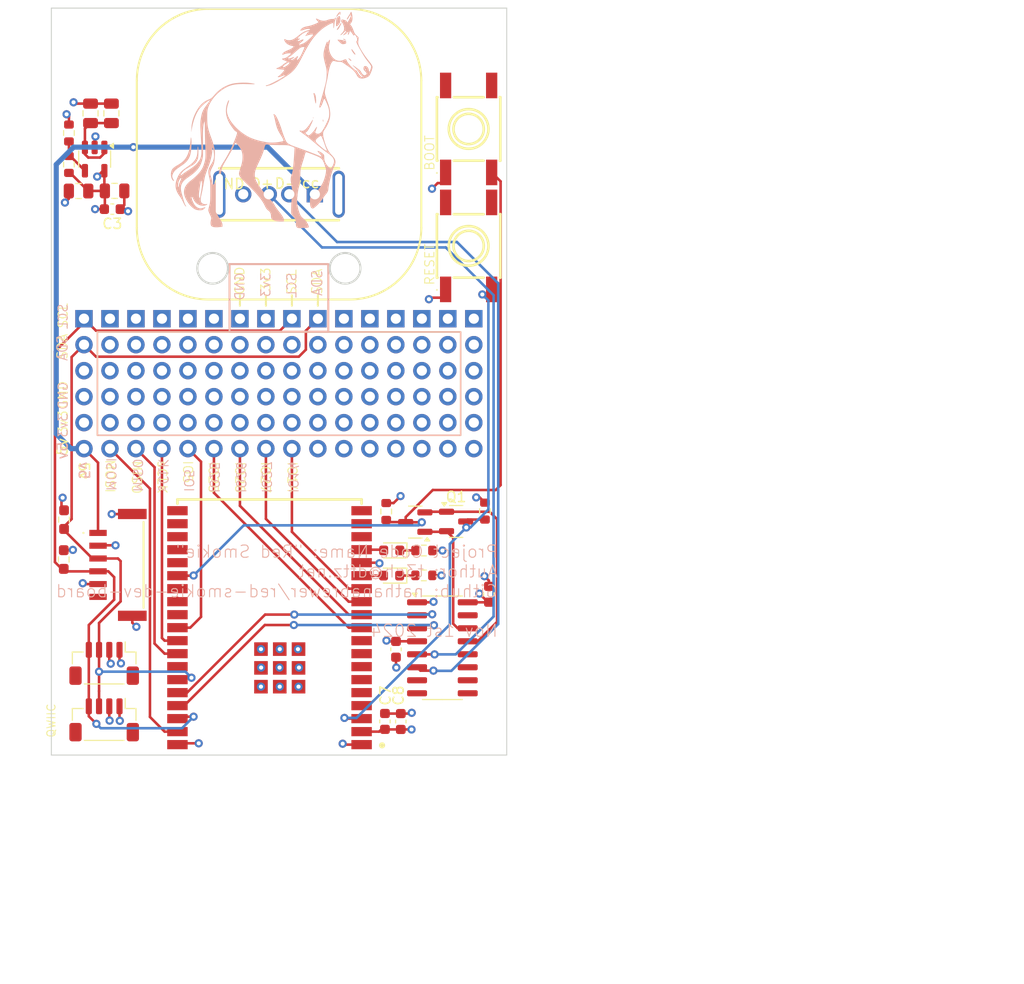
<source format=kicad_pcb>
(kicad_pcb (version 20240108) (generator "pcbnew") (generator_version "8.0")
  (layers (0 "F.Cu" signal) (1 "In1.Cu" power "GND.inner1.Cu") (2 "In2.Cu" power "PWD.inner2.Cu") (31 "B.Cu" signal) (34 "B.Paste" user) (35 "F.Paste" user) (36 "B.SilkS" user "B.Silkscreen") (37 "F.SilkS" user "F.Silkscreen") (38 "B.Mask" user) (39 "F.Mask" user) (44 "Edge.Cuts" user))
  (net 0 "")
  (net 1 "GND")
  (net 2 "+3.3V")
  (net 3 "/EN")
  (net 4 "/Boot")
  (net 5 "Net-(D1-K)")
  (net 6 "Net-(D2-K)")
  (net 7 "/IO2")
  (net 8 "/SDA")
  (net 9 "/SCL")
  (net 10 "Net-(Q1-G)")
  (net 11 "/5V")
  (net 13 "Net-(Q1-S)")
  (net 14 "Net-(D1-A)")
  (net 15 "Net-(D2-A)")
  (net 16 "Net-(U2-ADJ)")
  (net 17 "/MCU_TX")
  (net 18 "/MCU_RX")
  (net 19 "/MISO")
  (net 20 "/MOSI")
  (net 21 "/sCLK")
  (net 22 "Net-(U3-D-)")
  (net 23 "Net-(U3-D+)")
  (net 35 "/IO5")
  (net 37 "unconnected-(U5-GND-Pad39)")
  (net 45 "/IO14")
  (net 47 "/IO27")
  (net 49 "unconnected-(U5-NC-Pad27)")
  (net 57 "/IO26")
  (net 65 "/IO25")
  (footprint "Capacitor_SMD:C_0603_1608Metric" (layer "F.Cu") (at 129.65 152.72 -90)
    (property "Reference" "C8")
    (property "Value" "22uF 16v")
  )
  (footprint "Connector_PinSocket_2.54mm:PinSocket_1x06_P2.54mm_Vertical_ALT" (layer "F.Cu") (at 113.928 113.352)
    (property "Reference" "J10" (hide yes))
    (property "Value" "Conn_01x06_Pin" (hide yes))
  )
  (footprint "Connector_PinSocket_2.54mm:PinSocket_1x06_P2.54mm_Vertical_ALT" (layer "F.Cu") (at 101.228 113.352)
    (property "Reference" "J5" (hide yes))
    (property "Value" "Conn_01x06_Pin" (hide yes))
  )
  (footprint "Connector_PinSocket_2.54mm:PinSocket_1x06_P2.54mm_Vertical_ALT" (layer "F.Cu") (at 134.248 113.352)
    (property "Reference" "J18" (hide yes))
    (property "Value" "Conn_01x06_Pin" (hide yes))
  )
  (footprint "Capacitor_SMD:C_0603_1608Metric" (layer "F.Cu") (at 101.4575 102.645 180)
    (property "Reference" "C3")
    (property "Value" "0.1uF 16v")
  )
  (footprint "Resistor_SMD:R_0603_1608Metric_Pad0.98x0.95mm_HandSolder" (layer "F.Cu") (at 96.74 132.99 90)
    (property "Reference" "R13" (hide yes))
    (property "Value" "10k")
  )
  (footprint "Resistor_SMD:R_0603_1608Metric" (layer "F.Cu") (at 131.9 136.01)
    (property "Reference" "R1" (hide yes))
    (property "Value" "330")
  )
  (footprint "Capacitor_SMD:C_0603_1608Metric" (layer "F.Cu") (at 129.18 145.665 90)
    (property "Reference" "C9" (hide yes))
    (property "Value" "0.1uF 16v")
  )
  (footprint "Resistor_SMD:R_0603_1608Metric" (layer "F.Cu") (at 97.2175 98.28 90)
    (property "Reference" "R2" (hide yes))
    (property "Value" "56k")
  )
  (footprint "Resistor_SMD:R_0603_1608Metric" (layer "F.Cu") (at 131.9 138.44)
    (property "Reference" "R4" (hide yes))
    (property "Value" "330")
  )
  (footprint "Connector_PinSocket_2.54mm:PinSocket_1x06_P2.54mm_Vertical_ALT" (layer "F.Cu") (at 126.628 113.352)
    (property "Reference" "J15" (hide yes))
    (property "Value" "Conn_01x06_Pin" (hide yes))
  )
  (footprint "Capacitor_SMD:C_0603_1608Metric" (layer "F.Cu") (at 128.1 152.71 -90)
    (property "Reference" "C7")
    (property "Value" "0.1uF 16v")
  )
  (footprint "footprint:WIFI-SMD_ESP32-WROVER-E" (layer "F.Cu") (at 116.820127 143.549977 180)
    (property "Reference" "U5" (hide yes))
    (property "Value" "ESP32-WROVER-IE(8MB)")
  )
  (footprint "Package_SO:SOIC-16_3.9x9.9mm_P1.27mm" (layer "F.Cu") (at 133.715 145.515)
    (property "Reference" "U4" (hide yes))
    (property "Value" "CH340C")
  )
  (footprint "Package_TO_SOT_SMD:SOT-23" (layer "F.Cu") (at 135.0575 133.17)
    (property "Reference" "Q1")
    (property "Value" "BSS138")
  )
  (footprint "BM06B:BM06BGHSTBTLFSN" (layer "F.Cu") (at 102.285 137.415 90)
    (property "Reference" "J2" (hide yes))
    (property "Value" "BM06B-GHS-TBT_LF__SN_" (hide yes))
  )
  (footprint "LED_SMD:LED_0603_1608Metric" (layer "F.Cu") (at 128.75 138.46 180)
    (property "Reference" "D2" (hide yes))
    (property "Value" "BLUE LED")
  )
  (footprint "Connector_PinSocket_2.54mm:PinSocket_1x06_P2.54mm_Vertical_ALT" (layer "F.Cu") (at 108.848 113.352)
    (property "Reference" "J8" (hide yes))
    (property "Value" "Conn_01x06_Pin" (hide yes))
  )
  (footprint "Resistor_SMD:R_0603_1608Metric" (layer "F.Cu") (at 137.875 132.16 90)
    (property "Reference" "R5" (hide yes))
    (property "Value" "10k")
  )
  (footprint "Connector_PinSocket_2.54mm:PinSocket_1x06_P2.54mm_Vertical_ALT" (layer "F.Cu") (at 136.788 113.352)
    (property "Reference" "J19" (hide yes))
    (property "Value" "Conn_01x06_Pin" (hide yes))
  )
  (footprint "footprint:USB-A-TH_917-511A1015B20200" (layer "F.Cu") (at 117.749873 101.19)
    (property "Reference" "U3" (hide yes))
    (property "Value" "917-511A1015B20200")
  )
  (footprint "Resistor_SMD:R_0603_1608Metric_Pad0.98x0.95mm_HandSolder" (layer "F.Cu") (at 96.71 136.89 90)
    (property "Reference" "R12" (hide yes))
    (property "Value" "10k")
  )
  (footprint "Connector_PinSocket_2.54mm:PinSocket_1x06_P2.54mm_Vertical_ALT" (layer "F.Cu") (at 116.468 113.352)
    (property "Reference" "J11" (hide yes))
    (property "Value" "Conn_01x06_Pin" (hide yes))
  )
  (footprint "Connector_PinSocket_2.54mm:PinSocket_1x06_P2.54mm_Vertical_ALT" (layer "F.Cu") (at 131.708 113.352)
    (property "Reference" "J17" (hide yes))
    (property "Value" "Conn_01x06_Pin" (hide yes))
  )
  (footprint "Connector_PinSocket_2.54mm:PinSocket_1x06_P2.54mm_Vertical_ALT" (layer "F.Cu") (at 129.168 113.352)
    (property "Reference" "J16" (hide yes))
    (property "Value" "Conn_01x06_Pin" (hide yes))
  )
  (footprint "Connector_PinSocket_2.54mm:PinSocket_1x06_P2.54mm_Vertical_ALT" (layer "F.Cu") (at 103.768 113.352)
    (property "Reference" "J6" (hide yes))
    (property "Value" "Conn_01x06_Pin" (hide yes))
  )
  (footprint "Connector_PinSocket_2.54mm:PinSocket_1x06_P2.54mm_Vertical_ALT" (layer "F.Cu") (at 124.088 113.352)
    (property "Reference" "J14" (hide yes))
    (property "Value" "Conn_01x06_Pin" (hide yes))
  )
  (footprint "Resistor_SMD:R_0603_1608Metric" (layer "F.Cu") (at 97.2175 95.205 90)
    (property "Reference" "R3" (hide yes))
    (property "Value" "33k")
  )
  (footprint "Capacitor_SMD:C_0805_2012Metric" (layer "F.Cu") (at 101.3675 93.285 -90)
    (property "Reference" "C2" (hide yes))
    (property "Value" "1uF 16V")
  )
  (footprint "Connector_JST:JST_SH_BM04B-SRSS-TB_1x04-1MP_P1.00mm_Vertical" (layer "F.Cu") (at 100.66 147.04 180)
    (property "Reference" "J1" (hide yes))
    (property "Value" "Conn_01x04_Socket")
  )
  (footprint "footprint:SW-SMD_4P-L6.2-W6.2-P4.50-LS8.6" (layer "F.Cu") (at 136.28 94.81 90)
    (property "Reference" "SW4" (hide yes))
    (property "Value" "K2-1157SP-I4SW-04")
  )
  (footprint "Resistor_SMD:R_0603_1608Metric" (layer "F.Cu") (at 128.225 132.195 90)
    (property "Reference" "R6" (hide yes))
    (property "Value" "10k")
  )
  (footprint "Capacitor_SMD:C_0805_2012Metric" (layer "F.Cu") (at 98.1575 100.875)
    (property "Reference" "C4" (hide yes))
    (property "Value" "47uF 16V")
  )
  (footprint "Connector_JST:JST_SH_BM04B-SRSS-TB_1x04-1MP_P1.00mm_Vertical" (layer "F.Cu") (at 100.66 152.56 180)
    (property "Reference" "J4" (hide yes))
    (property "Value" "Conn_01x04_Socket")
  )
  (footprint "Capacitor_SMD:C_0805_2012Metric" (layer "F.Cu") (at 101.6775 100.865 180)
    (property "Reference" "C5" (hide yes))
    (property "Value" "47uF 16V")
  )
  (footprint "Connector_PinSocket_2.54mm:PinSocket_1x06_P2.54mm_Vertical_ALT" (layer "F.Cu") (at 106.308 113.352)
    (property "Reference" "J7" (hide yes))
    (property "Value" "Conn_01x06_Pin" (hide yes))
  )
  (footprint "Connector_PinSocket_2.54mm:PinSocket_1x06_P2.54mm_Vertical_ALT" (layer "F.Cu") (at 98.688 113.352)
    (property "Reference" "J3" (hide yes))
    (property "Value" "Conn_01x06_Pin" (hide yes))
  )
  (footprint "Connector_PinSocket_2.54mm:PinSocket_1x06_P2.54mm_Vertical_ALT" (layer "F.Cu") (at 121.548 113.352)
    (property "Reference" "J13" (hide yes))
    (property "Value" "Conn_01x06_Pin" (hide yes))
  )
  (footprint "Capacitor_SMD:C_0603_1608Metric" (layer "F.Cu") (at 138.26 140.285 -90)
    (property "Reference" "C6" (hide yes))
    (property "Value" "0.1uF 16v")
  )
  (footprint "Package_TO_SOT_SMD:SOT-23" (layer "F.Cu") (at 131.0675 133.23 180)
    (property "Reference" "Q2" (hide yes))
    (property "Value" "BSS138")
  )
  (footprint "Package_TO_SOT_SMD:SOT-23-5" (layer "F.Cu") (at 99.73 97.755 -90)
    (property "Reference" "U2" (hide yes))
    (property "Value" "C9056")
  )
  (footprint "Connector_PinSocket_2.54mm:PinSocket_1x06_P2.54mm_Vertical_ALT" (layer "F.Cu") (at 111.388 113.352)
    (property "Reference" "J9" (hide yes))
    (property "Value" "Conn_01x06_Pin" (hide yes))
  )
  (footprint "LED_SMD:LED_0603_1608Metric" (layer "F.Cu") (at 128.765 136 180)
    (property "Reference" "D1" (hide yes))
    (property "Value" "LED")
  )
  (footprint "footprint:SW-SMD_4P-L6.2-W6.2-P4.50-LS8.6" (layer "F.Cu") (at 136.28 106.24 90)
    (property "Reference" "SW3" (hide yes))
    (property "Value" "K2-1157SP-I4SW-04")
  )
  (footprint "Connector_PinSocket_2.54mm:PinSocket_1x06_P2.54mm_Vertical_ALT" (layer "F.Cu") (at 119.008 113.352)
    (property "Reference" "J12" (hide yes))
    (property "Value" "Conn_01x06_Pin" (hide yes))
  )
  (footprint "Capacitor_SMD:C_0805_2012Metric" (layer "F.Cu") (at 99.3275 93.285 -90)
    (property "Reference" "C1" (hide yes))
    (property "Value" "47uF 16V")
  )
  (gr_poly (pts (xy 121.087873 93.651366) (xy 121.088882 93.651885) (xy 121.089914 93.652703) (xy 121.090968 93.653822) (xy 121.092041 93.655247) (xy 121.094243 93.659026) (xy 121.096509 93.66407) (xy 121.098659 93.669971) (xy 121.100522 93.676268) (xy 121.102099 93.682904) (xy 121.103389 93.689822) (xy 121.104393 93.696967) (xy 121.105109 93.704281) (xy 121.105539 93.711708) (xy 121.105683 93.719191) (xy 121.105539 93.726675) (xy 121.105109 93.734102) (xy 121.104393 93.741416) (xy 121.103389 93.748561) (xy 121.102099 93.755479) (xy 121.100522 93.762115) (xy 121.098659 93.768412) (xy 121.096509 93.774313) (xy 121.095369 93.776994) (xy 121.094243 93.779356) (xy 121.093134 93.781402) (xy 121.092041 93.783135) (xy 121.090968 93.78456) (xy 121.089914 93.78568) (xy 121.088882 93.786497) (xy 121.088375 93.786794) (xy 121.087873 93.787017) (xy 121.087378 93.787165) (xy 121.086889 93.787241) (xy 121.086406 93.787244) (xy 121.08593 93.787175) (xy 121.085461 93.787033) (xy 121.084999 93.78682) (xy 121.084544 93.786537) (xy 121.084096 93.786182) (xy 121.083224 93.785263) (xy 121.082383 93.784067) (xy 121.081575 93.782598) (xy 121.080801 93.780858) (xy 121.080063 93.778853) (xy 121.079363 93.776584) (xy 121.078701 93.774055) (xy 121.078079 93.771271) (xy 121.077499 93.768235) (xy 121.076962 93.76495) (xy 121.076469 93.761419) (xy 121.076022 93.757647) (xy 121.075623 93.753637) (xy 121.075272 93.749392) (xy 121.074971 93.744915) (xy 121.074721 93.740212) (xy 121.074525 93.735284) (xy 121.074383 93.730135) (xy 121.074267 93.719191) (xy 121.074383 93.708247) (xy 121.074721 93.698171) (xy 121.075272 93.688991) (xy 121.076022 93.680735) (xy 121.076962 93.673432) (xy 121.078079 93.667111) (xy 121.079363 93.661799) (xy 121.080801 93.657524) (xy 121.082383 93.654315) (xy 121.083224 93.653119) (xy 121.084096 93.6522) (xy 121.084999 93.651562) (xy 121.08593 93.651208) (xy 121.086889 93.651141)) (stroke (width -0.000001)) (fill solid) (layer "B.SilkS"))
  (gr_poly (pts (xy 124.54315 87.898856) (xy 124.550338 87.900313) (xy 124.558284 87.902676) (xy 124.56692 87.905889) (xy 124.585994 87.914654) (xy 124.607021 87.926175) (xy 124.629463 87.940021) (xy 124.652781 87.955758) (xy 124.676435 87.972954) (xy 124.699888 87.991178) (xy 124.722599 88.009995) (xy 124.744031 88.028975) (xy 124.763644 88.047685) (xy 124.7809 88.065692) (xy 124.795259 88.082564) (xy 124.806182 88.097868) (xy 124.810187 88.104797) (xy 124.813132 88.111173) (xy 124.814948 88.11694) (xy 124.815568 88.122045) (xy 124.815362 88.128739) (xy 124.814747 88.134807) (xy 124.813725 88.140249) (xy 124.812298 88.145067) (xy 124.811434 88.147242) (xy 124.810469 88.149261) (xy 124.809403 88.151125) (xy 124.808239 88.152833) (xy 124.806974 88.154386) (xy 124.80561 88.155783) (xy 124.804148 88.157026) (xy 124.802586 88.158113) (xy 124.800926 88.159046) (xy 124.799169 88.159824) (xy 124.797313 88.160448) (xy 124.79536 88.160917) (xy 124.793309 88.161232) (xy 124.791161 88.161392) (xy 124.788917 88.161399) (xy 124.786577 88.161252) (xy 124.781607 88.160496) (xy 124.776255 88.159126) (xy 124.770523 88.157143) (xy 124.764414 88.154548) (xy 124.757929 88.151342) (xy 124.751071 88.147527) (xy 124.743841 88.143102) (xy 124.736243 88.138069) (xy 124.728279 88.13243) (xy 124.71995 88.126185) (xy 124.71126 88.119336) (xy 124.702209 88.111883) (xy 124.692802 88.103827) (xy 124.683039 88.095169) (xy 124.672923 88.085911) (xy 124.662457 88.076054) (xy 124.651642 88.065598) (xy 124.640482 88.054545) (xy 124.628977 88.042895) (xy 124.617131 88.03065) (xy 124.604461 88.017174) (xy 124.592618 88.004076) (xy 124.581645 87.991423) (xy 124.571581 87.979284) (xy 124.562468 87.967726) (xy 124.554348 87.956817) (xy 124.547261 87.946626) (xy 124.541249 87.937219) (xy 124.536353 87.928665) (xy 124.532614 87.921031) (xy 124.530073 87.914386) (xy 124.528772 87.908797) (xy 124.5286 87.90642) (xy 124.528752 87.904332) (xy 124.529235 87.902542) (xy 124.530054 87.901058) (xy 124.531213 87.89989) (xy 124.532719 87.899045) (xy 124.534575 87.898531) (xy 124.536788 87.898358)) (stroke (width -0.000001)) (fill solid) (layer "B.SilkS"))
  (gr_poly (pts (xy 123.718984 83.364468) (xy 123.72353 83.365957) (xy 123.727694 83.36826) (xy 123.731489 83.371388) (xy 123.734927 83.375356) (xy 123.73802 83.380173) (xy 123.740782 83.385854) (xy 123.743224 83.39241) (xy 123.745358 83.399852) (xy 123.747198 83.408194) (xy 123.748756 83.417448) (xy 123.750044 83.427625) (xy 123.751074 83.438738) (xy 123.751859 83.450799) (xy 123.752744 83.477814) (xy 123.752798 83.508768) (xy 123.75212 83.543758) (xy 123.750681 83.57983) (xy 123.748542 83.610437) (xy 123.745809 83.635128) (xy 123.744251 83.645113) (xy 123.742583 83.653449) (xy 123.740818 83.660081) (xy 123.73897 83.66495) (xy 123.73705 83.668) (xy 123.736067 83.668826) (xy 123.735072 83.669176) (xy 123.734065 83.669044) (xy 123.733049 83.668421) (xy 123.730993 83.665677) (xy 123.728919 83.66089) (xy 123.726838 83.654001) (xy 123.72375 83.643384) (xy 123.720264 83.633602) (xy 123.716395 83.624652) (xy 123.712159 83.616529) (xy 123.707572 83.609229) (xy 123.702649 83.602749) (xy 123.697406 83.597085) (xy 123.691858 83.592232) (xy 123.68602 83.588188) (xy 123.679909 83.584947) (xy 123.67354 83.582506) (xy 123.666928 83.580861) (xy 123.660089 83.580008) (xy 123.653039 83.579944) (xy 123.645792 83.580664) (xy 123.638365 83.582165) (xy 123.630774 83.584442) (xy 123.623033 83.587491) (xy 123.615158 83.59131) (xy 123.607165 83.595893) (xy 123.599069 83.601237) (xy 123.590886 83.607338) (xy 123.582632 83.614192) (xy 123.574321 83.621795) (xy 123.56597 83.630144) (xy 123.557594 83.639234) (xy 123.549209 83.649061) (xy 123.54083 83.659622) (xy 123.532472 83.670912) (xy 123.524152 83.682928) (xy 123.515885 83.695666) (xy 123.507686 83.709122) (xy 123.493966 83.73148) (xy 123.48033 83.752033) (xy 123.466891 83.770706) (xy 123.453758 83.787425) (xy 123.441043 83.802114) (xy 123.428857 83.8147) (xy 123.41731 83.825106) (xy 123.406515 83.833258) (xy 123.401434 83.836465) (xy 123.396582 83.839081) (xy 123.391974 83.841096) (xy 123.387623 83.8425) (xy 123.383542 83.843285) (xy 123.379747 83.843441) (xy 123.376251 83.842958) (xy 123.373067 83.841828) (xy 123.37021 83.84004) (xy 123.367694 83.837586) (xy 123.365532 83.834456) (xy 123.363738 83.830641) (xy 123.362327 83.826131) (xy 123.361311 83.820918) (xy 123.360706 83.814991) (xy 123.360524 83.808341) (xy 123.360526 83.808341) (xy 123.361081 83.80232) (xy 123.362659 83.795073) (xy 123.368669 83.777233) (xy 123.378128 83.755473) (xy 123.390604 83.730449) (xy 123.40567 83.702814) (xy 123.422896 83.673223) (xy 123.441853 83.64233) (xy 123.46211 83.61079) (xy 123.48324 83.579255) (xy 123.504813 83.548382) (xy 123.526398 83.518823) (xy 123.547568 83.491233) (xy 123.567893 83.466266) (xy 123.586943 83.444577) (xy 123.604289 83.42682) (xy 123.619502 83.413648) (xy 123.640235 83.398334) (xy 123.658845 83.385691) (xy 123.667385 83.380402) (xy 123.675432 83.375817) (xy 123.682997 83.371949) (xy 123.690094 83.368809) (xy 123.696735 83.36641) (xy 123.702932 83.364765) (xy 123.708697 83.363884) (xy 123.714044 83.363782)) (stroke (width -0.000001)) (fill solid) (layer "B.SilkS"))
  (gr_poly (pts (xy 123.65323 83.768032) (xy 123.656401 83.768592) (xy 123.659266 83.769513) (xy 123.661813 83.770801) (xy 123.669261 83.776414) (xy 123.676402 83.783802) (xy 123.68323 83.792873) (xy 123.689737 83.803535) (xy 123.695915 83.815697) (xy 123.701757 83.829267) (xy 123.712403 83.860265) (xy 123.721615 83.895797) (xy 123.729333 83.93513) (xy 123.735498 83.977532) (xy 123.740049 84.022271) (xy 123.742927 84.068615) (xy 123.744073 84.11583) (xy 123.743426 84.163184) (xy 123.740927 84.209946) (xy 123.736516 84.255382) (xy 123.730133 84.29876) (xy 123.721719 84.339348) (xy 123.711213 84.376414) (xy 123.698154 84.412224) (xy 123.682749 84.447954) (xy 123.665267 84.483297) (xy 123.645976 84.517945) (xy 123.625143 84.55159) (xy 123.603037 84.583924) (xy 123.579925 84.61464) (xy 123.556075 84.643429) (xy 123.531755 84.669984) (xy 123.507233 84.693997) (xy 123.482778 84.71516) (xy 123.458656 84.733166) (xy 123.435136 84.747706) (xy 123.412486 84.758473) (xy 123.40157 84.762345) (xy 123.390973 84.765159) (xy 123.380727 84.766875) (xy 123.370866 84.767456) (xy 123.365886 84.767263) (xy 123.361176 84.766664) (xy 123.356732 84.765623) (xy 123.354609 84.764927) (xy 123.35255 84.764107) (xy 123.350557 84.76316) (xy 123.348627 84.762081) (xy 123.34676 84.760867) (xy 123.344956 84.759512) (xy 123.343215 84.758013) (xy 123.341536 84.756365) (xy 123.339918 84.754564) (xy 123.338361 84.752606) (xy 123.336864 84.750487) (xy 123.335427 84.748202) (xy 123.334049 84.745746) (xy 123.33273 84.743117) (xy 123.330266 84.737319) (xy 123.328031 84.730772) (xy 123.326021 84.723443) (xy 123.324231 84.715298) (xy 123.322657 84.706302) (xy 123.321296 84.696422) (xy 123.320143 84.685623) (xy 123.319194 84.673872) (xy 123.318445 84.661134) (xy 123.317891 84.647375) (xy 123.317529 84.632561) (xy 123.317355 84.616658) (xy 123.317363 84.599632) (xy 123.317551 84.581449) (xy 123.317914 84.562074) (xy 123.318447 84.541474) (xy 123.32001 84.496462) (xy 123.322207 84.446139) (xy 123.325003 84.390232) (xy 123.331794 84.27289) (xy 123.335383 84.223747) (xy 123.339339 84.180172) (xy 123.34384 84.141578) (xy 123.349063 84.107377) (xy 123.355186 84.07698) (xy 123.362389 84.0498) (xy 123.370847 84.025249) (xy 123.380741 84.002739) (xy 123.392247 83.981682) (xy 123.405543 83.961491) (xy 123.420808 83.941576) (xy 123.438219 83.921352) (xy 123.457955 83.900228) (xy 123.480193 83.877619) (xy 123.494225 83.863975) (xy 123.508334 83.851005) (xy 123.522427 83.838763) (xy 123.536411 83.827304) (xy 123.550192 83.816683) (xy 123.563679 83.806954) (xy 123.576776 83.798172) (xy 123.589393 83.790392) (xy 123.601434 83.78367) (xy 123.612808 83.778058) (xy 123.623421 83.773614) (xy 123.63318 83.77039) (xy 123.641992 83.768442) (xy 123.646013 83.767963) (xy 123.649763 83.767824)) (stroke (width -0.000001)) (fill solid) (layer "B.SilkS"))
  (gr_rect (start 100 114.65) (end 135.5 124.75) (stroke (width 0.15)) (fill none) (layer "B.SilkS"))
  (gr_poly (pts (xy 122.045504 93.895724) (xy 122.047426 93.896152) (xy 122.049321 93.896856) (xy 122.051187 93.89783) (xy 122.05302 93.899066) (xy 122.054819 93.900558) (xy 122.056582 93.902298) (xy 122.058305 93.904279) (xy 122.059986 93.906494) (xy 122.061623 93.908936) (xy 122.063213 93.911599) (xy 122.064755 93.914474) (xy 122.066245 93.917555) (xy 122.067681 93.920835) (xy 122.069061 93.924307) (xy 122.070382 93.927964) (xy 122.071642 93.931798) (xy 122.072838 93.935803) (xy 122.073968 93.939971) (xy 122.07503 93.944295) (xy 122.076021 93.94877) (xy 122.076938 93.953386) (xy 122.078543 93.963017) (xy 122.079825 93.973133) (xy 122.080765 93.983677) (xy 122.081343 93.994592) (xy 122.08154 94.005823) (xy 122.081195 94.027968) (xy 122.080206 94.048628) (xy 122.078642 94.06735) (xy 122.076573 94.083682) (xy 122.075371 94.09081) (xy 122.074069 94.097171) (xy 122.072675 94.102709) (xy 122.071198 94.107367) (xy 122.069646 94.111088) (xy 122.068029 94.113815) (xy 122.066355 94.115494) (xy 122.0655 94.115921) (xy 122.064633 94.116066) (xy 122.063739 94.115921) (xy 122.062801 94.115494) (xy 122.061823 94.114789) (xy 122.060806 94.113815) (xy 122.059754 94.112579) (xy 122.058668 94.111088) (xy 122.057551 94.109348) (xy 122.056405 94.107367) (xy 122.054037 94.102709) (xy 122.051584 94.097171) (xy 122.049066 94.09081) (xy 122.046501 94.083682) (xy 122.043909 94.075843) (xy 122.04131 94.06735) (xy 122.038723 94.058259) (xy 122.036167 94.048628) (xy 122.033663 94.038512) (xy 122.031229 94.027968) (xy 122.028885 94.017053) (xy 122.02665 94.005823) (xy 122.024701 93.994592) (xy 122.023193 93.983677) (xy 122.022117 93.973133) (xy 122.021465 93.963017) (xy 122.021229 93.953386) (xy 122.021399 93.944295) (xy 122.021967 93.935803) (xy 122.022924 93.927964) (xy 122.024262 93.920835) (xy 122.025972 93.914474) (xy 122.028045 93.908936) (xy 122.030473 93.904279) (xy 122.033247 93.900558) (xy 122.034761 93.899066) (xy 122.036358 93.89783) (xy 122.038037 93.896856) (xy 122.039797 93.896152) (xy 122.041638 93.895724) (xy 122.043557 93.89558)) (stroke (width -0.000001)) (fill solid) (layer "B.SilkS"))
  (gr_rect (start 112.912 108.018) (end 122.564 114.622) (stroke (width 0.2)) (fill none) (layer "B.SilkS"))
  (gr_poly (pts (xy 123.336956 83.901708) (xy 123.338211 83.902187) (xy 123.339313 83.902904) (xy 123.340262 83.903861) (xy 123.341056 83.905057) (xy 123.342183 83.908165) (xy 123.342694 83.912228) (xy 123.342589 83.917245) (xy 123.341868 83.923215) (xy 123.340531 83.930139) (xy 123.338578 83.938014) (xy 123.336009 83.946842) (xy 123.332822 83.95662) (xy 123.329019 83.967349) (xy 123.319562 83.991655) (xy 123.307637 84.019755) (xy 123.293242 84.051644) (xy 123.276376 84.087317) (xy 123.267714 84.106544) (xy 123.258964 84.128373) (xy 123.250186 84.152559) (xy 123.241438 84.178854) (xy 123.224274 84.236783) (xy 123.207946 84.300186) (xy 123.192929 84.367087) (xy 123.1797 84.435509) (xy 123.168733 84.503477) (xy 123.164247 84.536674) (xy 123.160504 84.569016) (xy 123.151716 84.646735) (xy 123.142574 84.71707) (xy 123.133233 84.779717) (xy 123.12385 84.834372) (xy 123.114579 84.880733) (xy 123.105576 84.918494) (xy 123.096997 84.947355) (xy 123.088997 84.967009) (xy 123.085262 84.97329) (xy 123.081731 84.977155) (xy 123.078422 84.978567) (xy 123.075355 84.977488) (xy 123.072549 84.97388) (xy 123.070025 84.967705) (xy 123.065895 84.947503) (xy 123.063122 84.916578) (xy 123.061861 84.874626) (xy 123.062267 84.821344) (xy 123.064496 84.756429) (xy 123.067386 84.677179) (xy 123.068108 84.612264) (xy 123.067598 84.58482) (xy 123.066476 84.560524) (xy 123.064718 84.539231) (xy 123.062302 84.520795) (xy 123.059203 84.505073) (xy 123.0554 84.491918) (xy 123.050868 84.481185) (xy 123.045584 84.47273) (xy 123.039525 84.466406) (xy 123.032668 84.462068) (xy 123.024989 84.459573) (xy 123.016465 84.458773) (xy 123.002178 84.459703) (xy 122.985401 84.462446) (xy 122.944914 84.473072) (xy 122.896073 84.490066) (xy 122.839948 84.51284) (xy 122.777609 84.540808) (xy 122.710124 84.573381) (xy 122.638565 84.609974) (xy 122.564 84.65) (xy 122.487499 84.69287) (xy 122.410132 84.738) (xy 122.332968 84.7848) (xy 122.257077 84.832686) (xy 122.183529 84.881069) (xy 122.113392 84.929362) (xy 122.047738 84.976979) (xy 121.987635 85.023334) (xy 121.850343 85.136462) (xy 121.71846 85.252396) (xy 121.591221 85.3722) (xy 121.467857 85.496939) (xy 121.347601 85.627675) (xy 121.229687 85.765475) (xy 121.113347 85.911401) (xy 120.997813 86.066519) (xy 120.882319 86.231892) (xy 120.766098 86.408585) (xy 120.648382 86.597663) (xy 120.528403 86.800189) (xy 120.405396 87.017228) (xy 120.278592 87.249844) (xy 120.147224 87.499101) (xy 120.010526 87.766064) (xy 119.902468 87.976863) (xy 119.800468 88.168899) (xy 119.702955 88.343927) (xy 119.608361 88.503704) (xy 119.515114 88.649988) (xy 119.421645 88.784534) (xy 119.326383 88.9091) (xy 119.22776 89.025442) (xy 119.124204 89.135316) (xy 119.014145 89.24048) (xy 118.896015 89.342689) (xy 118.768242 89.443701) (xy 118.629257 89.545273) (xy 118.47749 89.64916) (xy 118.31137 89.75712) (xy 118.129329 89.870909) (xy 117.89416 90.013784) (xy 117.682037 90.138585) (xy 117.491598 90.246015) (xy 117.321476 90.336779) (xy 117.170307 90.411578) (xy 117.036727 90.471117) (xy 116.91937 90.516099) (xy 116.86635 90.53335) (xy 116.816873 90.547226) (xy 116.756149 90.563134) (xy 116.692264 90.580499) (xy 116.632812 90.59722) (xy 116.585391 90.611199) (xy 116.575618 90.613897) (xy 116.565823 90.616032) (xy 116.556068 90.617612) (xy 116.546416 90.618648) (xy 116.536931 90.619149) (xy 116.527674 90.619125) (xy 116.518709 90.618585) (xy 116.510099 90.61754) (xy 116.501906 90.615998) (xy 116.494194 90.61397) (xy 116.487024 90.611465) (xy 116.48046 90.608493) (xy 116.474565 90.605064) (xy 116.469402 90.601186) (xy 116.467114 90.599082) (xy 116.465033 90.59687) (xy 116.463166 90.594551) (xy 116.461521 90.592126) (xy 116.461518 90.59213) (xy 116.459983 90.589472) (xy 116.458695 90.58687) (xy 116.457653 90.584326) (xy 116.456854 90.581843) (xy 116.456296 90.579423) (xy 116.455976 90.577066) (xy 116.455892 90.574775) (xy 116.456043 90.572551) (xy 116.456424 90.570397) (xy 116.457035 90.568314) (xy 116.457872 90.566305) (xy 116.458934 90.56437) (xy 116.460217 90.562512) (xy 116.461721 90.560732) (xy 116.463441 90.559033) (xy 116.465377 90.557415) (xy 116.467525 90.555882) (xy 116.469883 90.554434) (xy 116.472449 90.553074) (xy 116.475221 90.551804) (xy 116.478196 90.550625) (xy 116.481372 90.549538) (xy 116.484746 90.548547) (xy 116.488316 90.547652) (xy 116.49208 90.546856) (xy 116.496036 90.54616) (xy 116.50018 90.545566) (xy 116.504511 90.545076) (xy 116.509027 90.544691) (xy 116.513724 90.544414) (xy 116.518601 90.544247) (xy 116.523656 90.544191) (xy 116.584303 90.534049) (xy 116.673509 90.5053) (xy 116.78665 90.460462) (xy 116.919106 90.402053) (xy 117.22347 90.25459) (xy 117.549625 90.08305) (xy 117.860594 89.907574) (xy 118.1194 89.748301) (xy 118.217687 89.681034) (xy 118.289067 89.625371) (xy 118.328918 89.583828) (xy 118.335576 89.569139) (xy 118.332618 89.558923) (xy 118.33118 89.557978) (xy 118.329084 89.557319) (xy 118.326349 89.556943) (xy 118.322993 89.556843) (xy 118.314488 89.55745) (xy 118.303714 89.559097) (xy 118.290816 89.561741) (xy 118.275939 89.565338) (xy 118.259228 89.569844) (xy 118.240827 89.575215) (xy 118.220882 89.581408) (xy 118.199537 89.588379) (xy 118.176937 89.596085) (xy 118.153226 89.604482) (xy 118.12855 89.613525) (xy 118.103053 89.623172) (xy 118.076881 89.633379) (xy 118.050177 89.644102) (xy 118.000339 89.663964) (xy 117.95346 89.681747) (xy 117.909578 89.697445) (xy 117.868727 89.711052) (xy 117.830942 89.722564) (xy 117.796258 89.731974) (xy 117.76471 89.739278) (xy 117.736334 89.74447) (xy 117.711165 89.747544) (xy 117.689238 89.748495) (xy 117.670587 89.747318) (xy 117.655249 89.744007) (xy 117.643258 89.738556) (xy 117.638529 89.735027) (xy 117.63465 89.730961) (xy 117.631625 89.726358) (xy 117.629459 89.721216) (xy 117.628156 89.715536) (xy 117.627721 89.709316) (xy 117.627834 89.707172) (xy 117.628172 89.704983) (xy 117.628728 89.702755) (xy 117.629496 89.700491) (xy 117.630471 89.698196) (xy 117.631648 89.695874) (xy 117.63302 89.69353) (xy 117.634583 89.691169) (xy 117.636331 89.688794) (xy 117.638258 89.68641) (xy 117.640358 89.684021) (xy 117.642627 89.681632) (xy 117.645058 89.679247) (xy 117.647645 89.676871) (xy 117.653269 89.672161) (xy 117.659454 89.667539) (xy 117.666154 89.66304) (xy 117.673326 89.658698) (xy 117.680924 89.654549) (xy 117.688905 89.650628) (xy 117.697223 89.64697) (xy 117.705835 89.643611) (xy 117.714695 89.640585) (xy 117.724948 89.636271) (xy 117.737286 89.629257) (xy 117.767561 89.607844) (xy 117.804211 89.577763) (xy 117.845929 89.540431) (xy 117.891408 89.497267) (xy 117.93934 89.449688) (xy 117.988417 89.399111) (xy 118.037333 89.346954) (xy 118.084779 89.294635) (xy 118.129448 89.243572) (xy 118.170033 89.195181) (xy 118.205226 89.150881) (xy 118.233719 89.112089) (xy 118.254205 89.080222) (xy 118.261037 89.067329) (xy 118.265377 89.056699) (xy 118.267062 89.04851) (xy 118.265927 89.042937) (xy 118.26454 89.041422) (xy 118.262231 89.039854) (xy 118.254951 89.036573) (xy 118.24428 89.033122) (xy 118.230414 89.029533) (xy 118.213548 89.025832) (xy 118.193876 89.02205) (xy 118.171595 89.018216) (xy 118.146897 89.014358) (xy 118.091036 89.006689) (xy 118.027852 88.999276) (xy 117.958904 88.992353) (xy 117.885753 88.986151) (xy 117.8122 88.979774) (xy 117.742105 88.972347) (xy 117.677106 88.964138) (xy 117.618843 88.955416) (xy 117.568957 88.946448) (xy 117.529087 88.937504) (xy 117.51342 88.933124) (xy 117.500872 88.928851) (xy 117.491648 88.924717) (xy 117.485953 88.920757) (xy 117.484276 88.918765) (xy 117.4831 88.916654) (xy 117.482416 88.91443) (xy 117.482215 88.9121) (xy 117.482487 88.909669) (xy 117.483222 88.907143) (xy 117.484411 88.904529) (xy 117.486044 88.901831) (xy 117.488113 88.899057) (xy 117.490607 88.896212) (xy 117.493517 88.893302) (xy 117.496833 88.890333) (xy 117.500547 88.887311) (xy 117.504648 88.884242) (xy 117.509128 88.881132) (xy 117.513976 88.877986) (xy 117.519183 88.874812) (xy 117.52474 88.871614) (xy 117.530637 88.868399) (xy 117.536865 88.865173) (xy 117.543414 88.861941) (xy 117.550275 88.85871) (xy 117.564893 88.852274) (xy 117.580645 88.845912) (xy 117.597454 88.839671) (xy 117.615245 88.8336) (xy 117.633941 88.827746) (xy 117.664743 88.817252) (xy 117.699014 88.803326) (xy 117.736143 88.786358) (xy 117.775519 88.766737) (xy 117.816531 88.744852) (xy 117.83855 88.732407) (xy 118.134602 88.732407) (xy 118.136925 88.739581) (xy 118.140186 88.744656) (xy 118.14349 88.749374) (xy 118.146859 88.753732) (xy 118.150314 88.757727) (xy 118.153876 88.761357) (xy 118.157565 88.76462) (xy 118.161405 88.767513) (xy 118.165414 88.770033) (xy 118.169616 88.772178) (xy 118.174031 88.773946) (xy 118.17868 88.775333) (xy 118.183584 88.776338) (xy 118.188765 88.776958) (xy 118.194244 88.77719) (xy 118.200042 88.777032) (xy 118.206181 88.776481) (xy 118.212681 88.775536) (xy 118.219565 88.774192) (xy 118.226852 88.772448) (xy 118.234564 88.770302) (xy 118.242723 88.76775) (xy 118.25135 88.764791) (xy 118.260465 88.761421) (xy 118.270091 88.757639) (xy 118.280248 88.753441) (xy 118.290958 88.748826) (xy 118.314121 88.738331) (xy 118.339748 88.726135) (xy 118.36801 88.712218) (xy 118.416042 88.68639) (xy 118.463308 88.657462) (xy 118.509241 88.62609) (xy 118.553275 88.592933) (xy 118.594843 88.558649) (xy 118.633378 88.523895) (xy 118.668313 88.489329) (xy 118.699082 88.455609) (xy 118.725119 88.423393) (xy 118.745855 88.393338) (xy 118.760726 88.366102) (xy 118.765784 88.353747) (xy 118.769164 88.342343) (xy 118.770793 88.331973) (xy 118.770602 88.322719) (xy 118.768519 88.314663) (xy 118.764474 88.307888) (xy 118.758395 88.302475) (xy 118.750213 88.298507) (xy 118.739855 88.296065) (xy 118.727252 88.295233) (xy 118.713958 88.296318) (xy 118.69866 88.299487) (xy 118.662716 88.311576) (xy 118.620759 88.330495) (xy 118.574127 88.355234) (xy 118.524158 88.384788) (xy 118.47219 88.418149) (xy 118.41956 88.454311) (xy 118.367608 88.492265) (xy 118.317671 88.531004) (xy 118.271086 88.569523) (xy 118.229193 88.606812) (xy 118.193329 88.641866) (xy 118.164832 88.673677) (xy 118.14504 88.701238) (xy 118.138827 88.71311) (xy 118.135292 88.723542) (xy 118.134602 88.732407) (xy 117.83855 88.732407) (xy 117.858568 88.721093) (xy 117.901021 88.69585) (xy 117.943277 88.669511) (xy 117.984727 88.642467) (xy 118.024759 88.615108) (xy 118.062763 88.587821) (xy 118.098129 88.560998) (xy 118.130244 88.535027) (xy 118.158499 88.510298) (xy 118.182283 88.4872) (xy 118.200985 88.466124) (xy 118.20409 88.46286) (xy 118.208792 88.45879) (xy 118.214995 88.453972) (xy 118.222604 88.448467) (xy 118.231522 88.442333) (xy 118.241652 88.435629) (xy 118.265167 88.420753) (xy 118.29238 88.404312) (xy 118.322522 88.386782) (xy 118.354823 88.368637) (xy 118.388514 88.350352) (xy 118.420433 88.332836) (xy 118.447667 88.316655) (xy 118.4595 88.309004) (xy 118.470131 88.301612) (xy 118.479547 88.294454) (xy 118.487739 88.287505) (xy 118.494695 88.280741) (xy 118.500406 88.274137) (xy 118.504859 88.267668) (xy 118.508046 88.261308) (xy 118.509954 88.255034) (xy 118.510574 88.248819) (xy 118.509894 88.24264) (xy 118.507905 88.236471) (xy 118.504594 88.230287) (xy 118.499952 88.224064) (xy 118.493968 88.217777) (xy 118.486631 88.2114) (xy 118.477931 88.204908) (xy 118.467856 88.198278) (xy 118.456397 88.191484) (xy 118.443542 88.1845) (xy 118.42928 88.177303) (xy 118.413602 88.169867) (xy 118.377952 88.15418) (xy 118.336506 88.137238) (xy 118.289179 88.118844) (xy 118.249224 88.103257) (xy 118.213045 88.088407) (xy 118.180596 88.074256) (xy 118.151832 88.060762) (xy 118.126707 88.047888) (xy 118.105177 88.035595) (xy 118.087196 88.023843) (xy 118.07272 88.012594) (xy 118.061702 88.001808) (xy 118.057476 87.996576) (xy 118.054097 87.991446) (xy 118.051561 87.986412) (xy 118.049862 87.981469) (xy 118.048993 87.976613) (xy 118.048949 87.971839) (xy 118.049725 87.967141) (xy 118.051315 87.962516) (xy 118.053713 87.957957) (xy 118.056914 87.953461) (xy 118.060912 87.949021) (xy 118.065701 87.944634) (xy 118.07763 87.935998) (xy 118.083975 87.932298) (xy 118.091159 87.928694) (xy 118.0991 87.925207) (xy 118.107719 87.921854) (xy 118.116934 87.918655) (xy 118.126666 87.915628) (xy 118.136832 87.912794) (xy 118.147355 87.91017) (xy 118.158151 87.907775) (xy 118.169142 87.905629) (xy 118.180247 87.90375) (xy 118.191384 87.902158) (xy 118.202474 87.900871) (xy 118.213437 87.899909) (xy 118.22419 87.89929) (xy 118.234655 87.899033) (xy 118.245335 87.898681) (xy 118.256719 87.897778) (xy 118.268706 87.896351) (xy 118.281194 87.89443) (xy 118.294081 87.892043) (xy 118.302277 87.890287) (xy 118.641878 87.890287) (xy 118.642396 87.896265) (xy 118.643976 87.901766) (xy 118.646624 87.906762) (xy 118.650343 87.911225) (xy 118.655138 87.915129) (xy 118.661014 87.918448) (xy 118.667974 87.921153) (xy 118.676024 87.923219) (xy 118.685166 87.924617) (xy 118.695407 87.925321) (xy 118.706749 87.925305) (xy 118.719198 87.92454) (xy 118.732758 87.923001) (xy 118.747432 87.920659) (xy 118.763226 87.917489) (xy 118.791074 87.910825) (xy 118.823795 87.902073) (xy 118.860191 87.891608) (xy 118.899065 87.879801) (xy 118.939217 87.867024) (xy 118.979449 87.853652) (xy 119.018564 87.840056) (xy 119.055364 87.826609) (xy 119.090077 87.814096) (xy 119.123214 87.803175) (xy 119.153997 87.794031) (xy 119.181645 87.78685) (xy 119.205381 87.781818) (xy 119.215537 87.780165) (xy 119.224424 87.779118) (xy 119.231942 87.778701) (xy 119.237995 87.778937) (xy 119.242486 87.779849) (xy 119.244115 87.780565) (xy 119.245316 87.781459) (xy 119.246951 87.784343) (xy 119.247021 87.788062) (xy 119.245612 87.792555) (xy 119.242813 87.797762) (xy 119.23871 87.803622) (xy 119.233389 87.810074) (xy 119.219443 87.824511) (xy 119.201669 87.840588) (xy 119.180763 87.857817) (xy 119.157419 87.875713) (xy 119.132332 87.893789) (xy 119.106196 87.91156) (xy 119.079707 87.928539) (xy 119.05356 87.944239) (xy 119.028448 87.958176) (xy 119.005067 87.969861) (xy 118.984111 87.97881) (xy 118.97476 87.982106) (xy 118.966276 87.984536) (xy 118.958746 87.986038) (xy 118.952256 87.986553) (xy 118.949682 87.98661) (xy 118.947211 87.986781) (xy 118.944844 87.987063) (xy 118.942584 87.987453) (xy 118.940432 87.987947) (xy 118.938389 87.988544) (xy 118.936457 87.98924) (xy 118.934637 87.990032) (xy 118.932931 87.990918) (xy 118.93134 87.991895) (xy 118.929866 87.99296) (xy 118.92851 87.99411) (xy 118.927275 87.995343) (xy 118.92616 87.996655) (xy 118.925169 87.998043) (xy 118.924302 87.999506) (xy 118.923561 88.00104) (xy 118.922948 88.002641) (xy 118.922463 88.004309) (xy 118.922109 88.006039) (xy 118.921887 88.007828) (xy 118.921799 88.009675) (xy 118.921846 88.011575) (xy 118.922029 88.013527) (xy 118.92235 88.015528) (xy 118.922811 88.017574) (xy 118.923413 88.019663) (xy 118.924158 88.021792) (xy 118.925047 88.023958) (xy 118.926081 88.026158) (xy 118.927263 88.02839) (xy 118.928594 88.03065) (xy 118.932164 88.036263) (xy 118.93571 88.041472) (xy 118.93926 88.046272) (xy 118.942841 88.050658) (xy 118.946483 88.054622) (xy 118.950214 88.058161) (xy 118.954062 88.061267) (xy 118.958055 88.063936) (xy 118.962221 88.066162) (xy 118.96659 88.067938) (xy 118.971189 88.06926) (xy 118.976046 88.070122) (xy 118.981191 88.070517) (xy 118.986651 88.07044) (xy 118.992454 88.069886) (xy 118.998629 88.068849) (xy 119.005205 88.067323) (xy 119.012209 88.065302) (xy 119.01967 88.062781) (xy 119.027616 88.059754) (xy 119.036076 88.056216) (xy 119.045077 88.05216) (xy 119.054649 88.047581) (xy 119.064819 88.042473) (xy 119.075617 88.036831) (xy 119.087069 88.030648) (xy 119.112053 88.01664) (xy 119.139997 88.000403) (xy 119.171128 87.981892) (xy 119.171124 87.981892) (xy 119.204594 87.960988) (xy 119.240584 87.937005) (xy 119.277967 87.910791) (xy 119.315614 87.883188) (xy 119.352397 87.855044) (xy 119.387187 87.827202) (xy 119.418855 87.800509) (xy 119.446273 87.77581) (xy 119.473952 87.750777) (xy 119.486804 87.739911) (xy 119.49899 87.730139) (xy 119.510506 87.721455) (xy 119.521344 87.713854) (xy 119.531501 87.70733) (xy 119.540971 87.701878) (xy 119.549748 87.697491) (xy 119.557826 87.694166) (xy 119.565201 87.691895) (xy 119.571867 87.690675) (xy 119.577819 87.690499) (xy 119.583051 87.691362) (xy 119.587557 87.693258) (xy 119.591333 87.696182) (xy 119.594373 87.700129) (xy 119.596671 87.705092) (xy 119.598223 87.711068) (xy 119.599022 87.718049) (xy 119.599063 87.726031) (xy 119.598341 87.735008) (xy 119.596851 87.744975) (xy 119.594586 87.755926) (xy 119.591542 87.767856) (xy 119.587713 87.78076) (xy 119.583094 87.794631) (xy 119.577679 87.809464) (xy 119.564441 87.841997) (xy 119.547955 87.878314) (xy 119.532877 87.911328) (xy 119.520581 87.940857) (xy 119.510954 87.966984) (xy 119.503884 87.989795) (xy 119.499258 88.009373) (xy 119.496964 88.025803) (xy 119.49689 88.039169) (xy 119.498922 88.049556) (xy 119.500693 88.053658) (xy 119.502949 88.057047) (xy 119.505675 88.059733) (xy 119.508857 88.061727) (xy 119.512482 88.063039) (xy 119.516535 88.06368) (xy 119.52587 88.06299) (xy 119.536749 88.059743) (xy 119.54906 88.054021) (xy 119.56269 88.04591) (xy 119.577527 88.035494) (xy 119.593459 88.022856) (xy 119.610372 88.008082) (xy 119.628154 87.991256) (xy 119.646694 87.972461) (xy 119.665877 87.951783) (xy 119.685593 87.929305) (xy 119.705728 87.905111) (xy 119.726169 87.879287) (xy 119.746805 87.851916) (xy 119.767523 87.823083) (xy 119.78821 87.792872) (xy 119.808753 87.761367) (xy 119.829041 87.728652) (xy 119.848961 87.694812) (xy 119.8684 87.659932) (xy 119.887246 87.624095) (xy 119.944482 87.508903) (xy 120.003212 87.385446) (xy 120.060624 87.260214) (xy 120.113904 87.139695) (xy 120.16024 87.030379) (xy 120.19682 86.938754) (xy 120.22083 86.871311) (xy 120.227243 86.848685) (xy 120.229459 86.834538) (xy 120.228783 86.828754) (xy 120.226797 86.823487) (xy 120.223557 86.81873) (xy 120.219124 86.814478) (xy 120.213556 86.810724) (xy 120.206911 86.807463) (xy 120.199249 86.804687) (xy 120.190628 86.802391) (xy 120.181106 86.800568) (xy 120.170743 86.799212) (xy 120.159597 86.798317) (xy 120.147728 86.797877) (xy 120.122052 86.798336) (xy 120.094185 86.800538) (xy 120.064597 86.804434) (xy 120.033758 86.809975) (xy 120.002137 86.817109) (xy 119.970206 86.825787) (xy 119.938433 86.83596) (xy 119.907289 86.847578) (xy 119.877244 86.86059) (xy 119.86278 86.867603) (xy 119.848767 86.874946) (xy 119.832697 86.884449) (xy 119.813161 86.897277) (xy 119.790427 86.91321) (xy 119.764763 86.932029) (xy 119.705717 86.977445) (xy 119.638167 87.031771) (xy 119.56426 87.093249) (xy 119.486139 87.160125) (xy 119.40595 87.230643) (xy 119.325837 87.303046) (xy 119.245492 87.375663) (xy 119.164636 87.446796) (xy 119.085461 87.514644) (xy 119.010159 87.57741) (xy 118.940922 87.633293) (xy 118.87994 87.680496) (xy 118.829406 87.717218) (xy 118.808741 87.731087) (xy 118.79151 87.741662) (xy 118.774622 87.751638) (xy 118.758722 87.761594) (xy 118.743816 87.771505) (xy 118.729907 87.781342) (xy 118.717001 87.79108) (xy 118.705102 87.80069) (xy 118.694213 87.810145) (xy 118.684339 87.81942) (xy 118.675485 87.828487) (xy 118.667655 87.837318) (xy 118.660853 87.845887) (xy 118.655084 87.854168) (xy 118.650352 87.862132) (xy 118.646661 87.869753) (xy 118.644015 87.877003) (xy 118.64242 87.883857) (xy 118.641878 87.890287) (xy 118.302277 87.890287) (xy 118.307266 87.889218) (xy 118.320646 87.885985) (xy 118.334121 87.882372) (xy 118.347588 87.878408) (xy 118.360945 87.874121) (xy 118.374091 87.86954) (xy 118.386924 87.864695) (xy 118.399343 87.859613) (xy 118.411245 87.854323) (xy 118.422529 87.848855) (xy 118.433093 87.843236) (xy 118.465786 87.824047) (xy 118.501132 87.801658) (xy 118.538473 87.77661) (xy 118.577152 87.749442) (xy 118.655897 87.690902) (xy 118.732112 87.630355) (xy 118.800539 87.572119) (xy 118.830191 87.545216) (xy 118.855924 87.520509) (xy 118.877082 87.498537) (xy 118.893009 87.479841) (xy 118.903047 87.46496) (xy 118.905652 87.459118) (xy 118.906539 87.454433) (xy 118.905302 87.44781) (xy 118.901673 87.441791) (xy 118.895768 87.436368) (xy 118.887709 87.431532) (xy 118.877614 87.427274) (xy 118.865602 87.423587) (xy 118.851792 87.420461) (xy 118.836303 87.417889) (xy 118.800767 87.414369) (xy 118.759947 87.412959) (xy 118.714795 87.413591) (xy 118.666264 87.416197) (xy 118.615309 87.420708) (xy 118.562882 87.427057) (xy 118.509936 87.435175) (xy 118.457424 87.444994) (xy 118.4063 87.456446) (xy 118.357517 87.469462) (xy 118.312028 87.483974) (xy 118.270785 87.499915) (xy 118.215242 87.523108) (xy 118.191528 87.532444) (xy 118.170353 87.540295) (xy 118.151591 87.546673) (xy 118.135118 87.551595) (xy 118.120807 87.555075) (xy 118.108534 87.557128) (xy 118.098174 87.557768) (xy 118.089601 87.557012) (xy 118.085946 87.556115) (xy 118.082691 87.554873) (xy 118.07982 87.55329) (xy 118.077317 87.551368) (xy 118.075168 87.549106) (xy 118.073356 87.546509) (xy 118.071866 87.543577) (xy 118.070682 87.540313) (xy 118.069169 87.532794) (xy 118.068692 87.523968) (xy 118.069226 87.514667) (xy 118.070808 87.505021) (xy 118.073411 87.495053) (xy 118.077007 87.484789) (xy 118.081568 87.474252) (xy 118.087066 87.463466) (xy 118.093474 87.452457) (xy 118.100764 87.441247) (xy 118.108909 87.429862) (xy 118.117879 87.418325) (xy 118.138188 87.394895) (xy 118.161468 87.37115) (xy 118.187498 87.347285) (xy 118.216055 87.323494) (xy 118.246917 87.29997) (xy 118.279862 87.276908) (xy 118.314667 87.254501) (xy 118.35111 87.232945) (xy 118.388969 87.212432) (xy 118.428021 87.193158) (xy 118.468045 87.175315) (xy 118.818345 87.026997) (xy 118.848042 87.01356) (xy 118.87834 86.998332) (xy 118.908891 86.981587) (xy 118.939348 86.963597) (xy 118.969365 86.944635) (xy 118.998593 86.924974) (xy 119.026685 86.904887) (xy 119.053295 86.884646) (xy 119.078075 86.864524) (xy 119.100678 86.844793) (xy 119.120755 86.825727) (xy 119.137962 86.807599) (xy 119.151949 86.79068) (xy 119.162369 86.775244) (xy 119.166134 86.768168) (xy 119.168876 86.761564) (xy 119.170554 86.755468) (xy 119.171122 86.749912) (xy 119.170916 86.748308) (xy 119.170303 86.746658) (xy 119.169294 86.744965) (xy 119.167899 86.743234) (xy 119.166127 86.741467) (xy 119.16399 86.739669) (xy 119.161498 86.737843) (xy 119.158659 86.735993) (xy 119.155485 86.734121) (xy 119.151986 86.732233) (xy 119.144052 86.728419) (xy 119.134938 86.724579) (xy 119.124725 86.720743) (xy 119.113494 86.716939) (xy 119.101325 86.713197) (xy 119.088301 86.709544) (xy 119.074502 86.70601) (xy 119.060008 86.702624) (xy 119.044902 86.699414) (xy 119.029263 86.69641) (xy 119.013173 86.69364) (xy 118.961762 86.683954) (xy 118.910661 86.671692) (xy 118.860088 86.656984) (xy 118.810259 86.639957) (xy 118.761392 86.62074) (xy 118.713704 86.599461) (xy 118.667411 86.576249) (xy 118.622732 86.551231) (xy 118.579882 86.524535) (xy 118.539079 86.496291) (xy 118.50054 86.466625) (xy 118.464482 86.435667) (xy 118.431123 86.403545) (xy 118.400678 86.370387) (xy 118.373365 86.336321) (xy 118.349402 86.301475) (xy 118.325909 86.262419) (xy 118.306022 86.225582) (xy 118.289708 86.191182) (xy 118.285826 86.181539) (xy 119.567994 86.181539) (xy 119.568337 86.186915) (xy 119.569355 86.191891) (xy 119.57103 86.196469) (xy 119.573343 86.20065) (xy 119.576277 86.204435) (xy 119.579812 86.207826) (xy 119.583932 86.210824) (xy 119.588618 86.21343) (xy 119.593851 86.215647) (xy 119.599615 86.217474) (xy 119.60589 86.218914) (xy 119.612658 86.219968) (xy 119.619902 86.220638) (xy 119.627602 86.220924) (xy 119.635742 86.220828) (xy 119.644303 86.220352) (xy 119.653267 86.219497) (xy 119.662616 86.218264) (xy 119.672331 86.216654) (xy 119.682395 86.21467) (xy 119.692789 86.212311) (xy 119.703495 86.209581) (xy 119.714495 86.20648) (xy 119.725771 86.203009) (xy 119.737306 86.19917) (xy 119.74908 86.194964) (xy 119.761075 86.190393) (xy 119.773274 86.185458) (xy 119.785659 86.180161) (xy 119.79821 86.174502) (xy 119.810911 86.168483) (xy 119.823743 86.162106) (xy 119.889875 86.129844) (xy 119.948403 86.104053) (xy 119.999237 86.084575) (xy 120.021741 86.077152) (xy 120.042287 86.071248) (xy 120.060866 86.066842) (xy 120.077464 86.063913) (xy 120.092073 86.062443) (xy 120.104679 86.06241) (xy 120.115272 86.063796) (xy 120.123841 86.066579) (xy 120.130375 86.07074) (xy 120.134863 86.076259) (xy 120.137292 86.083116) (xy 120.137653 86.091291) (xy 120.135933 86.100763) (xy 120.132123 86.111514) (xy 120.126209 86.123522) (xy 120.118182 86.136768) (xy 120.108031 86.151232) (xy 120.095743 86.166894) (xy 120.064715 86.201731) (xy 120.025009 86.241119) (xy 119.976535 86.284898) (xy 119.919204 86.332909) (xy 119.875466 86.369088) (xy 119.834639 86.404283) (xy 119.797616 86.437621) (xy 119.765293 86.468228) (xy 119.738566 86.49523) (xy 119.727581 86.507106) (xy 119.71833 86.517754) (xy 119.710926 86.527064) (xy 119.70548 86.534927) (xy 119.702105 86.541233) (xy 119.700911 86.545874) (xy 119.701601 86.551034) (xy 119.703824 86.555428) (xy 119.707521 86.559072) (xy 119.712634 86.561982) (xy 119.719106 86.564174) (xy 119.726878 86.565663) (xy 119.735892 86.566466) (xy 119.746089 86.5666) (xy 119.757413 86.566078) (xy 119.769803 86.564919) (xy 119.797555 86.560749) (xy 119.828878 86.554217) (xy 119.863309 86.545452) (xy 119.90038 86.53458) (xy 119.939629 86.52173) (xy 119.980588 86.50703) (xy 120.022793 86.490607) (xy 120.065779 86.472589) (xy 120.10908 86.453104) (xy 120.152232 86.432279) (xy 120.194768 86.410243) (xy 120.194774 86.410242) (xy 120.24572 86.380283) (xy 120.303954 86.341583) (xy 120.368015 86.295461) (xy 120.436445 86.243237) (xy 120.507784 86.186231) (xy 120.580575 86.125761) (xy 120.724673 85.999714) (xy 120.857066 85.875653) (xy 120.915226 85.817666) (xy 120.966084 85.764136) (xy 121.008179 85.716381) (xy 121.040053 85.675722) (xy 121.060248 85.643477) (xy 121.065509 85.630923) (xy 121.067304 85.620968) (xy 121.067182 85.616172) (xy 121.066808 85.611643) (xy 121.066164 85.607376) (xy 121.065235 85.60337) (xy 121.064004 85.599621) (xy 121.062456 85.596128) (xy 121.060574 85.592886) (xy 121.058341 85.589895) (xy 121.055743 85.58715) (xy 121.052763 85.58465) (xy 121.049384 85.582391) (xy 121.04559 85.580371) (xy 121.041366 85.578587) (xy 121.036696 85.577037) (xy 121.031562 85.575717) (xy 121.02595 85.574626) (xy 121.019842 85.573759) (xy 121.013223 85.573116) (xy 121.006077 85.572693) (xy 120.998387 85.572486) (xy 120.990137 85.572495) (xy 120.981312 85.572715) (xy 120.971895 85.573145) (xy 120.961869 85.573781) (xy 120.95122 85.574621) (xy 120.93993 85.575662) (xy 120.927984 85.576901) (xy 120.915365 85.578337) (xy 120.888046 85.581783) (xy 120.857842 85.585981) (xy 120.812703 85.593294) (xy 120.76467 85.602535) (xy 120.715218 85.613329) (xy 120.665822 85.6253) (xy 120.617957 85.638074) (xy 120.573098 85.651275) (xy 120.532718 85.664527) (xy 120.498294 85.677456) (xy 120.469774 85.688371) (xy 120.4428 85.697297) (xy 120.417625 85.704292) (xy 120.394499 85.709417) (xy 120.373674 85.712731) (xy 120.355399 85.714293) (xy 120.339927 85.714163) (xy 120.327509 85.7124) (xy 120.322523 85.710925) (xy 120.318395 85.709064) (xy 120.315156 85.706825) (xy 120.312837 85.704215) (xy 120.31147 85.701241) (xy 120.311086 85.697911) (xy 120.311716 85.694232) (xy 120.313392 85.690212) (xy 120.316146 85.685858) (xy 120.320008 85.681177) (xy 120.32501 85.676178) (xy 120.331183 85.670867) (xy 120.34717 85.65934) (xy 120.368218 85.646656) (xy 120.371938 85.644453) (xy 120.375681 85.641999) (xy 120.37944 85.639302) (xy 120.38321 85.636374) (xy 120.390754 85.629857) (xy 120.398264 85.622525) (xy 120.405688 85.614454) (xy 120.412975 85.605718) (xy 120.420074 85.596395) (xy 120.426936 85.58656) (xy 120.433509 85.576289) (xy 120.439742 85.565658) (xy 120.445585 85.554743) (xy 120.450988 85.543619) (xy 120.455898 85.532364) (xy 120.460266 85.521052) (xy 120.464041 85.509759) (xy 120.467172 85.498562) (xy 120.470386 85.487429) (xy 120.474408 85.476323) (xy 120.479177 85.465315) (xy 120.484635 85.454473) (xy 120.490721 85.443868) (xy 120.497379 85.433569) (xy 120.504548 85.423646) (xy 120.512168 85.414168) (xy 120.520183 85.405205) (xy 120.528531 85.396827) (xy 120.537155 85.389103) (xy 120.545995 85.382103) (xy 120.554992 85.375897) (xy 120.564087 85.370554) (xy 120.573221 85.366144) (xy 120.582335 85.362736) (xy 120.594134 85.358731) (xy 120.60505 85.354509) (xy 120.615092 85.350097) (xy 120.624265 85.345526) (xy 120.632579 85.340824) (xy 120.640039 85.33602) (xy 120.646654 85.331144) (xy 120.652432 85.326225) (xy 120.657378 85.321291) (xy 120.661502 85.316373) (xy 120.66481 85.311498) (xy 120.667309 85.306697) (xy 120.669008 85.301998) (xy 120.669913 85.297431) (xy 120.670032 85.293025) (xy 120.669372 85.288808) (xy 120.667941 85.28481) (xy 120.665746 85.281061) (xy 120.662795 85.277589) (xy 120.659095 85.274423) (xy 120.654653 85.271592) (xy 120.649478 85.269127) (xy 120.643575 85.267055) (xy 120.636953 85.265406) (xy 120.629619 85.264209) (xy 120.621581 85.263493) (xy 120.612846 85.263288) (xy 120.603421 85.263622) (xy 120.593313 85.264525) (xy 120.582531 85.266026) (xy 120.571082 85.268154) (xy 120.558972 85.270937) (xy 120.510949 85.284318) (xy 120.460974 85.300761) (xy 120.409428 85.320044) (xy 120.356691 85.341949) (xy 120.303143 85.366253) (xy 120.249165 85.392736) (xy 120.195138 85.421178) (xy 120.14144 85.451359) (xy 120.088454 85.483057) (xy 120.036558 85.516052) (xy 119.986133 85.550124) (xy 119.937561 85.585051) (xy 119.89122 85.620614) (xy 119.847492 85.656591) (xy 119.806756 85.692762) (xy 119.769393 85.728907) (xy 119.728914 85.77038) (xy 119.693285 85.807815) (xy 119.662461 85.841335) (xy 119.636398 85.87106) (xy 119.615051 85.897113) (xy 119.598375 85.919614) (xy 119.586327 85.938686) (xy 119.582023 85.946974) (xy 119.57886 85.95445) (xy 119.576831 85.96113) (xy 119.575931 85.967028) (xy 119.576154 85.97216) (xy 119.577495 85.97654) (xy 119.579948 85.980185) (xy 119.583508 85.98311) (xy 119.588168 85.985329) (xy 119.593924 85.986858) (xy 119.60077 85.987712) (xy 119.6087 85.987906) (xy 119.62779 85.986375) (xy 119.651151 85.982387) (xy 119.678737 85.976064) (xy 119.694535 85.972252) (xy 119.708695 85.969179) (xy 119.721269 85.966871) (xy 119.732304 85.965353) (xy 119.741851 85.964649) (xy 119.746082 85.96461) (xy 119.74996 85.964783) (xy 119.75349 85.965172) (xy 119.75668 85.96578) (xy 119.759534 85.96661) (xy 119.76206 85.967665) (xy 119.764264 85.968948) (xy 119.766151 85.970462) (xy 119.767729 85.97221) (xy 119.769003 85.974196) (xy 119.769979 85.976421) (xy 119.770664 85.97889) (xy 119.771064 85.981606) (xy 119.771185 85.984571) (xy 119.771033 85.987789) (xy 119.770614 85.991262) (xy 119.769003 85.998988) (xy 119.766401 86.007773) (xy 119.762856 86.017643) (xy 119.761382 86.021233) (xy 119.759708 86.024848) (xy 119.755792 86.032123) (xy 119.751164 86.039419) (xy 119.745882 86.046685) (xy 119.740002 86.053874) (xy 119.733582 86.060936) (xy 119.726677 86.067821) (xy 119.719345 86.07448) (xy 119.711642 86.080864) (xy 119.703626 86.086924) (xy 119.695352 86.09261) (xy 119.686878 86.097874) (xy 119.678261 86.102665) (xy 119.669557 86.106935) (xy 119.660823 86.110635) (xy 119.652116 86.113714) (xy 119.643546 86.116647) (xy 119.635218 86.119917) (xy 119.627172 86.123488) (xy 119.619453 86.127326) (xy 119.612104 86.131396) (xy 119.605167 86.135664) (xy 119.598686 86.140094) (xy 119.592705 86.144651) (xy 119.587265 86.149302) (xy 119.582411 86.154011) (xy 119.578186 86.158743) (xy 119.574632 86.163464) (xy 119.571792 86.168139) (xy 119.569711 86.172733) (xy 119.568968 86.174988) (xy 119.56843 86.177211) (xy 119.568104 86.179396) (xy 119.567994 86.181539) (xy 118.285826 86.181539) (xy 118.276931 86.159438) (xy 118.267657 86.130571) (xy 118.26185 86.104799) (xy 118.260236 86.093142) (xy 118.259477 86.082342) (xy 118.259566 86.072425) (xy 118.260501 86.063419) (xy 118.262277 86.055351) (xy 118.264889 86.048249) (xy 118.268333 86.042141) (xy 118.272605 86.037053) (xy 118.277701 86.033013) (xy 118.283615 86.030048) (xy 118.290345 86.028187) (xy 118.297884 86.027456) (xy 118.30623 86.027882) (xy 118.315377 86.029494) (xy 118.325321 86.032318) (xy 118.336059 86.036382) (xy 118.347585 86.041714) (xy 118.359895 86.048341) (xy 118.372985 86.05629) (xy 118.386851 86.065588) (xy 118.399009 86.073337) (xy 118.412769 86.080701) (xy 118.428052 86.087663) (xy 118.444779 86.094208) (xy 118.462873 86.10032) (xy 118.482254 86.105984) (xy 118.502844 86.111183) (xy 118.524564 86.115901) (xy 118.547336 86.120124) (xy 118.571081 86.123835) (xy 118.595721 86.127018) (xy 118.621177 86.129658) (xy 118.647371 86.131739) (xy 118.674224 86.133245) (xy 118.701657 86.13416) (xy 118.729592 86.134469) (xy 118.782619 86.13343) (xy 118.833599 86.130158) (xy 118.883032 86.124416) (xy 118.931416 86.115969) (xy 118.979253 86.104581) (xy 119.027041 86.090015) (xy 119.075279 86.072036) (xy 119.124467 86.050409) (xy 119.175104 86.024897) (xy 119.22769 85.995264) (xy 119.282724 85.961275) (xy 119.340706 85.922694) (xy 119.402134 85.879284) (xy 119.467509 85.830811) (xy 119.53733 85.777039) (xy 119.612096 85.717731) (xy 119.778859 85.586781) (xy 119.854808 85.529733) (xy 119.926603 85.477872) (xy 119.994847 85.430876) (xy 120.060141 85.38842) (xy 120.123088 85.350182) (xy 120.184289 85.315839) (xy 120.244345 85.285067) (xy 120.30386 85.257544) (xy 120.363433 85.232945) (xy 120.423668 85.210949) (xy 120.485166 85.191231) (xy 120.548529 85.173468) (xy 120.614359 85.157338) (xy 120.683257 85.142518) (xy 120.695657 85.139762) (xy 120.70744 85.136648) (xy 120.718556 85.13321) (xy 120.728956 85.129483) (xy 120.738591 85.125501) (xy 120.74741 85.121301) (xy 120.755365 85.116915) (xy 120.762405 85.112378) (xy 120.768482 85.107727) (xy 120.773545 85.102994) (xy 120.777546 85.098215) (xy 120.779132 85.095819) (xy 120.780434 85.093425) (xy 120.781446 85.091036) (xy 120.782161 85.088658) (xy 120.782573 85.086294) (xy 120.782676 85.083948) (xy 120.782464 85.081626) (xy 120.78193 85.079332) (xy 120.781069 85.077069) (xy 120.779874 85.074842) (xy 120.774642 85.067964) (xy 120.767878 85.061715) (xy 120.759634 85.05609) (xy 120.749965 85.051083) (xy 120.738925 85.04669) (xy 120.726568 85.042905) (xy 120.712949 85.039723) (xy 120.69812 85.037138) (xy 120.665054 85.033737) (xy 120.627801 85.032661) (xy 120.586795 85.033867) (xy 120.542468 85.037312) (xy 120.495253 85.042952) (xy 120.445582 85.050744) (xy 120.393889 85.060647) (xy 120.340605 85.072617) (xy 120.286164 85.08661) (xy 120.230997 85.102585) (xy 120.175539 85.120497) (xy 120.120221 85.140305) (xy 120.066639 85.159927) (xy 120.018745 85.176286) (xy 119.976484 85.189356) (xy 119.939798 85.199111) (xy 119.90863 85.205528) (xy 119.882925 85.20858) (xy 119.872103 85.208836) (xy 119.862626 85.208242) (xy 119.854486 85.206795) (xy 119.847676 85.20449) (xy 119.842189 85.201326) (xy 119.838018 85.197299) (xy 119.835157 85.192405) (xy 119.833597 85.186642) (xy 119.833332 85.180006) (xy 119.834355 85.172495) (xy 119.836659 85.164105) (xy 119.840236 85.154833) (xy 119.851184 85.133631) (xy 119.867142 85.108863) (xy 119.888053 85.080504) (xy 119.913861 85.04853) (xy 119.937536 85.022025) (xy 119.963169 84.996883) (xy 119.990869 84.97306) (xy 120.020746 84.950508) (xy 120.052909 84.929181) (xy 120.087467 84.909033) (xy 120.12453 84.890017) (xy 120.164207 84.872087) (xy 120.206608 84.855196) (xy 120.251841 84.839298) (xy 120.300017 84.824347) (xy 120.351244 84.810296) (xy 120.405633 84.797099) (xy 120.463291 84.784709) (xy 120.524329 84.77308) (xy 120.588857 84.762166) (xy 120.649788 84.750628) (xy 120.718593 84.734436) (xy 120.873311 84.69061) (xy 121.039979 84.635733) (xy 121.205566 84.574849) (xy 121.357041 84.513002) (xy 121.423413 84.483294) (xy 121.481371 84.455237) (xy 121.529284 84.429462) (xy 121.565525 84.406598) (xy 121.588464 84.387277) (xy 121.594437 84.379142) (xy 121.596473 84.37213) (xy 121.596328 84.370443) (xy 121.595901 84.368509) (xy 121.595196 84.366336) (xy 121.594222 84.363935) (xy 121.591495 84.358477) (xy 121.587774 84.352203) (xy 121.583116 84.345183) (xy 121.577578 84.337484) (xy 121.571217 84.329175) (xy 121.564088 84.320326) (xy 121.556249 84.311004) (xy 121.547757 84.301278) (xy 121.538666 84.291218) (xy 121.529035 84.28089) (xy 121.518919 84.270365) (xy 121.508375 84.25971) (xy 121.49746 84.248995) (xy 121.48623 84.238288) (xy 121.469059 84.221245) (xy 121.452901 84.203435) (xy 121.437865 84.185116) (xy 121.424059 84.166546) (xy 121.41159 84.147981) (xy 121.400568 84.12968) (xy 121.391099 84.1119) (xy 121.383293 84.094897) (xy 121.377257 84.078931) (xy 121.373099 84.064258) (xy 121.370928 84.051136) (xy 121.370622 84.045237) (xy 121.370852 84.039822) (xy 121.371633 84.034924) (xy 121.372979 84.030575) (xy 121.374902 84.026806) (xy 121.377416 84.02365) (xy 121.380535 84.02114) (xy 121.384273 84.019307) (xy 121.388642 84.018183) (xy 121.393657 84.017802) (xy 121.39668 84.018371) (xy 121.40202 84.020043) (xy 121.41913 84.026467) (xy 121.443946 84.036622) (xy 121.475428 84.050059) (xy 121.512536 84.066327) (xy 121.55423 84.084976) (xy 121.59947 84.105555) (xy 121.647216 84.127614) (xy 121.701947 84.151496) (xy 121.757051 84.172383) (xy 121.812435 84.190273) (xy 121.868008 84.205165) (xy 121.923679 84.217056) (xy 121.979355 84.225943) (xy 122.034946 84.231824) (xy 122.09036 84.234697) (xy 122.145505 84.23456) (xy 122.20029 84.231411) (xy 122.254623 84.225246) (xy 122.308412 84.216065) (xy 122.361567 84.203864) (xy 122.413995 84.188642) (xy 122.465606 84.170396) (xy 122.516307 84.149124) (xy 122.538204 84.139687) (xy 122.561388 84.130641) (xy 122.585711 84.122017) (xy 122.611029 84.113844) (xy 122.637196 84.106152) (xy 122.664066 84.098972) (xy 122.691494 84.092333) (xy 122.719334 84.086266) (xy 122.747441 84.0808) (xy 122.775669 84.075965) (xy 122.803871 84.071792) (xy 122.831904 84.06831) (xy 122.859621 84.06555) (xy 122.886876 84.063541) (xy 122.913524 84.062314) (xy 122.93942 84.061898) (xy 122.971103 84.061642) (xy 123.000567 84.060849) (xy 123.027939 84.059484) (xy 123.053342 84.057511) (xy 123.076904 84.054895) (xy 123.098748 84.051599) (xy 123.119002 84.047588) (xy 123.137789 84.042827) (xy 123.155236 84.03728) (xy 123.171467 84.03091) (xy 123.186609 84.023683) (xy 123.200787 84.015563) (xy 123.214125 84.006513) (xy 123.226751 83.996499) (xy 123.238788 83.985484) (xy 123.250363 83.973433) (xy 123.270441 83.95182) (xy 123.288063 83.934062) (xy 123.295954 83.926626) (xy 123.30323 83.920152) (xy 123.309892 83.914639) (xy 123.31594 83.910087) (xy 123.321372 83.906494) (xy 123.326191 83.90386) (xy 123.330394 83.902185) (xy 123.333982 83.901468)) (stroke (width -0.000001)) (fill solid) (layer "B.SilkS"))
  (gr_poly (pts (xy 124.796564 83.359618) (xy 124.799099 83.360136) (xy 124.801631 83.360993) (xy 124.804159 83.36219) (xy 124.806684 83.363726) (xy 124.811724 83.367821) (xy 124.816753 83.373279) (xy 124.821773 83.380102) (xy 124.826785 83.388292) (xy 124.83179 83.397853) (xy 124.836789 83.408785) (xy 124.841785 83.421092) (xy 124.846779 83.434776) (xy 124.851772 83.449838) (xy 124.856766 83.466281) (xy 124.861762 83.484107) (xy 124.866762 83.503318) (xy 124.871768 83.523918) (xy 124.8818 83.569288) (xy 124.891871 83.620236) (xy 124.901994 83.676779) (xy 124.912353 83.743901) (xy 124.920151 83.809087) (xy 124.925397 83.872278) (xy 124.928101 83.933415) (xy 124.928273 83.992439) (xy 124.925922 84.049291) (xy 124.921059 84.103913) (xy 124.913694 84.156246) (xy 124.903836 84.20623) (xy 124.891495 84.253808) (xy 124.876681 84.29892) (xy 124.859404 84.341508) (xy 124.839675 84.381513) (xy 124.817502 84.418875) (xy 124.792896 84.453537) (xy 124.765866 84.485439) (xy 124.750861 84.501727) (xy 124.737904 84.516206) (xy 124.732207 84.522869) (xy 124.727039 84.5292) (xy 124.722404 84.53524) (xy 124.718308 84.541031) (xy 124.714757 84.546611) (xy 124.711755 84.552023) (xy 124.709308 84.557305) (xy 124.707422 84.562499) (xy 124.706102 84.567645) (xy 124.705352 84.572783) (xy 124.705179 84.577955) (xy 124.705588 84.583199) (xy 124.706584 84.588557) (xy 124.708173 84.59407) (xy 124.71036 84.599776) (xy 124.71315 84.605718) (xy 124.716548 84.611935) (xy 124.720561 84.618468) (xy 124.725193 84.625358) (xy 124.730449 84.632643) (xy 124.736336 84.640366) (xy 124.742858 84.648567) (xy 124.75783 84.666562) (xy 124.775408 84.686953) (xy 124.795634 84.710062) (xy 124.807983 84.72517) (xy 124.821095 84.743148) (xy 124.834855 84.763763) (xy 124.849147 84.786781) (xy 124.863857 84.81197) (xy 124.878869 84.839095) (xy 124.894068 84.867923) (xy 124.90934 84.898221) (xy 124.924568 84.929755) (xy 124.939637 84.962292) (xy 124.954433 84.995597) (xy 124.968841 85.029438) (xy 124.982744 85.063581) (xy 124.996029 85.097793) (xy 125.008579 85.13184) (xy 125.02028 85.165488) (xy 125.036243 85.21186) (xy 125.051858 85.254984) (xy 125.067299 85.295145) (xy 125.082735 85.332625) (xy 125.098338 85.367706) (xy 125.11428 85.40067) (xy 125.130731 85.4318) (xy 125.147864 85.461379) (xy 125.165849 85.489688) (xy 125.184858 85.517011) (xy 125.205062 85.543629) (xy 125.226633 85.569826) (xy 125.249741 85.595883) (xy 125.274558 85.622083) (xy 125.301257 85.648709) (xy 125.330006 85.676042) (xy 125.530763 85.862994) (xy 125.499892 86.170379) (xy 125.4911 86.266229) (xy 125.488263 86.307506) (xy 125.486613 86.345224) (xy 125.486261 86.380036) (xy 125.487319 86.412596) (xy 125.489898 86.443556) (xy 125.49411 86.473572) (xy 125.500065 86.503296) (xy 125.507875 86.533383) (xy 125.517651 86.564485) (xy 125.529504 86.597258) (xy 125.543545 86.632354) (xy 125.559887 86.670427) (xy 125.599913 86.758119) (xy 125.632982 86.825989) (xy 125.671526 86.899894) (xy 125.762869 87.062491) (xy 125.86959 87.239272) (xy 125.98734 87.423596) (xy 126.111768 87.608825) (xy 126.238522 87.78832) (xy 126.363252 87.955441) (xy 126.481606 88.10355) (xy 126.58046 88.224607) (xy 126.66468 88.333234) (xy 126.701444 88.383116) (xy 126.734719 88.430165) (xy 126.764561 88.474474) (xy 126.791026 88.516134) (xy 126.814172 88.555236) (xy 126.834054 88.591874) (xy 126.850728 88.626138) (xy 126.864252 88.65812) (xy 126.874681 88.687913) (xy 126.882072 88.715606) (xy 126.886481 88.741294) (xy 126.887965 88.765066) (xy 126.885561 88.802914) (xy 126.878543 88.848358) (xy 126.86737 88.900221) (xy 126.852503 88.957324) (xy 126.834402 89.018489) (xy 126.813525 89.082538) (xy 126.790334 89.148293) (xy 126.765288 89.214575) (xy 126.738846 89.280206) (xy 126.711469 89.344008) (xy 126.683617 89.404802) (xy 126.655749 89.461411) (xy 126.628324 89.512656) (xy 126.601804 89.557359) (xy 126.576648 89.594342) (xy 126.553315 89.622427) (xy 126.525466 89.649134) (xy 126.493997 89.67505) (xy 126.459249 89.700044) (xy 126.421562 89.723989) (xy 126.381276 89.746756) (xy 126.33873 89.768218) (xy 126.294266 89.788244) (xy 126.248223 89.806708) (xy 126.200941 89.823481) (xy 126.15276 89.838434) (xy 126.104021 89.851438) (xy 126.055063 89.862366) (xy 126.006227 89.87109) (xy 125.957852 89.877479) (xy 125.91028 89.881407) (xy 125.863849 89.882745) (xy 125.815951 89.881554) (xy 125.770628 89.877916) (xy 125.72774 89.871737) (xy 125.68715 89.862923) (xy 125.64872 89.85138) (xy 125.630271 89.844556) (xy 125.612311 89.837013) (xy 125.594821 89.828741) (xy 125.577785 89.819728) (xy 125.561185 89.809962) (xy 125.545004 89.79943) (xy 125.529225 89.788122) (xy 125.513831 89.776026) (xy 125.498804 89.763129) (xy 125.484127 89.74942) (xy 125.455753 89.719518) (xy 125.428572 89.686226) (xy 125.402446 89.649449) (xy 125.377236 89.609094) (xy 125.352804 89.565065) (xy 125.329013 89.517269) (xy 125.304393 89.468963) (xy 125.275861 89.41975) (xy 125.243554 89.369776) (xy 125.207615 89.319182) (xy 125.168184 89.268111) (xy 125.1254 89.216709) (xy 125.079404 89.165116) (xy 125.030337 89.113478) (xy 124.97834 89.061937) (xy 124.923551 89.010636) (xy 124.866112 88.95972) (xy 124.806164 88.90933) (xy 124.743845 88.859612) (xy 124.679298 88.810707) (xy 124.612662 88.762759) (xy 124.544078 88.715911) (xy 124.435678 88.642886) (xy 124.314717 88.559951) (xy 124.195959 88.477304) (xy 124.094167 88.40514) (xy 124.062476 88.382716) (xy 124.032743 88.362469) (xy 124.004687 88.344297) (xy 123.978028 88.328101) (xy 123.952485 88.313779) (xy 123.927776 88.30123) (xy 123.903622 88.290355) (xy 123.879742 88.281052) (xy 123.855854 88.273221) (xy 123.831678 88.266761) (xy 123.806934 88.26157) (xy 123.78134 88.25755) (xy 123.754615 88.254598) (xy 123.726479 88.252614) (xy 123.696651 88.251498) (xy 123.664851 88.251148) (xy 123.617632 88.250072) (xy 123.565803 88.246988) (xy 123.511057 88.242113) (xy 123.455082 88.235662) (xy 123.39957 88.227853) (xy 123.346211 88.2189) (xy 123.296695 88.209021) (xy 123.252713 88.198432) (xy 123.19398 88.183427) (xy 123.16882 88.177718) (xy 123.146114 88.173235) (xy 123.1256 88.170003) (xy 123.107016 88.168044) (xy 123.090098 88.167381) (xy 123.074585 88.168039) (xy 123.060213 88.17004) (xy 123.04672 88.173408) (xy 123.033844 88.178166) (xy 123.021322 88.184337) (xy 123.008892 88.191945) (xy 122.996291 88.201014) (xy 122.983256 88.211566) (xy 122.969525 88.223625) (xy 122.953395 88.239272) (xy 122.937332 88.256944) (xy 122.905439 88.298277) (xy 122.873903 88.347445) (xy 122.842782 88.404269) (xy 122.812132 88.468569) (xy 122.782011 88.540168) (xy 122.752477 88.618886) (xy 122.723587 88.704543) (xy 122.695398 88.796962) (xy 122.667968 88.895962) (xy 122.641354 89.001366) (xy 122.615613 89.112993) (xy 122.590803 89.230665) (xy 122.566982 89.354203) (xy 122.544205 89.483429) (xy 122.522532 89.618162) (xy 122.510966 89.689998) (xy 122.497537 89.767455) (xy 122.467023 89.929461) (xy 122.43485 90.084645) (xy 122.419348 90.153575) (xy 122.404879 90.213474) (xy 122.39003 90.274817) (xy 122.373436 90.347884) (xy 122.337255 90.518263) (xy 122.300807 90.702756) (xy 122.268567 90.87951) (xy 122.243556 91.028051) (xy 122.234735 91.091436) (xy 122.228984 91.15064) (xy 122.227404 91.179395) (xy 122.226764 91.207969) (xy 122.227122 91.23665) (xy 122.228536 91.265727) (xy 122.231063 91.295488) (xy 122.23476 91.326221) (xy 122.239685 91.358214) (xy 122.245896 91.391756) (xy 122.25345 91.427135) (xy 122.262406 91.464639) (xy 122.284749 91.547175) (xy 122.313386 91.641671) (xy 122.348778 91.750431) (xy 122.391385 91.875762) (xy 122.441668 92.019969) (xy 122.567103 92.374238) (xy 122.60201 92.476921) (xy 122.633313 92.578099) (xy 122.661015 92.677791) (xy 122.685116 92.776015) (xy 122.705619 92.872791) (xy 122.722526 92.968136) (xy 122.735837 93.062069) (xy 122.745554 93.15461) (xy 122.75168 93.245776) (xy 122.754215 93.335587) (xy 122.753161 93.424061) (xy 122.74852 93.511217) (xy 122.740294 93.597073) (xy 122.728483 93.681649) (xy 122.713091 93.764962) (xy 122.694117 93.847032) (xy 122.677054 93.90926) (xy 122.657039 93.973889) (xy 122.634263 94.040523) (xy 122.608921 94.108769) (xy 122.581205 94.178232) (xy 122.551307 94.248517) (xy 122.519421 94.31923) (xy 122.485739 94.389977) (xy 122.450454 94.460363) (xy 122.413758 94.529993) (xy 122.375845 94.598474) (xy 122.336907 94.665411) (xy 122.297137 94.73041) (xy 122.256728 94.793075) (xy 122.215872 94.853013) (xy 122.174762 94.909829) (xy 122.15843 94.932821) (xy 122.143301 94.956498) (xy 122.129378 94.980913) (xy 122.116666 95.00612) (xy 122.105166 95.032175) (xy 122.094885 95.059132) (xy 122.085824 95.087045) (xy 122.077989 95.115968) (xy 122.071382 95.145957) (xy 122.066008 95.177064) (xy 122.061869 95.209346) (xy 122.058971 95.242855) (xy 122.057316 95.277648) (xy 122.056909 95.313777) (xy 122.057753 95.351298) (xy 122.059851 95.390265) (xy 122.067828 95.472754) (xy 122.080868 95.56168) (xy 122.099003 95.657479) (xy 122.122262 95.760585) (xy 122.150674 95.871434) (xy 122.184271 95.990462) (xy 122.223081 96.118103) (xy 122.267135 96.254794) (xy 122.296581 96.340924) (xy 122.327169 96.424403) (xy 122.358953 96.505324) (xy 122.391988 96.583782) (xy 122.426326 96.659872) (xy 122.462024 96.733689) (xy 122.499134 96.805326) (xy 122.537712 96.874879) (xy 122.577811 96.942442) (xy 122.619486 97.00811) (xy 122.662791 97.071977) (xy 122.707781 97.134138) (xy 122.754509 97.194687) (xy 122.80303 97.253719) (xy 122.853398 97.311329) (xy 122.905667 97.36761) (xy 122.977991 97.445532) (xy 123.041926 97.519681) (xy 123.097597 97.590713) (xy 123.122373 97.625264) (xy 123.145129 97.659282) (xy 123.165881 97.692847) (xy 123.184645 97.726042) (xy 123.201436 97.758948) (xy 123.21627 97.791648) (xy 123.229162 97.824222) (xy 123.240127 97.856754) (xy 123.249182 97.889325) (xy 123.256342 97.922016) (xy 123.261622 97.95491) (xy 123.265037 97.988088) (xy 123.266604 98.021633) (xy 123.266338 98.055625) (xy 123.264254 98.090147) (xy 123.260368 98.125281) (xy 123.254695 98.161108) (xy 123.247251 98.19771) (xy 123.238052 98.235169) (xy 123.227113 98.273568) (xy 123.200076 98.353508) (xy 123.166265 98.438187) (xy 123.125804 98.528257) (xy 123.079059 98.630793) (xy 123.035793 98.732613) (xy 122.995351 98.835616) (xy 122.957077 98.941699) (xy 122.920314 99.05276) (xy 122.884408 99.170696) (xy 122.848702 99.297405) (xy 122.812541 99.434785) (xy 122.771003 99.604984) (xy 122.728681 99.791742) (xy 122.687516 99.985054) (xy 122.64945 100.174917) (xy 122.616425 100.351325) (xy 122.590383 100.504274) (xy 122.573265 100.623761) (xy 122.567014 100.699779) (xy 122.565805 100.72914) (xy 122.56238 100.759247) (xy 122.556745 100.790087) (xy 122.548909 100.821647) (xy 122.538877 100.853912) (xy 122.526657 100.886869) (xy 122.512256 100.920503) (xy 122.49568 100.954802) (xy 122.476938 100.989751) (xy 122.456035 101.025336) (xy 122.432979 101.061544) (xy 122.407777 101.09836) (xy 122.380436 101.135772) (xy 122.350962 101.173765) (xy 122.319364 101.212326) (xy 122.285647 101.25144) (xy 122.254224 101.288629) (xy 122.219956 101.332023) (xy 122.183947 101.380049) (xy 122.1473 101.431136) (xy 122.111121 101.483712) (xy 122.076514 101.536205) (xy 122.044582 101.587044) (xy 122.016431 101.634656) (xy 121.976783 101.698712) (xy 121.927959 101.768443) (xy 121.871335 101.842497) (xy 121.808289 101.91952) (xy 121.740196 101.998158) (xy 121.668435 102.077059) (xy 121.594382 102.154869) (xy 121.519413 102.230234) (xy 121.444906 102.301801) (xy 121.372237 102.368217) (xy 121.302784 102.428129) (xy 121.237922 102.480182) (xy 121.179029 102.523024) (xy 121.127481 102.5553) (xy 121.084656 102.575659) (xy 121.066945 102.580946) (xy 121.05193 102.582746) (xy 121.036039 102.582268) (xy 121.020674 102.580823) (xy 121.005829 102.578399) (xy 120.991498 102.574983) (xy 120.977673 102.57056) (xy 120.964348 102.565118) (xy 120.951517 102.558644) (xy 120.939171 102.551123) (xy 120.927306 102.542542) (xy 120.915914 102.532889) (xy 120.904988 102.52215) (xy 120.894523 102.510311) (xy 120.88451 102.497359) (xy 120.874944 102.483281) (xy 120.865817 102.468063) (xy 120.857124 102.451692) (xy 120.848857 102.434155) (xy 120.84101 102.415438) (xy 120.833576 102.395527) (xy 120.826548 102.374411) (xy 120.819919 102.352074) (xy 120.813684 102.328505) (xy 120.807835 102.303688) (xy 120.802366 102.277612) (xy 120.79727 102.250263) (xy 120.79254 102.221627) (xy 120.788169 102.191691) (xy 120.784151 102.160441) (xy 120.777148 102.093949) (xy 120.771476 102.022043) (xy 120.765992 101.914614) (xy 120.764607 101.81454) (xy 120.767463 101.721523) (xy 120.774705 101.635265) (xy 120.786477 101.555469) (xy 120.802922 101.481839) (xy 120.824183 101.414075) (xy 120.850405 101.351881) (xy 120.865421 101.322779) (xy 120.881731 101.294959) (xy 120.899353 101.268382) (xy 120.918305 101.243012) (xy 120.938605 101.218811) (xy 120.96027 101.195743) (xy 120.98332 101.173769) (xy 121.007771 101.152853) (xy 121.060951 101.114046) (xy 121.119953 101.079023) (xy 121.184922 101.047488) (xy 121.256001 101.019144) (xy 121.294757 101.004571) (xy 121.330344 100.989647) (xy 121.347192 100.981775) (xy 121.363538 100.973483) (xy 121.37948 100.964657) (xy 121.395114 100.955188) (xy 121.410538 100.944963) (xy 121.425847 100.933873) (xy 121.44114 100.921805) (xy 121.456513 100.908648) (xy 121.472063 100.894291) (xy 121.487887 100.878624) (xy 121.504081 100.861534) (xy 121.520743 100.842911) (xy 121.53797 100.822642) (xy 121.555858 100.800618) (xy 121.594007 100.750858) (xy 121.635964 100.692739) (xy 121.682505 100.625373) (xy 121.734405 100.547868) (xy 121.79244 100.459337) (xy 121.930014 100.245634) (xy 121.967911 100.18224) (xy 122.005656 100.11114) (xy 122.04294 100.033355) (xy 122.079453 99.949908) (xy 122.114886 99.861818) (xy 122.148928 99.770109) (xy 122.18127 99.6758) (xy 122.211602 99.579913) (xy 122.239614 99.483469) (xy 122.264996 99.387491) (xy 122.287439 99.292999) (xy 122.306632 99.201014) (xy 122.322266 99.112558) (xy 122.334032 99.028653) (xy 122.341618 98.950319) (xy 122.344716 98.878578) (xy 122.344143 98.860686) (xy 122.342126 98.839039) (xy 122.338738 98.813931) (xy 122.334051 98.785655) (xy 122.321072 98.720773) (xy 122.303769 98.646741) (xy 122.282724 98.565907) (xy 122.258519 98.48062) (xy 122.231733 98.393227) (xy 122.202948 98.306077) (xy 122.166375 98.201964) (xy 122.131236 98.108657) (xy 122.096308 98.025063) (xy 122.060366 97.950086) (xy 122.041631 97.915487) (xy 122.022184 97.882632) (xy 122.00187 97.851385) (xy 121.980537 97.821607) (xy 121.958032 97.793163) (xy 121.934202 97.765916) (xy 121.908893 97.739729) (xy 121.881952 97.714465) (xy 121.853226 97.689987) (xy 121.822563 97.666159) (xy 121.789809 97.642843) (xy 121.75481 97.619903) (xy 121.717415 97.597202) (xy 121.677468 97.574603) (xy 121.589313 97.529165) (xy 121.489119 97.482493) (xy 121.375661 97.433493) (xy 121.247714 97.381072) (xy 121.104054 97.324133) (xy 120.848207 97.225688) (xy 120.629663 97.145069) (xy 120.471616 97.090597) (xy 120.422526 97.075766) (xy 120.397258 97.070591) (xy 120.393683 97.07094) (xy 120.390021 97.07198) (xy 120.386276 97.073706) (xy 120.382451 97.076109) (xy 120.378548 97.079184) (xy 120.374571 97.082923) (xy 120.370524 97.087318) (xy 120.366408 97.092364) (xy 120.362228 97.098053) (xy 120.357985 97.104378) (xy 120.353685 97.111332) (xy 120.349328 97.118908) (xy 120.340462 97.135899) (xy 120.331411 97.155294) (xy 120.3222 97.177038) (xy 120.312854 97.201074) (xy 120.303398 97.227346) (xy 120.293856 97.255799) (xy 120.284255 97.286377) (xy 120.274617 97.319023) (xy 120.264969 97.353681) (xy 120.255336 97.390296) (xy 120.215167 97.539544) (xy 120.166296 97.709574) (xy 120.114897 97.879455) (xy 120.067145 98.028253) (xy 120.001213 98.230772) (xy 119.948423 98.406612) (xy 119.926538 98.486823) (xy 119.907435 98.563119) (xy 119.890948 98.636418) (xy 119.876907 98.707638) (xy 119.865147 98.777697) (xy 119.855499 98.847514) (xy 119.847795 98.918007) (xy 119.841867 98.990094) (xy 119.834672 99.142721) (xy 119.832572 99.312742) (xy 119.831141 99.430069) (xy 119.826853 99.545832) (xy 119.819715 99.659958) (xy 119.809734 99.772377) (xy 119.796917 99.883018) (xy 119.781273 99.991809) (xy 119.762808 100.09868) (xy 119.741528 100.203559) (xy 119.64716 100.665347) (xy 119.609753 100.875418) (xy 119.578844 101.073169) (xy 119.55442 101.25977) (xy 119.536469 101.436391) (xy 119.524975 101.604203) (xy 119.519926 101.764376) (xy 119.521308 101.918081) (xy 119.529107 102.066489) (xy 119.543309 102.210769) (xy 119.563901 102.352093) (xy 119.590868 102.491631) (xy 119.624199 102.630554) (xy 119.663877 102.770032) (xy 119.709891 102.911235) (xy 119.731801 102.973341) (xy 119.753142 103.030876) (xy 119.774131 103.084186) (xy 119.794985 103.133611) (xy 119.815922 103.179496) (xy 119.837158 103.222183) (xy 119.858912 103.262015) (xy 119.8814 103.299335) (xy 119.90484 103.334486) (xy 119.92945 103.367811) (xy 119.955445 103.399652) (xy 119.983045 103.430353) (xy 120.012466 103.460257) (xy 120.043925 103.489706) (xy 120.07764 103.519043) (xy 120.113828 103.548612) (xy 120.15589 103.583113) (xy 120.196726 103.618767) (xy 120.236282 103.655503) (xy 120.274502 103.693249) (xy 120.311333 103.731933) (xy 120.346719 103.771485) (xy 120.380607 103.811832) (xy 120.412941 103.852903) (xy 120.443668 103.894627) (xy 120.472732 103.936931) (xy 120.500079 103.979745) (xy 120.525655 104.022996) (xy 120.549406 104.066614) (xy 120.571276 104.110527) (xy 120.591211 104.154662) (xy 120.609156 104.198949) (xy 120.625 104.24205) (xy 120.637625 104.280551) (xy 120.642655 104.298156) (xy 120.646788 104.314707) (xy 120.649995 104.330234) (xy 120.652245 104.34477) (xy 120.653507 104.358346) (xy 120.653751 104.370994) (xy 120.652946 104.382746) (xy 120.651062 104.393633) (xy 120.648068 104.403688) (xy 120.643934 104.412941) (xy 120.638628 104.421425) (xy 120.632121 104.429171) (xy 120.624382 104.436211) (xy 120.615381 104.442577) (xy 120.605086 104.448299) (xy 120.593468 104.453411) (xy 120.580496 104.457944) (xy 120.566138 104.461929) (xy 120.550366 104.465398) (xy 120.533148 104.468383) (xy 120.514453 104.470915) (xy 120.494252 104.473026) (xy 120.449206 104.476114) (xy 120.397766 104.477898) (xy 120.339688 104.478633) (xy 120.290897 104.479281) (xy 120.23668 104.48073) (xy 120.119202 104.485667) (xy 120.001725 104.492702) (xy 119.947508 104.496777) (xy 119.898717 104.501098) (xy 119.85246 104.504554) (xy 119.805505 104.506146) (xy 119.759151 104.505956) (xy 119.7147 104.504067) (xy 119.673449 104.500561) (xy 119.654429 104.498226) (xy 119.636698 104.495518) (xy 119.620416 104.492446) (xy 119.605747 104.489022) (xy 119.592852 104.485254) (xy 119.581895 104.481153) (xy 119.581904 104.481142) (xy 119.56876 104.475193) (xy 119.55617 104.468856) (xy 119.544125 104.462108) (xy 119.532616 104.454923) (xy 119.521634 104.44728) (xy 119.51117 104.439154) (xy 119.501216 104.430522) (xy 119.491761 104.42136) (xy 119.482798 104.411645) (xy 119.474318 104.401354) (xy 119.46631 104.390461) (xy 119.458767 104.378945) (xy 119.451679 104.366781) (xy 119.445038 104.353947) (xy 119.438834 104.340417) (xy 119.433059 104.32617) (xy 119.427703 104.31118) (xy 119.422758 104.295426) (xy 119.418214 104.278882) (xy 119.414063 104.261526) (xy 119.410296 104.243334) (xy 119.406903 104.224283) (xy 119.403876 104.204348) (xy 119.401205 104.183507) (xy 119.398883 104.161736) (xy 119.396899 104.139011) (xy 119.395245 104.115308) (xy 119.393912 104.090605) (xy 119.392172 104.038101) (xy 119.391608 103.981311) (xy 119.391499 103.928938) (xy 119.390824 103.882344) (xy 119.389059 103.840444) (xy 119.385679 103.802155) (xy 119.383221 103.784025) (xy 119.380162 103.766391) (xy 119.376439 103.749117) (xy 119.371984 103.732067) (xy 119.366733 103.715107) (xy 119.36062 103.6981) (xy 119.35358 103.68091) (xy 119.345548 103.663403) (xy 119.336457 103.645443) (xy 119.326243 103.626893) (xy 119.314839 103.607619) (xy 119.302181 103.587485) (xy 119.27284 103.544093) (xy 119.237695 103.495635) (xy 119.196222 103.441023) (xy 119.147898 103.379175) (xy 119.028602 103.229429) (xy 119.011874 103.207996) (xy 119.004267 103.197684) (xy 118.997147 103.187488) (xy 118.9905 103.177292) (xy 118.984312 103.166981) (xy 118.978569 103.156439) (xy 118.973259 103.145551) (xy 118.968366 103.1342) (xy 118.963878 103.122272) (xy 118.95978 103.109651) (xy 118.95606 103.09622) (xy 118.952702 103.081866) (xy 118.949695 103.066471) (xy 118.947023 103.049921) (xy 118.944673 103.0321) (xy 118.942632 103.012891) (xy 118.940885 102.992181) (xy 118.93942 102.969853) (xy 118.938222 102.945792) (xy 118.936573 102.892006) (xy 118.935828 102.8299) (xy 118.935879 102.758548) (xy 118.936616 102.677027) (xy 118.939708 102.479776) (xy 118.948004 102.197223) (xy 118.96237 101.889653) (xy 118.980789 101.594204) (xy 119.001241 101.348011) (xy 119.015887 101.191734) (xy 119.025534 101.059741) (xy 119.028374 101.000126) (xy 119.029833 100.943314) (xy 119.029867 100.888216) (xy 119.028434 100.833741) (xy 119.025489 100.778801) (xy 119.02099 100.722305) (xy 119.014891 100.663166) (xy 119.007151 100.600293) (xy 118.986568 100.458989) (xy 118.958894 100.289678) (xy 118.926362 100.090705) (xy 118.913875 100.006614) (xy 118.904003 99.930852) (xy 118.896817 99.861968) (xy 118.892389 99.79851) (xy 118.890792 99.739028) (xy 118.892097 99.68207) (xy 118.896375 99.626186) (xy 118.903699 99.569923) (xy 118.914139 99.511832) (xy 118.92777 99.45046) (xy 118.94466 99.384357) (xy 118.964884 99.312072) (xy 119.015616 99.14315) (xy 119.033253 99.082414) (xy 119.049825 99.018079) (xy 119.06546 98.948972) (xy 119.080288 98.873923) (xy 119.094437 98.791758) (xy 119.108036 98.701306) (xy 119.121215 98.601395) (xy 119.134101 98.490854) (xy 119.159512 98.233192) (xy 119.185301 97.918945) (xy 119.212499 97.538738) (xy 119.242137 97.083196) (xy 119.270451 96.632791) (xy 119.143617 96.581612) (xy 118.928588 96.494598) (xy 118.885709 96.477718) (xy 118.844115 96.462673) (xy 118.802708 96.44936) (xy 118.76039 96.437676) (xy 118.716064 96.427518) (xy 118.668632 96.418783) (xy 118.616997 96.411369) (xy 118.560061 96.405172) (xy 118.496728 96.40009) (xy 118.425899 96.396019) (xy 118.346476 96.392857) (xy 118.257364 96.390501) (xy 118.157463 96.388847) (xy 118.045677 96.387793) (xy 117.78206 96.387074) (xy 117.436868 96.384001) (xy 117.116355 96.375635) (xy 116.856274 96.363253) (xy 116.76007 96.355955) (xy 116.692382 96.348133) (xy 116.596359 96.333058) (xy 116.557663 96.328367) (xy 116.54032 96.327143) (xy 116.524192 96.326822) (xy 116.509185 96.327521) (xy 116.495206 96.329357) (xy 116.482165 96.332447) (xy 116.469967 96.336908) (xy 116.458522 96.342857) (xy 116.447735 96.350412) (xy 116.437516 96.359688) (xy 116.427772 96.370803) (xy 116.418409 96.383875) (xy 116.409336 96.399019) (xy 116.400461 96.416353) (xy 116.391691 96.435994) (xy 116.382933 96.458058) (xy 116.374096 96.482664) (xy 116.365086 96.509927) (xy 116.355812 96.539965) (xy 116.3361 96.608832) (xy 116.314221 96.690202) (xy 116.261003 96.894191) (xy 116.235022 96.982537) (xy 116.198606 97.090183) (xy 116.153424 97.212971) (xy 116.101144 97.346739) (xy 116.043433 97.48733) (xy 115.981958 97.630581) (xy 115.918388 97.772334) (xy 115.854391 97.908428) (xy 115.718401 98.193662) (xy 115.61028 98.429928) (xy 115.527035 98.626086) (xy 115.493805 98.711894) (xy 115.465672 98.790998) (xy 115.442262 98.864507) (xy 115.4232 98.933526) (xy 115.408112 98.999165) (xy 115.396624 99.062531) (xy 115.388362 99.124732) (xy 115.382952 99.186875) (xy 115.38002 99.250067) (xy 115.379192 99.315418) (xy 115.380489 99.368401) (xy 115.384283 99.421901) (xy 115.390657 99.476046) (xy 115.399695 99.530964) (xy 115.411483 99.586785) (xy 115.426105 99.643637) (xy 115.443644 99.70165) (xy 115.464187 99.760951) (xy 115.514616 99.883935) (xy 115.578069 100.013618) (xy 115.65522 100.151032) (xy 115.746744 100.297205) (xy 115.853317 100.453169) (xy 115.975614 100.619952) (xy 116.11431 100.798586) (xy 116.270081 100.990099) (xy 116.443601 101.195522) (xy 116.635547 101.415885) (xy 116.846592 101.652217) (xy 117.077413 101.90555) (xy 117.091624 101.921542) (xy 117.106697 101.939494) (xy 117.138899 101.980496) (xy 117.172966 102.026989) (xy 117.207844 102.07741) (xy 117.242479 102.130193) (xy 117.275817 102.183774) (xy 117.306804 102.236587) (xy 117.334386 102.287069) (xy 117.34848 102.31298) (xy 117.365093 102.34172) (xy 117.405038 102.406484) (xy 117.452537 102.478959) (xy 117.50591 102.556742) (xy 117.563474 102.63743) (xy 117.623548 102.718619) (xy 117.684448 102.797908) (xy 117.744492 102.872894) (xy 117.802525 102.94481) (xy 117.857314 103.015009) (xy 117.908789 103.08337) (xy 117.956881 103.149772) (xy 118.001523 103.214094) (xy 118.042644 103.276216) (xy 118.080176 103.336017) (xy 118.11405 103.393376) (xy 118.144197 103.448172) (xy 118.170549 103.500284) (xy 118.193035 103.549593) (xy 118.211587 103.595976) (xy 118.226137 103.639314) (xy 118.236615 103.679485) (xy 118.242952 103.716369) (xy 118.24508 103.749845) (xy 118.24494 103.769242) (xy 118.244673 103.778035) (xy 118.244195 103.786252) (xy 118.243444 103.793912) (xy 118.242359 103.801034) (xy 118.24088 103.807638) (xy 118.238946 103.813743) (xy 118.236496 103.819369) (xy 118.233469 103.824536) (xy 118.229804 103.829263) (xy 118.225441 103.833569) (xy 118.220319 103.837475) (xy 118.214376 103.840999) (xy 118.207553 103.844162) (xy 118.199787 103.846983) (xy 118.19102 103.849481) (xy 118.181189 103.851676) (xy 118.170233 103.853588) (xy 118.158093 103.855236) (xy 118.144707 103.85664) (xy 118.130015 103.857819) (xy 118.113955 103.858793) (xy 118.096466 103.859581) (xy 118.056962 103.860679) (xy 118.011015 103.86127) (xy 117.897846 103.861555) (xy 117.791046 103.859468) (xy 117.68998 103.853261) (xy 117.594806 103.843018) (xy 117.505683 103.828819) (xy 117.42277 103.810747) (xy 117.346226 103.788884) (xy 117.27621 103.763313) (xy 117.21288 103.734115) (xy 117.156395 103.701372) (xy 117.106915 103.665167) (xy 117.064597 103.625582) (xy 117.046174 103.604547) (xy 117.029602 103.582698) (xy 117.014899 103.560045) (xy 117.002087 103.536598) (xy 116.991184 103.512368) (xy 116.982211 103.487364) (xy 116.975188 103.461598) (xy 116.970134 103.435079) (xy 116.967069 103.407817) (xy 116.966014 103.379823) (xy 116.965018 103.32726) (xy 116.962163 103.277304) (xy 116.957391 103.229829) (xy 116.950645 103.184709) (xy 116.941868 103.141818) (xy 116.931003 103.101031) (xy 116.917994 103.062222) (xy 116.902783 103.025264) (xy 116.885313 102.990032) (xy 116.865527 102.956401) (xy 116.843369 102.924244) (xy 116.818782 102.893436) (xy 116.791707 102.863851) (xy 116.76209 102.835362) (xy 116.729871 102.807845) (xy 116.694996 102.781173) (xy 116.670589 102.762799) (xy 116.647139 102.743765) (xy 116.624557 102.723948) (xy 116.602753 102.703229) (xy 116.581639 102.681487) (xy 116.561125 102.6586) (xy 116.541122 102.634448) (xy 116.52154 102.60891) (xy 116.502291 102.581865) (xy 116.483284 102.553192) (xy 116.464432 102.522771) (xy 116.445643 102.49048) (xy 116.42683 102.456198) (xy 116.407903 102.419805) (xy 116.388773 102.38118) (xy 116.36935 102.340202) (xy 116.314662 102.228109) (xy 116.254177 102.115152) (xy 116.187391 102.00072) (xy 116.113796 101.884201) (xy 116.032886 101.764984) (xy 115.944155 101.642456) (xy 115.847096 101.516006) (xy 115.741202 101.385022) (xy 115.625968 101.248893) (xy 115.500886 101.107006) (xy 115.365451 100.958749) (xy 115.219156 100.803511) (xy 115.061494 100.640681) (xy 114.891959 100.469646) (xy 114.515244 100.100515) (xy 114.331003 99.919967) (xy 114.251994 99.83992) (xy 114.181217 99.765992) (xy 114.118292 99.697659) (xy 114.062838 99.634397) (xy 114.014473 99.575682) (xy 113.972817 99.52099) (xy 113.937488 99.469797) (xy 113.908106 99.421579) (xy 113.88429 99.375811) (xy 113.865658 99.33197) (xy 113.85183 99.289532) (xy 113.842425 99.247972) (xy 113.837061 99.206768) (xy 113.835358 99.165393) (xy 113.836174 99.150906) (xy 113.838568 99.132139) (xy 113.84246 99.109388) (xy 113.84777 99.082952) (xy 113.862317 99.020207) (xy 113.881565 98.946279) (xy 113.904868 98.863545) (xy 113.931582 98.77438) (xy 113.961061 98.681158) (xy 113.992659 98.586256) (xy 114.037834 98.446787) (xy 114.077009 98.310404) (xy 114.110184 98.177174) (xy 114.137359 98.047162) (xy 114.158534 97.920433) (xy 114.173708 97.797054) (xy 114.182882 97.677089) (xy 114.186056 97.560605) (xy 114.183229 97.447667) (xy 114.174401 97.338341) (xy 114.159572 97.232692) (xy 114.138743 97.130786) (xy 114.111912 97.032688) (xy 114.079081 96.938465) (xy 114.040248 96.848181) (xy 113.995415 96.761903) (xy 113.968263 96.716473) (xy 113.936908 96.668117) (xy 113.902115 96.617711) (xy 113.864646 96.566132) (xy 113.825265 96.514257) (xy 113.784733 96.462961) (xy 113.703275 96.365615) (xy 113.663874 96.321317) (xy 113.626376 96.281104) (xy 113.591545 96.245853) (xy 113.560142 96.216441) (xy 113.532932 96.193742) (xy 113.510678 96.178635) (xy 113.501648 96.174201) (xy 113.494142 96.171994) (xy 113.488258 96.172123) (xy 113.484089 96.174697) (xy 113.480461 96.179585) (xy 113.47597 96.186732) (xy 113.470681 96.195998) (xy 113.464657 96.207246) (xy 113.450664 96.235127) (xy 113.434507 96.269261) (xy 113.4167 96.308537) (xy 113.397759 96.351839) (xy 113.378198 96.398057) (xy 113.358532 96.446076) (xy 113.333297 96.503857) (xy 113.297777 96.578052) (xy 113.253603 96.665586) (xy 113.202412 96.763384) (xy 113.145836 96.868373) (xy 113.08551 96.977476) (xy 113.023068 97.08762) (xy 112.960143 97.195729) (xy 112.481655 98.010041) (xy 112.336697 98.268602) (xy 112.28276 98.371649) (xy 112.239267 98.461367) (xy 112.204782 98.540873) (xy 112.177867 98.613287) (xy 112.157085 98.681727) (xy 112.141 98.749313) (xy 112.117168 98.894398) (xy 112.094873 99.073492) (xy 112.079524 99.183557) (xy 112.060066 99.301013) (xy 112.037191 99.4227) (xy 112.011589 99.545455) (xy 111.983952 99.66612) (xy 111.954972 99.781534) (xy 111.92534 99.888535) (xy 111.895746 99.983963) (xy 111.813604 100.237129) (xy 111.779816 100.347585) (xy 111.750469 100.450295) (xy 111.725251 100.547514) (xy 111.703851 100.641496) (xy 111.685958 100.734496) (xy 111.671261 100.828767) (xy 111.659448 100.926564) (xy 111.650209 101.030141) (xy 111.643233 101.141753) (xy 111.638207 101.263654) (xy 111.632766 101.547339) (xy 111.631396 101.89923) (xy 111.634814 102.298657) (xy 111.644585 102.641689) (xy 111.651472 102.782779) (xy 111.659491 102.898637) (xy 111.66849 102.985551) (xy 111.678316 103.03981) (xy 111.684416 103.059231) (xy 111.692857 103.082148) (xy 111.703486 103.108269) (xy 111.716154 103.137303) (xy 111.747002 103.20295) (xy 111.784194 103.276761) (xy 111.826525 103.356409) (xy 111.87279 103.439567) (xy 111.921781 103.52391) (xy 111.972295 103.607109) (xy 112.037673 103.714287) (xy 112.091434 103.807183) (xy 112.114249 103.848951) (xy 112.134511 103.88796) (xy 112.152336 103.92448) (xy 112.167841 103.958781) (xy 112.181142 103.991134) (xy 112.192358 104.021809) (xy 112.201603 104.051078) (xy 112.208996 104.079209) (xy 112.214654 104.106474) (xy 112.218692 104.133143) (xy 112.221228 104.159487) (xy 112.22238 104.185775) (xy 112.22581 104.367584) (xy 111.917129 104.403377) (xy 111.846403 104.410761) (xy 111.7782 104.416233) (xy 111.712617 104.419806) (xy 111.64975 104.421493) (xy 111.589695 104.421307) (xy 111.53255 104.419262) (xy 111.478409 104.415369) (xy 111.427369 104.409642) (xy 111.379527 104.402094) (xy 111.334978 104.392737) (xy 111.29382 104.381585) (xy 111.256148 104.368651) (xy 111.222059 104.353947) (xy 111.191648 104.337487) (xy 111.165013 104.319283) (xy 111.142249 104.299348) (xy 111.13338 104.289763) (xy 111.124991 104.279244) (xy 111.117084 104.267819) (xy 111.10966 104.255517) (xy 111.102722 104.242365) (xy 111.096271 104.228392) (xy 111.090308 104.213627) (xy 111.084835 104.198097) (xy 111.075368 104.164857) (xy 111.067881 104.128898) (xy 111.062389 104.090446) (xy 111.058905 104.049728) (xy 111.057443 104.006969) (xy 111.058015 103.962396) (xy 111.060635 103.916234) (xy 111.065317 103.868711) (xy 111.072073 103.820051) (xy 111.080918 103.770482) (xy 111.091864 103.720228) (xy 111.104926 103.669517) (xy 111.112353 103.641684) (xy 111.118423 103.615926) (xy 111.123018 103.591713) (xy 111.126018 103.568515) (xy 111.126884 103.55713) (xy 111.127306 103.5458) (xy 111.127271 103.534459) (xy 111.126762 103.523039) (xy 111.125766 103.511475) (xy 111.124268 103.4997) (xy 111.122252 103.487649) (xy 111.119704 103.475254) (xy 111.116608 103.46245) (xy 111.112951 103.44917) (xy 111.103892 103.420916) (xy 111.092407 103.389964) (xy 111.078377 103.355781) (xy 111.061684 103.317838) (xy 111.042209 103.275605) (xy 111.019832 103.22855) (xy 110.994436 103.176143) (xy 110.96276 103.109251) (xy 110.933208 103.043115) (xy 110.906429 102.979448) (xy 110.883068 102.919966) (xy 110.863772 102.866382) (xy 110.849189 102.820412) (xy 110.843866 102.800817) (xy 110.839965 102.783768) (xy 110.837564 102.76948) (xy 110.836746 102.758167) (xy 110.837255 102.746663) (xy 110.838748 102.731815) (xy 110.844484 102.693023) (xy 110.853553 102.643655) (xy 110.865553 102.585575) (xy 110.880081 102.52065) (xy 110.896734 102.450745) (xy 110.915112 102.377723) (xy 110.934811 102.303451) (xy 110.950292 102.245195) (xy 110.964082 102.189704) (xy 110.976278 102.135676) (xy 110.986977 102.081806) (xy 110.996277 102.02679) (xy 111.004275 101.969326) (xy 111.011068 101.90811) (xy 111.016753 101.841837) (xy 111.021428 101.769204) (xy 111.02519 101.688908) (xy 111.028136 101.599644) (xy 111.030363 101.50011) (xy 111.033051 101.265013) (xy 111.03403 100.973188) (xy 111.03372 100.679719) (xy 111.031472 100.442273) (xy 111.026468 100.249579) (xy 111.017885 100.090365) (xy 111.004902 99.95336) (xy 110.9867 99.827294) (xy 110.962456 99.700895) (xy 110.931351 99.562892) (xy 110.905613 99.450244) (xy 110.884038 99.347043) (xy 110.866763 99.252228) (xy 110.853927 99.164737) (xy 110.845671 99.08351) (xy 110.842132 99.007484) (xy 110.843449 98.935599) (xy 110.849763 98.866793) (xy 110.861211 98.800005) (xy 110.877933 98.734173) (xy 110.900068 98.668236) (xy 110.927755 98.601133) (xy 110.961132 98.531801) (xy 111.00034 98.45918) (xy 111.045516 98.382209) (xy 111.096801 98.299825) (xy 111.148694 98.216482) (xy 111.195149 98.137725) (xy 111.23634 98.062783) (xy 111.272442 97.990885) (xy 111.30363 97.921261) (xy 111.330079 97.853139) (xy 111.351964 97.785748) (xy 111.36946 97.718319) (xy 111.382741 97.650079) (xy 111.391982 97.580259) (xy 111.397359 97.508086) (xy 111.399046 97.432792) (xy 111.397217 97.353603) (xy 111.392049 97.26975) (xy 111.383716 97.180462) (xy 111.372392 97.084968) (xy 111.361306 97.004602) (xy 111.349831 96.931625) (xy 111.338118 96.866309) (xy 111.32632 96.808927) (xy 111.314589 96.759748) (xy 111.303079 96.719046) (xy 111.291941 96.68709) (xy 111.281327 96.664153) (xy 111.276265 96.656152) (xy 111.271392 96.650507) (xy 111.266726 96.647253) (xy 111.262286 96.646422) (xy 111.258092 96.648051) (xy 111.254163 96.652171) (xy 111.250517 96.658818) (xy 111.247175 96.668024) (xy 111.241474 96.694254) (xy 111.237213 96.731132) (xy 111.234545 96.778928) (xy 111.233621 96.837916) (xy 111.231636 96.917535) (xy 111.225765 97.003767) (xy 111.216133 97.096091) (xy 111.202867 97.193982) (xy 111.186093 97.296917) (xy 111.165937 97.404374) (xy 111.142525 97.51583) (xy 111.115982 97.630761) (xy 111.054011 97.868956) (xy 110.981031 98.114776) (xy 110.898051 98.364036) (xy 110.853126 98.488648) (xy 110.806079 98.61255) (xy 110.720497 98.83454) (xy 110.651247 99.020878) (xy 110.595475 99.181327) (xy 110.550326 99.325648) (xy 110.512947 99.463604) (xy 110.480483 99.604957) (xy 110.450081 99.75947) (xy 110.418885 99.936904) (xy 110.352057 100.316913) (xy 110.283125 100.68362) (xy 110.218861 101.002186) (xy 110.166037 101.237773) (xy 110.151822 101.298295) (xy 110.139236 101.35745) (xy 110.128286 101.415083) (xy 110.118978 101.471039) (xy 110.111318 101.525164) (xy 110.105313 101.577304) (xy 110.100968 101.627303) (xy 110.09829 101.675007) (xy 110.097285 101.720261) (xy 110.097958 101.76291) (xy 110.100317 101.802801) (xy 110.104367 101.839777) (xy 110.110114 101.873685) (xy 110.117564 101.90437) (xy 110.126725 101.931677) (xy 110.1376 101.955452) (xy 110.14527 101.96886) (xy 110.153755 101.981948) (xy 110.163024 101.994702) (xy 110.173043 102.007107) (xy 110.183779 102.019151) (xy 110.1952 102.030819) (xy 110.207272 102.042098) (xy 110.219963 102.052975) (xy 110.23324 102.063435) (xy 110.247069 102.073465) (xy 110.261419 102.083051) (xy 110.276255 102.09218) (xy 110.291545 102.100838) (xy 110.307257 102.109011) (xy 110.323356 102.116685) (xy 110.339811 102.123848) (xy 110.356588 102.130484) (xy 110.373655 102.136582) (xy 110.390978 102.142126) (xy 110.408525 102.147103) (xy 110.426262 102.1515) (xy 110.444157 102.155303) (xy 110.462177 102.158498) (xy 110.480289 102.161071) (xy 110.49846 102.163009) (xy 110.516656 102.164299) (xy 110.534846 102.164926) (xy 110.552997 102.164877) (xy 110.571074 102.164138) (xy 110.589046 102.162696) (xy 110.606879 102.160536) (xy 110.624541 102.157646) (xy 110.669985 102.149486) (xy 110.688245 102.146554) (xy 110.703648 102.144469) (xy 110.716284 102.143289) (xy 110.72624 102.143074) (xy 110.730241 102.143348) (xy 110.733606 102.143885) (xy 110.736346 102.144694) (xy 110.738471 102.145781) (xy 110.739993 102.147155) (xy 110.740923 102.148822) (xy 110.741271 102.150791) (xy 110.74105 102.153068) (xy 110.74027 102.155662) (xy 110.738942 102.158579) (xy 110.734687 102.165415) (xy 110.728374 102.173635) (xy 110.720092 102.183299) (xy 110.697974 102.207201) (xy 110.689578 102.215123) (xy 110.679458 102.223044) (xy 110.667751 102.230913) (xy 110.654592 102.23868) (xy 110.640118 102.246294) (xy 110.624464 102.253705) (xy 110.607766 102.260863) (xy 110.59016 102.267717) (xy 110.571782 102.274216) (xy 110.552768 102.280311) (xy 110.533253 102.28595) (xy 110.513374 102.291084) (xy 110.493266 102.295662) (xy 110.473066 102.299633) (xy 110.452909 102.302948) (xy 110.432931 102.305555) (xy 110.35126 102.311458) (xy 110.270554 102.310773) (xy 110.191083 102.303657) (xy 110.113114 102.290267) (xy 110.036915 102.270758) (xy 109.962755 102.245289) (xy 109.890902 102.214016) (xy 109.821624 102.177096) (xy 109.755191 102.134685) (xy 109.691869 102.086941) (xy 109.631927 102.03402) (xy 109.575634 101.97608) (xy 109.523258 101.913276) (xy 109.475067 101.845766) (xy 109.43133 101.773707) (xy 109.392314 101.697256) (xy 109.367211 101.644992) (xy 109.342259 101.596217) (xy 109.318115 101.551998) (xy 109.295434 101.513406) (xy 109.274871 101.481508) (xy 109.265589 101.468403) (xy 109.257082 101.457373) (xy 109.249433 101.448551) (xy 109.242724 101.442071) (xy 109.237036 101.438066) (xy 109.234601 101.437033) (xy 109.232451 101.43667) (xy 109.226778 101.437494) (xy 109.221887 101.440066) (xy 109.217761 101.444319) (xy 109.214384 101.450184) (xy 109.211742 101.457595) (xy 109.209819 101.466483) (xy 109.208599 101.476781) (xy 109.208067 101.488422) (xy 109.209002 101.515458) (xy 109.212501 101.547051) (xy 109.218437 101.582658) (xy 109.226688 101.62174) (xy 109.237127 101.663754) (xy 109.24963 101.708159) (xy 109.264073 101.754413) (xy 109.28033 101.801976) (xy 109.298277 101.850306) (xy 109.317789 101.898861) (xy 109.338742 101.9471) (xy 109.361009 101.994482) (xy 109.389112 102.049643) (xy 109.418081 102.102018) (xy 109.447924 102.151612) (xy 109.478646 102.198432) (xy 109.510254 102.242484) (xy 109.542754 102.283773) (xy 109.576152 102.322306) (xy 109.610454 102.358089) (xy 109.645667 102.391128) (xy 109.681796 102.421429) (xy 109.718848 102.448999) (xy 109.756829 102.473843) (xy 109.795746 102.495968) (xy 109.835603 102.515379) (xy 109.876408 102.532084) (xy 109.918167 102.546087) (xy 109.945714 102.554069) (xy 109.971406 102.560876) (xy 109.995567 102.566489) (xy 110.018518 102.570888) (xy 110.040582 102.574053) (xy 110.062079 102.575965) (xy 110.083334 102.576604) (xy 110.104667 102.575951) (xy 110.1264 102.573986) (xy 110.148857 102.570689) (xy 110.172358 102.566042) (xy 110.197226 102.560023) (xy 110.223784 102.552614) (xy 110.252352 102.543796) (xy 110.283254 102.533547) (xy 110.316811 102.52185) (xy 110.361286 102.506592) (xy 110.403544 102.493125) (xy 110.442606 102.481689) (xy 110.477492 102.472523) (xy 110.507222 102.465868) (xy 110.530816 102.461963) (xy 110.540007 102.461116) (xy 110.547296 102.461048) (xy 110.552561 102.461787) (xy 110.55568 102.463363) (xy 110.556471 102.464541) (xy 110.556845 102.466061) (xy 110.55681 102.467914) (xy 110.556375 102.470089) (xy 110.555549 102.472577) (xy 110.554341 102.475367) (xy 110.55276 102.47845) (xy 110.550814 102.481815) (xy 110.545865 102.48935) (xy 110.539564 102.497894) (xy 110.531982 102.507364) (xy 110.52319 102.51768) (xy 110.513258 102.528761) (xy 110.502258 102.540527) (xy 110.490259 102.552896) (xy 110.477333 102.565788) (xy 110.46355 102.579122) (xy 110.448982 102.592817) (xy 110.433698 102.606792) (xy 110.417769 102.620967) (xy 110.392726 102.642599) (xy 110.369372 102.661888) (xy 110.347311 102.678965) (xy 110.326142 102.69396) (xy 110.305469 102.707005) (xy 110.295194 102.712836) (xy 110.284894 102.718229) (xy 110.274518 102.7232) (xy 110.264017 102.727765) (xy 110.253341 102.731939) (xy 110.242441 102.735741) (xy 110.231267 102.739186) (xy 110.219768 102.74229) (xy 110.207895 102.74507) (xy 110.195599 102.747541) (xy 110.169537 102.751626) (xy 110.141183 102.754676) (xy 110.110139 102.75682) (xy 110.076006 102.758189) (xy 110.038387 102.758915) (xy 109.996884 102.759128) (xy 109.931333 102.757686) (xy 109.868212 102.753267) (xy 109.807241 102.745729) (xy 109.748142 102.734934) (xy 109.690634 102.72074) (xy 109.634439 102.703007) (xy 109.579277 102.681594) (xy 109.524869 102.656363) (xy 109.470936 102.627171) (xy 109.417197 102.59388) (xy 109.363375 102.556347) (xy 109.309189 102.514434) (xy 109.254359 102.468) (xy 109.198608 102.416904) (xy 109.141655 102.361006) (xy 109.08322 102.300167) (xy 109.027316 102.237767) (xy 108.97231 102.171224) (xy 108.918512 102.101127) (xy 108.866233 102.028065) (xy 108.815783 101.952629) (xy 108.767471 101.875407) (xy 108.721607 101.796988) (xy 108.678502 101.717963) (xy 108.638466 101.638919) (xy 108.601808 101.560447) (xy 108.568838 101.483137) (xy 108.539867 101.407576) (xy 108.515204 101.334355) (xy 108.495159 101.264063) (xy 108.495059 101.263623) (xy 109.920026 101.263623) (xy 109.921719 101.346804) (xy 109.929371 101.41163) (xy 109.937468 101.450837) (xy 109.945883 101.484053) (xy 109.950192 101.498424) (xy 109.95456 101.511309) (xy 109.95898 101.522711) (xy 109.963445 101.532634) (xy 109.967948 101.541082) (xy 109.972482 101.548059) (xy 109.97704 101.553568) (xy 109.981615 101.557614) (xy 109.9862 101.560199) (xy 109.990789 101.561329) (xy 109.995374 101.561006) (xy 109.999948 101.559235) (xy 110.004505 101.556019) (xy 110.009038 101.551363) (xy 110.013539 101.545269) (xy 110.018002 101.537741) (xy 110.02242 101.528784) (xy 110.026785 101.518401) (xy 110.031091 101.506597) (xy 110.035332 101.493373) (xy 110.043587 101.462688) (xy 110.051494 101.426374) (xy 110.058999 101.384464) (xy 110.066046 101.336986) (xy 110.066047 101.336986) (xy 110.082962 101.224478) (xy 110.105865 101.089284) (xy 110.13175 100.948405) (xy 110.157613 100.818843) (xy 110.169375 100.75823) (xy 110.179796 100.695097) (xy 110.196554 100.563901) (xy 110.207778 100.430517) (xy 110.213352 100.300203) (xy 110.213167 100.178219) (xy 110.210879 100.121995) (xy 110.207108 100.069826) (xy 110.201842 100.02237) (xy 110.195064 99.980283) (xy 110.186763 99.944224) (xy 110.176923 99.91485) (xy 110.168802 99.896089) (xy 110.16497 99.888127) (xy 110.161268 99.881169) (xy 110.157682 99.875256) (xy 110.154195 99.870432) (xy 110.150791 99.86674) (xy 110.149115 99.865332) (xy 110.147455 99.864223) (xy 110.145807 99.863418) (xy 110.14417 99.862923) (xy 110.142542 99.862743) (xy 110.140922 99.862883) (xy 110.139306 99.863349) (xy 110.137693 99.864146) (xy 110.136081 99.86528) (xy 110.134468 99.866756) (xy 110.131231 99.870754) (xy 110.127967 99.876184) (xy 110.12466 99.883089) (xy 110.121293 99.891511) (xy 110.11785 99.901494) (xy 110.114317 99.91308) (xy 110.110677 99.926312) (xy 110.106914 99.941233) (xy 110.103012 99.957885) (xy 110.098955 99.976313) (xy 110.090316 100.018663) (xy 110.080868 100.068627) (xy 110.070485 100.126547) (xy 110.059039 100.192766) (xy 110.046405 100.267627) (xy 110.008069 100.502732) (xy 109.976914 100.707541) (xy 109.952735 100.884044) (xy 109.93533 101.034233) (xy 109.924495 101.160095) (xy 109.920026 101.263623) (xy 108.495059 101.263623) (xy 108.480043 101.19729) (xy 108.470165 101.134624) (xy 108.462684 101.045762) (xy 108.46146 100.958289) (xy 108.466501 100.87219) (xy 108.477814 100.787448) (xy 108.495409 100.704049) (xy 108.519292 100.621976) (xy 108.549472 100.541214) (xy 108.585956 100.461747) (xy 108.628752 100.38356) (xy 108.677869 100.306636) (xy 108.733313 100.230961) (xy 108.795094 100.156518) (xy 108.863218 100.083292) (xy 108.937694 100.011268) (xy 109.018529 99.940429) (xy 109.105732 99.87076) (xy 109.237654 99.767878) (xy 109.362029 99.666631) (xy 109.478998 99.566849) (xy 109.588704 99.46836) (xy 109.691288 99.370992) (xy 109.786895 99.274574) (xy 109.875665 99.178935) (xy 109.957742 99.083904) (xy 110.033268 98.989309) (xy 110.102385 98.894978) (xy 110.165235 98.800741) (xy 110.221962 98.706426) (xy 110.272707 98.611862) (xy 110.317613 98.516877) (xy 110.356822 98.4213) (xy 110.390477 98.32496) (xy 110.452149 98.126274) (xy 110.477296 98.038418) (xy 110.498891 97.955641) (xy 110.517117 97.876005) (xy 110.532155 97.797577) (xy 110.544185 97.71842) (xy 110.55339 97.636599) (xy 110.559951 97.550177) (xy 110.564049 97.457221) (xy 110.565866 97.355794) (xy 110.565583 97.24396) (xy 110.56338 97.119785) (xy 110.559441 96.981332) (xy 110.547076 96.653852) (xy 110.531693 96.234285) (xy 110.517991 95.778078) (xy 110.507461 95.340287) (xy 110.501595 94.975968) (xy 110.494069 94.420619) (xy 110.489967 94.231517) (xy 110.486308 94.13812) (xy 110.478378 94.049925) (xy 110.44342 94.13812) (xy 110.423471 94.194362) (xy 110.405233 94.258269) (xy 110.388689 94.330117) (xy 110.373822 94.410182) (xy 110.360613 94.49874) (xy 110.349047 94.59607) (xy 110.339105 94.702446) (xy 110.33077 94.818145) (xy 110.324026 94.943445) (xy 110.318854 95.07862) (xy 110.313159 95.379707) (xy 110.313547 95.723618) (xy 110.31988 96.112564) (xy 110.326684 96.579944) (xy 110.326037 97.000829) (xy 110.318425 97.331048) (xy 110.312158 97.448354) (xy 110.304333 97.52643) (xy 110.278203 97.677835) (xy 110.246575 97.822427) (xy 110.209094 97.960734) (xy 110.165408 98.093281) (xy 110.115162 98.220596) (xy 110.058003 98.343205) (xy 109.993577 98.461635) (xy 109.92153 98.576413) (xy 109.841509 98.688064) (xy 109.75316 98.797116) (xy 109.656129 98.904096) (xy 109.550063 99.009529) (xy 109.434608 99.113943) (xy 109.30941 99.217865) (xy 109.174116 99.32182) (xy 109.028371 99.426336) (xy 108.873021 99.536358) (xy 108.726834 99.643609) (xy 108.662311 99.692357) (xy 108.606239 99.735807) (xy 108.560674 99.772423) (xy 108.527667 99.80067) (xy 108.462914 99.86288) (xy 108.432921 99.894592) (xy 108.404512 99.926736) (xy 108.377682 99.959331) (xy 108.352426 99.992397) (xy 108.32874 100.025955) (xy 108.306619 100.060025) (xy 108.286058 100.094627) (xy 108.267053 100.129781) (xy 108.249599 100.165506) (xy 108.233692 100.201824) (xy 108.219327 100.238753) (xy 108.206499 100.276315) (xy 108.195204 100.314529) (xy 108.185437 100.353416) (xy 108.177194 100.392995) (xy 108.17047 100.433287) (xy 108.16526 100.474311) (xy 108.16156 100.516088) (xy 108.159364 100.558637) (xy 108.15867 100.60198) (xy 108.159471 100.646135) (xy 108.161763 100.691124) (xy 108.170804 100.78368) (xy 108.185754 100.87981) (xy 108.206577 100.979673) (xy 108.233236 101.083431) (xy 108.324118 101.413164) (xy 108.412791 101.741499) (xy 108.432084 101.8103) (xy 108.453557 101.880373) (xy 108.476491 101.949764) (xy 108.500168 102.016517) (xy 108.523869 102.078679) (xy 108.546877 102.134294) (xy 108.568472 102.181407) (xy 108.578515 102.201165) (xy 108.587936 102.218065) (xy 108.623204 102.279283) (xy 108.637244 102.304935) (xy 108.648896 102.327335) (xy 108.658163 102.346526) (xy 108.665051 102.362549) (xy 108.669564 102.375443) (xy 108.671706 102.38525) (xy 108.67189 102.389009) (xy 108.671483 102.392011) (xy 108.670486 102.394262) (xy 108.668899 102.395766) (xy 108.666724 102.39653) (xy 108.66396 102.396558) (xy 108.660608 102.395855) (xy 108.656669 102.394426) (xy 108.647032 102.389411) (xy 108.635053 102.381555) (xy 108.620737 102.370898) (xy 108.604088 102.357481) (xy 108.595985 102.349691) (xy 108.586578 102.338762) (xy 108.575982 102.324893) (xy 108.564311 102.308284) (xy 108.551679 102.289134) (xy 108.538199 102.267644) (xy 108.523986 102.244012) (xy 108.509153 102.218439) (xy 108.478086 102.162268) (xy 108.445907 102.100729) (xy 108.413529 102.035418) (xy 108.381863 101.967935) (xy 108.348218 101.897103) (xy 108.310165 101.822196) (xy 108.269014 101.745485) (xy 108.226075 101.66924) (xy 108.182657 101.595732) (xy 108.140069 101.527232) (xy 108.099621 101.46601) (xy 108.062622 101.414337) (xy 107.974561 101.292149) (xy 107.896798 101.172236) (xy 107.829286 101.054135) (xy 107.771978 100.937385) (xy 107.724825 100.821524) (xy 107.687781 100.706093) (xy 107.673035 100.648394) (xy 107.660798 100.590629) (xy 107.651065 100.532741) (xy 107.643829 100.474671) (xy 107.639085 100.416363) (xy 107.638067 100.389944) (xy 107.880203 100.389944) (xy 107.882032 100.42704) (xy 107.886085 100.456204) (xy 107.892452 100.476061) (xy 107.896531 100.482071) (xy 107.901222 100.48524) (xy 107.906536 100.485395) (xy 107.912485 100.482366) (xy 107.919079 100.47598) (xy 107.926331 100.466066) (xy 107.930691 100.458756) (xy 107.93494 100.450528) (xy 107.939056 100.441474) (xy 107.943016 100.431684) (xy 107.946797 100.421247) (xy 107.950377 100.410255) (xy 107.953734 100.398798) (xy 107.956845 100.386966) (xy 107.959688 100.37485) (xy 107.96224 100.362541) (xy 107.964478 100.350127) (xy 107.966381 100.337701) (xy 107.967925 100.325353) (xy 107.969089 100.313172) (xy 107.969849 100.30125) (xy 107.970184 100.289676) (xy 107.970865 100.277222) (xy 107.972645 100.262716) (xy 107.975467 100.246335) (xy 107.979274 100.228257) (xy 107.98401 100.20866) (xy 107.989618 100.18772) (xy 107.996039 100.165616) (xy 108.003219 100.142524) (xy 108.019623 100.094089) (xy 108.038375 100.043834) (xy 108.05902 99.993179) (xy 108.06991 99.968145) (xy 108.081102 99.943544) (xy 108.103161 99.894788) (xy 108.12374 99.846653) (xy 108.142389 99.800382) (xy 108.158657 99.757218) (xy 108.172094 99.718403) (xy 108.182249 99.685182) (xy 108.188673 99.658796) (xy 108.190344 99.648555) (xy 108.190914 99.640489) (xy 108.190526 99.630397) (xy 108.189384 99.621797) (xy 108.187519 99.614654) (xy 108.186327 99.611618) (xy 108.184965 99.608933) (xy 108.18344 99.606595) (xy 108.181754 99.6046) (xy 108.179911 99.602942) (xy 108.177917 99.601619) (xy 108.175774 99.600624) (xy 108.173487 99.599955) (xy 108.17106 99.599607) (xy 108.168496 99.599575) (xy 108.162977 99.600442) (xy 108.156962 99.602523) (xy 108.150483 99.605782) (xy 108.143572 99.610185) (xy 108.136262 99.615697) (xy 108.128584 99.622283) (xy 108.120572 99.629908) (xy 108.112257 99.638537) (xy 108.103672 99.648136) (xy 108.094849 99.65867) (xy 108.08582 99.670104) (xy 108.076618 99.682403) (xy 108.067274 99.695533) (xy 108.057822 99.709458) (xy 108.048293 99.724144) (xy 108.038719 99.739556) (xy 108.029133 99.755659) (xy 108.019567 99.772418) (xy 108.010054 99.789799) (xy 108.000626 99.807767) (xy 107.991314 99.826286) (xy 107.982151 99.845323) (xy 107.97317 99.864842) (xy 107.964403 99.884809) (xy 107.948946 99.925701) (xy 107.934813 99.972393) (xy 107.922094 100.023512) (xy 107.910878 100.077685) (xy 107.901257 100.133538) (xy 107.893319 100.189698) (xy 107.887154 100.244792) (xy 107.882853 100.297447) (xy 107.880506 100.346288) (xy 107.880203 100.389944) (xy 107.638067 100.389944) (xy 107.636826 100.357758) (xy 107.637047 100.2988) (xy 107.639741 100.239429) (xy 107.652528 100.119223) (xy 107.675138 99.996677) (xy 107.707525 99.871332) (xy 107.74964 99.742726) (xy 107.801436 99.610397) (xy 107.862866 99.473884) (xy 107.898334 99.402189) (xy 107.934647 99.334319) (xy 107.972336 99.269731) (xy 108.011929 99.20788) (xy 108.053956 99.148222) (xy 108.098945 99.090213) (xy 108.147426 99.033309) (xy 108.199929 98.976964) (xy 108.256982 98.920636) (xy 108.319114 98.86378) (xy 108.386854 98.805852) (xy 108.460732 98.746308) (xy 108.541277 98.684602) (xy 108.629018 98.620192) (xy 108.724484 98.552533) (xy 108.828204 98.481081) (xy 108.960302 98.388607) (xy 109.080551 98.29878) (xy 109.189413 98.210825) (xy 109.287348 98.12397) (xy 109.374817 98.03744) (xy 109.41477 97.994054) (xy 109.45228 97.950461) (xy 109.487403 97.906561) (xy 109.520197 97.862259) (xy 109.550721 97.817459) (xy 109.579031 97.772062) (xy 109.605185 97.725973) (xy 109.62924 97.679095) (xy 109.651255 97.631331) (xy 109.671287 97.582584) (xy 109.689393 97.532758) (xy 109.705631 97.481756) (xy 109.720058 97.429482) (xy 109.732733 97.375837) (xy 109.753054 97.264054) (xy 109.767054 97.145631) (xy 109.775194 97.019797) (xy 109.777935 96.885776) (xy 109.778927 96.817092) (xy 109.781594 96.75194) (xy 109.785753 96.691823) (xy 109.79122 96.638245) (xy 109.797813 96.592708) (xy 109.801474 96.573425) (xy 109.805347 96.556715) (xy 109.809411 96.542767) (xy 109.813641 96.531768) (xy 109.818015 96.523907) (xy 109.82251 96.519372) (xy 109.825146 96.518325) (xy 109.827705 96.518488) (xy 109.830186 96.519855) (xy 109.832588 96.52242) (xy 109.834913 96.526177) (xy 109.837157 96.53112) (xy 109.839323 96.537243) (xy 109.841408 96.544541) (xy 109.845335 96.562638) (xy 109.848937 96.585364) (xy 109.852208 96.612671) (xy 109.855146 96.644515) (xy 109.857746 96.680847) (xy 109.860005 96.721622) (xy 109.861918 96.766793) (xy 109.863483 96.816313) (xy 109.864695 96.870137) (xy 109.86555 96.928217) (xy 109.866045 96.990506) (xy 109.866176 97.05696) (xy 109.865368 97.226716) (xy 109.862683 97.363784) (xy 109.857306 97.474281) (xy 109.853353 97.521477) (xy 109.848421 97.564324) (xy 109.842409 97.603586) (xy 109.835214 97.640028) (xy 109.826735 97.674416) (xy 109.81687 97.707513) (xy 109.805517 97.740084) (xy 109.792574 97.772894) (xy 109.76151 97.842289) (xy 109.736601 97.89297) (xy 109.711153 97.940386) (xy 109.684683 97.984974) (xy 109.656712 98.027168) (xy 109.626758 98.067404) (xy 109.594339 98.106117) (xy 109.558975 98.143743) (xy 109.520185 98.180716) (xy 109.477486 98.217473) (xy 109.430399 98.254448) (xy 109.378441 98.292078) (xy 109.321132 98.330797) (xy 109.257991 98.37104) (xy 109.188536 98.413244) (xy 109.112286 98.457843) (xy 109.028759 98.505273) (xy 108.860238 98.601519) (xy 108.719511 98.686186) (xy 108.65828 98.725185) (xy 108.60245 98.762501) (xy 108.551504 98.798536) (xy 108.504926 98.833694) (xy 108.4622 98.868379) (xy 108.422811 98.902994) (xy 108.386242 98.937943) (xy 108.351977 98.973629) (xy 108.319501 99.010457) (xy 108.288296 99.048828) (xy 108.257847 99.089148) (xy 108.227639 99.13182) (xy 108.199582 99.173628) (xy 108.175881 99.211106) (xy 108.156513 99.244208) (xy 108.141454 99.272888) (xy 108.130683 99.297099) (xy 108.126897 99.307514) (xy 108.124175 99.316794) (xy 108.122513 99.324933) (xy 108.121908 99.331926) (xy 108.122357 99.337766) (xy 108.123858 99.342449) (xy 108.126408 99.345967) (xy 108.130003 99.348315) (xy 108.134641 99.349488) (xy 108.140319 99.34948) (xy 108.147035 99.348284) (xy 108.154784 99.345894) (xy 108.163565 99.342306) (xy 108.173374 99.337513) (xy 108.196067 99.324289) (xy 108.222838 99.306176) (xy 108.253666 99.283126) (xy 108.288526 99.255094) (xy 108.326638 99.225103) (xy 108.379592 99.18576) (xy 108.444984 99.13874) (xy 108.520412 99.085715) (xy 108.603473 99.02836) (xy 108.691763 98.968348) (xy 108.782879 98.907354) (xy 108.874419 98.847049) (xy 109.072324 98.715944) (xy 109.241266 98.599697) (xy 109.384454 98.495681) (xy 109.447391 98.447439) (xy 109.505093 98.401269) (xy 109.557959 98.356842) (xy 109.606391 98.313832) (xy 109.65079 98.271907) (xy 109.691556 98.230742) (xy 109.72909 98.190006) (xy 109.763794 98.149371) (xy 109.796068 98.10851) (xy 109.826313 98.067092) (xy 109.879187 97.992675) (xy 109.929317 97.923635) (xy 109.971047 97.867672) (xy 109.986995 97.846999) (xy 109.99872 97.832483) (xy 110.003715 97.825578) (xy 110.00928 97.816094) (xy 110.015357 97.804197) (xy 110.021886 97.790054) (xy 110.028808 97.773834) (xy 110.036064 97.755703) (xy 110.051342 97.714378) (xy 110.067248 97.667418) (xy 110.083307 97.616161) (xy 110.099049 97.561947) (xy 110.113999 97.506115) (xy 110.127231 97.450748) (xy 110.138602 97.39373) (xy 110.148086 97.332911) (xy 110.15566 97.266143) (xy 110.161302 97.191275) (xy 110.164988 97.10616) (xy 110.166694 97.008646) (xy 110.166397 96.896586) (xy 110.164074 96.767829) (xy 110.159701 96.620227) (xy 110.144713 96.25989) (xy 110.121245 95.79838) (xy 110.089111 95.218503) (xy 110.072525 94.90351) (xy 110.062177 94.64112) (xy 110.058526 94.419874) (xy 110.062032 94.228315) (xy 110.073153 94.054982) (xy 110.09235 93.888419) (xy 110.120081 93.717165) (xy 110.156806 93.529763) (xy 110.17356 93.453098) (xy 110.191328 93.38017) (xy 110.210405 93.31039) (xy 110.231083 93.243173) (xy 110.253658 93.17793) (xy 110.278423 93.114076) (xy 110.305672 93.051023) (xy 110.335698 92.988185) (xy 110.368797 92.924975) (xy 110.405261 92.860805) (xy 110.445384 92.795089) (xy 110.489461 92.727239) (xy 110.537786 92.65667) (xy 110.590652 92.582794) (xy 110.648353 92.505024) (xy 110.711183 92.422774) (xy 110.77177 92.343564) (xy 110.82756 92.268937) (xy 110.877384 92.200578) (xy 110.920075 92.140172) (xy 110.954464 92.089406) (xy 110.979381 92.049964) (xy 110.987923 92.035017) (xy 110.993659 92.023533) (xy 110.996443 92.015723) (xy 110.996682 92.013262) (xy 110.996128 92.011798) (xy 110.98994 92.007544) (xy 110.981863 92.00518) (xy 110.971974 92.004654) (xy 110.960351 92.005912) (xy 110.947068 92.008898) (xy 110.932204 92.013559) (xy 110.915834 92.01984) (xy 110.898035 92.027688) (xy 110.858457 92.047867) (xy 110.814083 92.073663) (xy 110.765527 92.104642) (xy 110.7134 92.140371) (xy 110.658315 92.180416) (xy 110.600886 92.224346) (xy 110.541726 92.271726) (xy 110.481447 92.322123) (xy 110.420661 92.375105) (xy 110.359983 92.430237) (xy 110.300025 92.487088) (xy 110.2414 92.545223) (xy 110.143597 92.646662) (xy 110.099703 92.694084) (xy 110.058728 92.73989) (xy 110.020355 92.784515) (xy 109.98427 92.828397) (xy 109.950157 92.871971) (xy 109.9177 92.915674) (xy 109.886584 92.959943) (xy 109.856495 93.005214) (xy 109.827115 93.051924) (xy 109.798131 93.100508) (xy 109.769227 93.151404) (xy 109.740087 93.205047) (xy 109.679838 93.322322) (xy 109.641416 93.402218) (xy 109.603824 93.485957) (xy 109.567142 93.573267) (xy 109.531449 93.663878) (xy 109.496828 93.757517) (xy 109.463358 93.853914) (xy 109.400192 94.053893) (xy 109.342595 94.261645) (xy 109.29121 94.474998) (xy 109.24668 94.691781) (xy 109.209649 94.909822) (xy 109.195459 95.002601) (xy 109.184963 95.067152) (xy 109.181002 95.088373) (xy 109.177847 95.101974) (xy 109.17656 95.105858) (xy 109.175459 95.107766) (xy 109.174539 95.107676) (xy 109.173797 95.105563) (xy 109.172823 95.095175) (xy 109.172497 95.076416) (xy 109.173633 95.01303) (xy 109.181955 94.77753) (xy 109.186906 94.679869) (xy 109.194377 94.583064) (xy 109.204397 94.487004) (xy 109.216994 94.391581) (xy 109.232199 94.296685) (xy 109.250038 94.202205) (xy 109.270541 94.108032) (xy 109.293737 94.014056) (xy 109.319655 93.920168) (xy 109.348322 93.826257) (xy 109.379768 93.732214) (xy 109.414021 93.637929) (xy 109.451111 93.543293) (xy 109.491065 93.448195) (xy 109.533913 93.352526) (xy 109.579683 93.256176) (xy 109.643914 93.129404) (xy 109.709617 93.00919) (xy 109.776912 92.895408) (xy 109.845921 92.787936) (xy 109.916763 92.686647) (xy 109.989559 92.591419) (xy 110.06443 92.502126) (xy 110.141496 92.418645) (xy 110.220879 92.340851) (xy 110.302698 92.26862) (xy 110.387075 92.201827) (xy 110.47413 92.140347) (xy 110.563983 92.084058) (xy 110.656755 92.032834) (xy 110.752567 91.986551) (xy 110.851539 91.945085) (xy 110.878392 91.93421) (xy 110.905745 91.922293) (xy 110.933404 91.909454) (xy 110.961174 91.895811) (xy 110.988859 91.881483) (xy 111.016264 91.86659) (xy 111.069456 91.835585) (xy 111.094853 91.819711) (xy 111.119189 91.803748) (xy 111.142271 91.787815) (xy 111.163903 91.772032) (xy 111.183889 91.756517) (xy 111.202036 91.741389) (xy 111.218147 91.726768) (xy 111.232028 91.712773) (xy 111.382113 91.549716) (xy 111.570011 91.343458) (xy 111.644441 91.264385) (xy 111.722143 91.187758) (xy 111.802998 91.113649) (xy 111.886883 91.042135) (xy 111.973677 90.973288) (xy 112.06326 90.907185) (xy 112.155508 90.843898) (xy 112.250301 90.783504) (xy 112.347519 90.726076) (xy 112.447038 90.671688) (xy 112.548738 90.620415) (xy 112.652498 90.572332) (xy 112.758195 90.527514) (xy 112.86571 90.486033) (xy 112.97492 90.447966) (xy 113.085704 90.413387) (xy 113.170373 90.390966) (xy 113.264673 90.370495) (xy 113.36742 90.352032) (xy 113.47743 90.335636) (xy 113.593521 90.321366) (xy 113.714508 90.309281) (xy 113.966438 90.291901) (xy 114.22375 90.283966) (xy 114.476977 90.285947) (xy 114.599099 90.290803) (xy 114.716649 90.298315) (xy 114.828444 90.308541) (xy 114.933299 90.32154) (xy 115.152297 90.355114) (xy 115.234999 90.369812) (xy 115.299867 90.383102) (xy 115.346922 90.394976) (xy 115.376187 90.405423) (xy 115.384155 90.410108) (xy 115.387683 90.414433) (xy 115.386776 90.418397) (xy 115.381434 90.421997) (xy 115.371662 90.425233) (xy 115.357461 90.428104) (xy 115.315787 90.432743) (xy 115.256433 90.435906) (xy 115.179422 90.437582) (xy 115.084776 90.437761) (xy 114.972518 90.436432) (xy 114.695252 90.429214) (xy 114.276075 90.420832) (xy 114.088638 90.42186) (xy 113.91425 90.426693) (xy 113.751619 90.435577) (xy 113.599458 90.448756) (xy 113.456475 90.466475) (xy 113.321381 90.488979) (xy 113.192887 90.516513) (xy 113.069701 90.549321) (xy 112.950536 90.587649) (xy 112.8341 90.631741) (xy 112.719105 90.681842) (xy 112.604259 90.738198) (xy 112.488275 90.801052) (xy 112.369861 90.87065) (xy 112.233173 90.9581) (xy 112.099963 91.051843) (xy 111.970604 91.151426) (xy 111.845468 91.256396) (xy 111.724927 91.366299) (xy 111.609354 91.480681) (xy 111.499122 91.59909) (xy 111.394603 91.721071) (xy 111.296169 91.84617) (xy 111.204193 91.973936) (xy 111.119048 92.103913) (xy 111.041106 92.235649) (xy 110.970739 92.368689) (xy 110.908321 92.502581) (xy 110.854223 92.636872) (xy 110.808818 92.771106) (xy 110.797314 92.810503) (xy 110.786906 92.850023) (xy 110.77755 92.890206) (xy 110.769201 92.931594) (xy 110.761816 92.974728) (xy 110.75535 93.02015) (xy 110.749759 93.068399) (xy 110.745 93.120018) (xy 110.741028 93.175547) (xy 110.737798 93.235528) (xy 110.735268 93.300501) (xy 110.733392 93.371008) (xy 110.731428 93.530788) (xy 110.731555 93.719197) (xy 110.735918 93.982306) (xy 110.740656 94.101585) (xy 110.747435 94.214443) (xy 110.756505 94.322202) (xy 110.768117 94.426185) (xy 110.782523 94.527714) (xy 110.799975 94.628112) (xy 110.820723 94.7287) (xy 110.845018 94.830802) (xy 110.873113 94.935738) (xy 110.905258 95.044832) (xy 110.941705 95.159407) (xy 110.982705 95.280783) (xy 111.079369 95.549232) (xy 111.209877 95.91054) (xy 111.264407 96.070719) (xy 111.312169 96.219386) (xy 111.353451 96.358142) (xy 111.388538 96.488591) (xy 111.417718 96.612336) (xy 111.441275 96.730978) (xy 111.459497 96.846121) (xy 111.472671 96.959367) (xy 111.481082 97.07232) (xy 111.485017 97.18658) (xy 111.484763 97.303753) (xy 111.480606 97.425439) (xy 111.461727 97.688764) (xy 111.447233 97.838893) (xy 111.432544 97.962444) (xy 111.424549 98.016427) (xy 111.415812 98.066376) (xy 111.406101 98.113159) (xy 111.395187 98.157647) (xy 111.382836 98.20071) (xy 111.36882 98.243217) (xy 111.352905 98.286038) (xy 111.334861 98.330042) (xy 111.314458 98.376101) (xy 111.291463 98.425083) (xy 111.236775 98.535297) (xy 111.195479 98.617996) (xy 111.159067 98.694041) (xy 111.127434 98.764173) (xy 111.100476 98.829129) (xy 111.078088 98.88965) (xy 111.060164 98.946472) (xy 111.046599 99.000336) (xy 111.037289 99.051981) (xy 111.032128 99.102144) (xy 111.031011 99.151565) (xy 111.033834 99.200983) (xy 111.040491 99.251137) (xy 111.050877 99.302765) (xy 111.064888 99.356606) (xy 111.082418 99.4134) (xy 111.103362 99.473884) (xy 111.12315 99.532434) (xy 111.142728 99.597494) (xy 111.161588 99.666896) (xy 111.179222 99.738468) (xy 111.195122 99.81004) (xy 111.208778 99.879441) (xy 111.219683 99.944502) (xy 111.227328 100.003051) (xy 111.234338 100.059493) (xy 111.242619 100.110623) (xy 111.247171 100.133982) (xy 111.251963 100.155757) (xy 111.25697 100.175863) (xy 111.262166 100.194214) (xy 111.267524 100.210726) (xy 111.27302 100.225313) (xy 111.278626 100.237889) (xy 111.284318 100.24837) (xy 111.29007 100.256671) (xy 111.295855 100.262705) (xy 111.301648 100.266388) (xy 111.30454 100.267321) (xy 111.307423 100.267635) (xy 111.310378 100.267237) (xy 111.313891 100.266056) (xy 111.317945 100.264112) (xy 111.322522 100.261423) (xy 111.333173 100.253893) (xy 111.345698 100.24362) (xy 111.359954 100.230762) (xy 111.375794 100.215474) (xy 111.393076 100.197913) (xy 111.411654 100.178233) (xy 111.431383 100.156593) (xy 111.452118 100.133146) (xy 111.473716 100.10805) (xy 111.496032 100.081461) (xy 111.51892 100.053534) (xy 111.542236 100.024426) (xy 111.565835 99.994292) (xy 111.589574 99.963289) (xy 111.664971 99.862798) (xy 111.695727 99.820267) (xy 111.722368 99.781507) (xy 111.745275 99.745487) (xy 111.764833 99.711178) (xy 111.781424 99.67755) (xy 111.788728 99.66067) (xy 111.795433 99.643575) (xy 111.801589 99.626134) (xy 111.807242 99.608221) (xy 111.817236 99.57046) (xy 111.825796 99.529263) (xy 111.833308 99.483599) (xy 111.840154 99.432438) (xy 111.846717 99.374752) (xy 111.860531 99.235685) (xy 111.869835 99.146139) (xy 111.880216 99.062803) (xy 111.89212 98.984575) (xy 111.905994 98.91035) (xy 111.922284 98.839028) (xy 111.941436 98.769503) (xy 111.963896 98.700673) (xy 111.990111 98.631436) (xy 112.020527 98.560687) (xy 112.055589 98.487324) (xy 112.095744 98.410245) (xy 112.141439 98.328345) (xy 112.19312 98.240522) (xy 112.251233 98.145672) (xy 112.388538 97.930482) (xy 112.556457 97.65816) (xy 112.73006 97.351385) (xy 112.90412 97.021091) (xy 113.073411 96.678213) (xy 113.232707 96.333685) (xy 113.37678 95.99844) (xy 113.500405 95.683413) (xy 113.552916 95.536898) (xy 113.598354 95.399538) (xy 113.624421 95.31508) (xy 113.634104 95.280357) (xy 113.641277 95.249874) (xy 113.643858 95.236044) (xy 113.645733 95.223058) (xy 113.646878 95.210845) (xy 113.647266 95.199333) (xy 113.646871 95.188452) (xy 113.645667 95.178128) (xy 113.643628 95.168291) (xy 113.640729 95.158869) (xy 113.636944 95.14979) (xy 113.632246 95.140982) (xy 113.62661 95.132373) (xy 113.62001 95.123893) (xy 113.61242 95.115469) (xy 113.603814 95.10703) (xy 113.594167 95.098504) (xy 113.583451 95.089819) (xy 113.558713 95.071686) (xy 113.529394 95.052057) (xy 113.456182 95.006022) (xy 113.437293 94.991177) (xy 113.412701 94.966909) (xy 113.383128 94.934219) (xy 113.349296 94.89411) (xy 113.311928 94.847581) (xy 113.271745 94.795636) (xy 113.185823 94.679499) (xy 113.097308 94.553711) (xy 113.011976 94.426284) (xy 112.972309 94.36446) (xy 112.935605 94.305229) (xy 112.902584 94.249595) (xy 112.87397 94.198558) (xy 112.816529 94.086742) (xy 112.764808 93.974414) (xy 112.718822 93.861687) (xy 112.678584 93.748677) (xy 112.644109 93.635497) (xy 112.615412 93.522262) (xy 112.592506 93.409084) (xy 112.575406 93.29608) (xy 112.564127 93.183362) (xy 112.558682 93.071045) (xy 112.559087 92.959243) (xy 112.565355 92.84807) (xy 112.577501 92.73764) (xy 112.595539 92.628067) (xy 112.619483 92.519466) (xy 112.649348 92.411951) (xy 112.668908 92.350099) (xy 112.688926 92.290223) (xy 112.708838 92.233787) (xy 112.728079 92.182258) (xy 112.746084 92.137101) (xy 112.762289 92.099784) (xy 112.776129 92.07177) (xy 112.781985 92.061711) (xy 112.787039 92.054528) (xy 112.79641 92.043286) (xy 112.805178 92.033317) (xy 112.813345 92.024619) (xy 112.820909 92.017191) (xy 112.827871 92.011031) (xy 112.83423 92.006139) (xy 112.839988 92.002512) (xy 112.845143 92.00015) (xy 112.847495 91.999442) (xy 112.849696 91.99905) (xy 112.851746 91.998973) (xy 112.853646 91.999212) (xy 112.855396 91.999766) (xy 112.856995 92.000634) (xy 112.858443 92.001817) (xy 112.859741 92.003315) (xy 112.860888 92.005127) (xy 112.861884 92.007253) (xy 112.863426 92.012448) (xy 112.864365 92.018896) (xy 112.864702 92.026598) (xy 112.864436 92.035552) (xy 112.863568 92.045755) (xy 112.862098 92.057208) (xy 112.860025 92.069909) (xy 112.85735 92.083855) (xy 112.854072 92.099046) (xy 112.850192 92.115481) (xy 112.84571 92.133157) (xy 112.834938 92.17223) (xy 112.821757 92.216255) (xy 112.806165 92.265219) (xy 112.788164 92.319111) (xy 112.760047 92.40485) (xy 112.735275 92.487385) (xy 112.713833 92.566983) (xy 112.69571 92.643906) (xy 112.680891 92.71842) (xy 112.669365 92.790788) (xy 112.661117 92.861274) (xy 112.656136 92.930144) (xy 112.654407 92.997662) (xy 112.655918 93.064091) (xy 112.660657 93.129697) (xy 112.668609 93.194742) (xy 112.679763 93.259493) (xy 112.694104 93.324212) (xy 112.71162 93.389165) (xy 112.732299 93.454615) (xy 112.788329 93.600636) (xy 112.858033 93.748871) (xy 112.940629 93.898518) (xy 113.035334 94.048775) (xy 113.141366 94.198839) (xy 113.257942 94.347907) (xy 113.384279 94.495177) (xy 113.519595 94.639847) (xy 113.663107 94.781113) (xy 113.814033 94.918174) (xy 113.97159 95.050226) (xy 114.134995 95.176468) (xy 114.303466 95.296097) (xy 114.47622 95.408309) (xy 114.652475 95.512303) (xy 114.831447 95.607276) (xy 114.891951 95.636517) (xy 114.95727 95.666103) (xy 115.100103 95.72557) (xy 115.255446 95.784195) (xy 115.418796 95.840496) (xy 115.585653 95.892989) (xy 115.751516 95.940191) (xy 115.911883 95.980618) (xy 116.062253 96.012789) (xy 116.303427 96.06048) (xy 116.419061 96.084257) (xy 116.511728 96.103998) (xy 116.561903 96.113576) (xy 116.61838 96.121793) (xy 116.680437 96.128653) (xy 116.747352 96.134163) (xy 116.892873 96.141145) (xy 117.049172 96.142777) (xy 117.210477 96.139096) (xy 117.371017 96.130139) (xy 117.525021 96.115944) (xy 117.597768 96.106894) (xy 117.666717 96.096548) (xy 117.823095 96.070575) (xy 117.942707 96.049718) (xy 118.030856 96.032433) (xy 118.064789 96.024648) (xy 118.092845 96.017176) (xy 118.115686 96.009825) (xy 118.133975 96.002401) (xy 118.148376 95.994713) (xy 118.15955 95.986566) (xy 118.168161 95.977768) (xy 118.174871 95.968125) (xy 118.180344 95.957445) (xy 118.185242 95.945534) (xy 118.186154 95.94168) (xy 118.186363 95.936754) (xy 118.185884 95.930791) (xy 118.184732 95.92382) (xy 118.180471 95.906984) (xy 118.173705 95.886499) (xy 118.164557 95.86262) (xy 118.153152 95.8356) (xy 118.139612 95.805691) (xy 118.124063 95.773148) (xy 118.106627 95.738223) (xy 118.087429 95.70117) (xy 118.066593 95.662242) (xy 118.044242 95.621693) (xy 118.020501 95.579777) (xy 117.995492 95.536745) (xy 117.969341 95.492852) (xy 117.942171 95.448351) (xy 117.817603 95.242876) (xy 117.764453 95.15106) (xy 117.71659 95.064416) (xy 117.673415 94.981363) (xy 117.634325 94.900319) (xy 117.598721 94.819701) (xy 117.566002 94.737929) (xy 117.535567 94.65342) (xy 117.506815 94.564593) (xy 117.479146 94.469866) (xy 117.451958 94.367656) (xy 117.424651 94.256383) (xy 117.396624 94.134464) (xy 117.336007 93.852363) (xy 117.321326 93.784509) (xy 117.305981 93.718128) (xy 117.290427 93.654893) (xy 117.275118 93.596478) (xy 117.260506 93.544554) (xy 117.247046 93.500795) (xy 117.235192 93.466874) (xy 117.225396 93.444464) (xy 117.220108 93.433984) (xy 117.215848 93.424267) (xy 117.21258 93.415307) (xy 117.210272 93.4071) (xy 117.208887 93.399642) (xy 117.208392 93.392929) (xy 117.208752 93.386957) (xy 117.209932 93.38172) (xy 117.210819 93.379377) (xy 117.211898 93.377215) (xy 117.213165 93.375236) (xy 117.214616 93.373438) (xy 117.216246 93.371821) (xy 117.218051 93.370384) (xy 117.222168 93.368049) (xy 117.226932 93.366428) (xy 117.23231 93.365517) (xy 117.238267 93.365312) (xy 117.244768 93.365809) (xy 117.251779 93.367003) (xy 117.259265 93.36889) (xy 117.267192 93.371465) (xy 117.275525 93.374725) (xy 117.284229 93.378664) (xy 117.29327 93.38328) (xy 117.302614 93.388566) (xy 117.312227 93.394519) (xy 117.322072 93.401136) (xy 117.332117 93.40841) (xy 117.342325 93.416338) (xy 117.352664 93.424917) (xy 117.363099 93.43414) (xy 117.373594 93.444005) (xy 117.384115 93.454506) (xy 117.394628 93.46564) (xy 117.422123 93.499615) (xy 117.452839 93.544756) (xy 117.486361 93.600122) (xy 117.522278 93.664769) (xy 117.560176 93.737756) (xy 117.599642 93.818142) (xy 117.681621 93.997338) (xy 117.764911 94.194821) (xy 117.846203 94.403055) (xy 117.922193 94.614503) (xy 117.957166 94.719077) (xy 117.989572 94.821629) (xy 118.058007 95.038003) (xy 118.127965 95.245759) (xy 118.197852 95.440875) (xy 118.266076 95.619329) (xy 118.331042 95.777099) (xy 118.391157 95.910161) (xy 118.444829 96.014493) (xy 118.46875 96.054629) (xy 118.490462 96.086073) (xy 118.518296 96.120204) (xy 118.548998 96.153115) (xy 118.583042 96.185047) (xy 118.620904 96.216241) (xy 118.663059 96.246937) (xy 118.709981 96.277376) (xy 118.762146 96.307798) (xy 118.820028 96.338444) (xy 118.884103 96.369555) (xy 118.954847 96.40137) (xy 119.032733 96.434131) (xy 119.118236 96.468078) (xy 119.211833 96.503452) (xy 119.313998 96.540493) (xy 119.425206 96.579441) (xy 119.545932 96.620538) (xy 120.019069 96.790519) (xy 120.695495 97.044631) (xy 121.373159 97.305964) (xy 121.850011 97.497606) (xy 121.859822 97.501507) (xy 121.868649 97.504473) (xy 121.8765 97.506516) (xy 121.883379 97.507648) (xy 121.889294 97.507882) (xy 121.891891 97.507666) (xy 121.89425 97.50723) (xy 121.89637 97.506575) (xy 121.898254 97.505703) (xy 121.899901 97.504616) (xy 121.901312 97.503315) (xy 121.902488 97.501801) (xy 121.90343 97.500077) (xy 121.904139 97.498143) (xy 121.904615 97.496001) (xy 121.904859 97.493653) (xy 121.904872 97.4911) (xy 121.904209 97.485386) (xy 121.902631 97.478871) (xy 121.900144 97.471567) (xy 121.896755 97.463486) (xy 121.89247 97.454641) (xy 121.887296 97.445044) (xy 121.881238 97.434707) (xy 121.874303 97.423642) (xy 121.866497 97.411862) (xy 121.857826 97.399378) (xy 121.848297 97.386202) (xy 121.837915 97.372348) (xy 121.826688 97.357827) (xy 121.814621 97.342651) (xy 121.801721 97.326832) (xy 121.773444 97.293316) (xy 121.741909 97.257377) (xy 121.707166 97.219111) (xy 121.667388 97.175398) (xy 121.630261 97.133475) (xy 121.596598 97.094342) (xy 121.567213 97.058998) (xy 121.542919 97.028443) (xy 121.524532 97.003674) (xy 121.517807 96.993773) (xy 121.512863 96.985693) (xy 121.509804 96.979559) (xy 121.508729 96.975497) (xy 121.509566 96.969839) (xy 121.512223 96.965381) (xy 121.516612 96.962084) (xy 121.522642 96.959908) (xy 121.530224 96.958813) (xy 121.539269 96.958759) (xy 121.549686 96.959706) (xy 121.561387 96.961615) (xy 121.588281 96.968155) (xy 121.619234 96.978061) (xy 121.653529 96.991014) (xy 121.690451 97.006694) (xy 121.729284 97.024782) (xy 121.76931 97.044958) (xy 121.809814 97.066905) (xy 121.850079 97.090301) (xy 121.88939 97.114828) (xy 121.927029 97.140167) (xy 121.962281 97.165999) (xy 121.994429 97.192004) (xy 122.024096 97.217581) (xy 122.050217 97.240717) (xy 122.073019 97.261943) (xy 122.092725 97.281791) (xy 122.101488 97.291365) (xy 122.109561 97.300793) (xy 122.116974 97.310142) (xy 122.123753 97.319479) (xy 122.129927 97.328869) (xy 122.135524 97.338381) (xy 122.140573 97.348079) (xy 122.145101 97.35803) (xy 122.149137 97.368302) (xy 122.152709 97.378959) (xy 122.155844 97.39007) (xy 122.158572 97.401699) (xy 122.160919 97.413914) (xy 122.162915 97.42678) (xy 122.164587 97.440365) (xy 122.165964 97.454735) (xy 122.167943 97.486095) (xy 122.169079 97.521392) (xy 122.169595 97.561156) (xy 122.169717 97.60592) (xy 122.170084 97.641099) (xy 122.171203 97.675175) (xy 122.173101 97.708272) (xy 122.175807 97.740512) (xy 122.179349 97.772021) (xy 122.183752 97.802922) (xy 122.189047 97.833338) (xy 122.195258 97.863394) (xy 122.202416 97.893212) (xy 122.210547 97.922917) (xy 122.219678 97.952632) (xy 122.229838 97.982481) (xy 122.241054 98.012588) (xy 122.253353 98.043077) (xy 122.266764 98.074071) (xy 122.281314 98.105693) (xy 122.304874 98.151885) (xy 122.332155 98.199097) (xy 122.362629 98.246778) (xy 122.395768 98.294375) (xy 122.431046 98.341336) (xy 122.467934 98.387109) (xy 122.505905 98.431143) (xy 122.544431 98.472885) (xy 122.582984 98.511784) (xy 122.621037 98.547287) (xy 122.658063 98.578842) (xy 122.693533 98.605898) (xy 122.726921 98.627903) (xy 122.757698 98.644303) (xy 122.771942 98.65023) (xy 122.785337 98.654549) (xy 122.797814 98.65719) (xy 122.80931 98.658086) (xy 122.813023 98.657729) (xy 122.817007 98.656665) (xy 122.821252 98.654909) (xy 122.825747 98.652476) (xy 122.830483 98.64938) (xy 122.83545 98.645634) (xy 122.840637 98.641255) (xy 122.846035 98.636255) (xy 122.851633 98.630649) (xy 122.857422 98.624452) (xy 122.869532 98.610339) (xy 122.882284 98.594032) (xy 122.895598 98.575645) (xy 122.909394 98.555292) (xy 122.923591 98.533087) (xy 122.938111 98.509145) (xy 122.952872 98.483582) (xy 122.967794 98.45651) (xy 122.982798 98.428044) (xy 122.997804 98.3983) (xy 123.01273 98.367391) (xy 123.051674 98.278699) (xy 123.068043 98.236028) (xy 123.082307 98.194387) (xy 123.094439 98.153707) (xy 123.104409 98.113923) (xy 123.112191 98.074968) (xy 123.117757 98.036776) (xy 123.121078 97.999281) (xy 123.122127 97.962415) (xy 123.120876 97.926113) (xy 123.117297 97.890308) (xy 123.111363 97.854933) (xy 123.103046 97.819922) (xy 123.092317 97.785209) (xy 123.07915 97.750727) (xy 123.063515 97.71641) (xy 123.045386 97.682191) (xy 123.024735 97.648004) (xy 123.001533 97.613782) (xy 122.975753 97.57946) (xy 122.947368 97.544969) (xy 122.916348 97.510245) (xy 122.882667 97.47522) (xy 122.846297 97.439829) (xy 122.807209 97.404004) (xy 122.720771 97.330789) (xy 122.623131 97.255042) (xy 122.514066 97.176234) (xy 122.351899 97.061496) (xy 122.204091 96.95417) (xy 122.06171 96.847171) (xy 121.915825 96.733412) (xy 121.757505 96.605807) (xy 121.577818 96.457269) (xy 121.367834 96.280713) (xy 121.118621 96.069051) (xy 120.998339 95.967815) (xy 121.329354 95.967815) (xy 121.330747 95.986418) (xy 121.334284 96.005319) (xy 121.339978 96.024603) (xy 121.347838 96.044356) (xy 121.357877 96.064661) (xy 121.370105 96.085602) (xy 121.384534 96.107265) (xy 121.401174 96.129733) (xy 121.420037 96.153091) (xy 121.441133 96.177423) (xy 121.464474 96.202814) (xy 121.490071 96.229348) (xy 121.517936 96.257109) (xy 121.580509 96.316653) (xy 121.652284 96.38212) (xy 121.778947 96.494409) (xy 121.899808 96.598628) (xy 122.012213 96.692679) (xy 122.113508 96.774468) (xy 122.201042 96.841897) (xy 122.272162 96.89287) (xy 122.300737 96.91153) (xy 122.324213 96.92529) (xy 122.34226 96.933888) (xy 122.354545 96.937062) (xy 122.356136 96.937077) (xy 122.357765 96.936999) (xy 122.359428 96.936829) (xy 122.361123 96.936569) (xy 122.364591 96.935789) (xy 122.368143 96.934679) (xy 122.371751 96.933255) (xy 122.375389 96.931536) (xy 122.379028 96.92954) (xy 122.382643 96.927284) (xy 122.386206 96.924786) (xy 122.389689 96.922066) (xy 122.393066 96.919139) (xy 122.39631 96.916026) (xy 122.399393 96.912742) (xy 122.402289 96.909307) (xy 122.404969 96.905738) (xy 122.407409 96.902053) (xy 122.408484 96.900056) (xy 122.409402 96.897807) (xy 122.410165 96.895314) (xy 122.410774 96.892589) (xy 122.411233 96.889639) (xy 122.411542 96.886474) (xy 122.411723 96.879534) (xy 122.411334 96.871845) (xy 122.410391 96.863478) (xy 122.408912 96.854508) (xy 122.406915 96.845007) (xy 122.404415 96.83505) (xy 122.401429 96.82471) (xy 122.397976 96.81406) (xy 122.394071 96.803174) (xy 122.389732 96.792125) (xy 122.384976 96.780987) (xy 122.379819 96.769833) (xy 122.37428 96.758737) (xy 122.361479 96.732276) (xy 122.346354 96.698022) (xy 122.329463 96.657407) (xy 122.311364 96.611866) (xy 122.292617 96.562833) (xy 122.273779 96.511742) (xy 122.25541 96.460027) (xy 122.238068 96.409121) (xy 122.171744 96.214943) (xy 122.107746 96.037572) (xy 122.047276 95.879808) (xy 121.991539 95.744451) (xy 121.941738 95.6343) (xy 121.899076 95.552155) (xy 121.880798 95.522459) (xy 121.864757 95.500815) (xy 121.851102 95.487572) (xy 121.839984 95.483079) (xy 121.836855 95.48332) (xy 121.833181 95.484035) (xy 121.824263 95.486839) (xy 121.813376 95.491396) (xy 121.800664 95.497613) (xy 121.786271 95.505395) (xy 121.770341 95.514647) (xy 121.753019 95.525275) (xy 121.73445 95.537184) (xy 121.714777 95.550281) (xy 121.694146 95.564471) (xy 121.6727 95.579658) (xy 121.650584 95.59575) (xy 121.627942 95.612651) (xy 121.60492 95.630267) (xy 121.58166 95.648504) (xy 121.558308 95.667266) (xy 121.501388 95.714791) (xy 121.475906 95.737188) (xy 121.452426 95.758786) (xy 121.430957 95.77967) (xy 121.41151 95.799924) (xy 121.394098 95.819633) (xy 121.378731 95.838882) (xy 121.36542 95.857755) (xy 121.354176 95.876335) (xy 121.345011 95.894709) (xy 121.337934 95.912959) (xy 121.332959 95.93117) (xy 121.330095 95.949428) (xy 121.329354 95.967815) (xy 120.998339 95.967815) (xy 120.993947 95.964119) (xy 120.861975 95.855372) (xy 120.592169 95.63906) (xy 120.462352 95.537808) (xy 120.341269 95.445366) (xy 120.23293 95.364892) (xy 120.141343 95.29954) (xy 120.0616 95.243549) (xy 119.987206 95.189902) (xy 119.919791 95.139875) (xy 119.860981 95.094743) (xy 119.812406 95.05578) (xy 119.775694 95.024262) (xy 119.762295 95.011693) (xy 119.752473 95.001464) (xy 119.74643 94.993734) (xy 119.74437 94.988661) (xy 119.744598 94.986864) (xy 119.745272 94.98516) (xy 119.746382 94.983553) (xy 119.747917 94.982041) (xy 119.749866 94.980625) (xy 119.752217 94.979306) (xy 119.754959 94.978084) (xy 119.758082 94.97696) (xy 119.761573 94.975934) (xy 119.765423 94.975008) (xy 119.76962 94.97418) (xy 119.774152 94.973453) (xy 119.784179 94.972299) (xy 119.795415 94.971552) (xy 119.80777 94.971213) (xy 119.821157 94.971289) (xy 119.835486 94.971783) (xy 119.850667 94.972699) (xy 119.866612 94.97404) (xy 119.883231 94.975812) (xy 119.900436 94.978019) (xy 119.918137 94.980664) (xy 119.942715 94.984269) (xy 119.966016 94.986982) (xy 119.988198 94.98877) (xy 120.009418 94.989601) (xy 120.029831 94.989442) (xy 120.049596 94.988262) (xy 120.068869 94.986028) (xy 120.087807 94.982708) (xy 120.106567 94.978269) (xy 120.125306 94.972679) (xy 120.144181 94.965906) (xy 120.163348 94.957917) (xy 120.182965 94.948681) (xy 120.203189 94.938165) (xy 120.224176 94.926336) (xy 120.246083 94.913163) (xy 120.276463 94.891959) (xy 120.310798 94.863654) (xy 120.34861 94.82884) (xy 120.389421 94.788111) (xy 120.432753 94.742059) (xy 120.478128 94.691276) (xy 120.525068 94.636357) (xy 120.573094 94.577893) (xy 120.62173 94.516477) (xy 120.670496 94.452703) (xy 120.718915 94.387164) (xy 120.766509 94.320451) (xy 120.812799 94.253158) (xy 120.857308 94.185878) (xy 120.899557 94.119204) (xy 120.939069 94.053729) (xy 120.974129 93.995952) (xy 121.002824 93.952611) (xy 121.014837 93.936146) (xy 121.02532 93.923043) (xy 121.034295 93.913218) (xy 121.041783 93.906589) (xy 121.047804 93.903073) (xy 121.050271 93.902456) (xy 121.052378 93.902587) (xy 121.05413 93.903455) (xy 121.055528 93.90505) (xy 121.057272 93.910378) (xy 121.057633 93.91849) (xy 121.05663 93.929302) (xy 121.054285 93.942731) (xy 121.050619 93.958696) (xy 121.039403 93.997902) (xy 121.023149 94.046258) (xy 121.002024 94.103105) (xy 120.976191 94.167781) (xy 120.945818 94.239626) (xy 120.911071 94.317979) (xy 120.872115 94.402181) (xy 120.829116 94.49157) (xy 120.769904 94.609636) (xy 120.71377 94.715922) (xy 120.66086 94.810196) (xy 120.611319 94.892227) (xy 120.565294 94.961784) (xy 120.543645 94.991813) (xy 120.522929 95.018636) (xy 120.503166 95.042226) (xy 120.484372 95.062552) (xy 120.466566 95.079587) (xy 120.449767 95.0933) (xy 120.317275 95.191256) (xy 120.435946 95.315122) (xy 120.44846 95.32774) (xy 120.461455 95.340004) (xy 120.47483 95.351851) (xy 120.488482 95.363217) (xy 120.502307 95.374039) (xy 120.516203 95.384253) (xy 120.530067 95.393795) (xy 120.543797 95.402603) (xy 120.557289 95.410613) (xy 120.570441 95.41776) (xy 120.58315 95.423982) (xy 120.595314 95.429215) (xy 120.606828 95.433396) (xy 120.617591 95.436461) (xy 120.6275 95.438347) (xy 120.636453 95.438989) (xy 120.648638 95.437876) (xy 120.662299 95.434598) (xy 120.677345 95.429246) (xy 120.693682 95.42191) (xy 120.71122 95.412683) (xy 120.729865 95.401654) (xy 120.770111 95.374558) (xy 120.813684 95.341351) (xy 120.859847 95.302759) (xy 120.907864 95.259512) (xy 120.956998 95.212338) (xy 121.006513 95.161966) (xy 121.055672 95.109122) (xy 121.103739 95.054537) (xy 121.149978 94.998937) (xy 121.193651 94.943052) (xy 121.234023 94.887609) (xy 121.270356 94.833337) (xy 121.301915 94.780963) (xy 121.330781 94.731227) (xy 121.356723 94.689222) (xy 121.379676 94.654873) (xy 121.39958 94.628107) (xy 121.408369 94.617544) (xy 121.416372 94.608849) (xy 121.423581 94.602012) (xy 121.429989 94.597025) (xy 121.435588 94.593877) (xy 121.44037 94.592561) (xy 121.444327 94.593066) (xy 121.447451 94.595382) (xy 121.449736 94.599502) (xy 121.451172 94.605416) (xy 121.451752 94.613114) (xy 121.451468 94.622587) (xy 121.450313 94.633825) (xy 121.448279 94.646821) (xy 121.441541 94.678044) (xy 121.431193 94.716182) (xy 121.417172 94.761162) (xy 121.399416 94.812908) (xy 121.377862 94.871346) (xy 121.339538 94.974302) (xy 121.324731 95.016844) (xy 121.312904 95.05406) (xy 121.304112 95.086422) (xy 121.298411 95.114404) (xy 121.296738 95.126899) (xy 121.295858 95.138477) (xy 121.29578 95.149196) (xy 121.29651 95.159115) (xy 121.298054 95.168294) (xy 121.300421 95.176791) (xy 121.303618 95.184666) (xy 121.30765 95.191978) (xy 121.312526 95.198786) (xy 121.318252 95.205148) (xy 121.324835 95.211125) (xy 121.332283 95.216775) (xy 121.3498 95.227332) (xy 121.370859 95.23729) (xy 121.395517 95.247124) (xy 121.423829 95.257306) (xy 121.442232 95.263234) (xy 121.460648 95.268197) (xy 121.47907 95.272197) (xy 121.497492 95.275236) (xy 121.515908 95.277319) (xy 121.534313 95.278447) (xy 121.5527 95.278624) (xy 121.571062 95.277854) (xy 121.589395 95.276137) (xy 121.607692 95.273479) (xy 121.625946 95.269881) (xy 121.644152 95.265346) (xy 121.662304 95.259878) (xy 121.680395 95.25348) (xy 121.69842 95.246154) (xy 121.716373 95.237904) (xy 121.734246 95.228731) (xy 121.752036 95.21864) (xy 121.769734 95.207633) (xy 121.787336 95.195714) (xy 121.822225 95.169148) (xy 121.856654 95.138966) (xy 121.890574 95.105192) (xy 121.923937 95.067849) (xy 121.956695 95.026961) (xy 121.988799 94.982552) (xy 122.024489 94.928288) (xy 122.064032 94.863921) (xy 122.151701 94.710873) (xy 122.24585 94.535398) (xy 122.340523 94.349485) (xy 122.429765 94.165123) (xy 122.507622 93.994304) (xy 122.568138 93.849015) (xy 122.590032 93.789691) (xy 122.605357 93.741247) (xy 122.616368 93.697079) (xy 122.625917 93.649459) (xy 122.634005 93.598758) (xy 122.640632 93.545349) (xy 122.645797 93.489602) (xy 122.649499 93.43189) (xy 122.65174 93.372583) (xy 122.652518 93.312054) (xy 122.651833 93.250674) (xy 122.649685 93.188814) (xy 122.646073 93.126847) (xy 122.640998 93.065144) (xy 122.634459 93.004076) (xy 122.626456 92.944015) (xy 122.616989 92.885332) (xy 122.606057 92.8284) (xy 122.592709 92.77336) (xy 122.574151 92.710012) (xy 122.524332 92.564935) (xy 122.462447 92.40626) (xy 122.394344 92.247078) (xy 122.32587 92.100482) (xy 122.262872 91.979561) (xy 122.235255 91.932821) (xy 122.211199 91.897409) (xy 122.191435 91.874962) (xy 122.183392 91.869111) (xy 122.176696 91.867116) (xy 122.174398 91.867447) (xy 122.171931 91.868431) (xy 122.169301 91.870051) (xy 122.166517 91.872291) (xy 122.163585 91.875134) (xy 122.160514 91.878565) (xy 122.157311 91.882566) (xy 122.153984 91.887123) (xy 122.146988 91.897835) (xy 122.139588 91.910572) (xy 122.131846 91.925203) (xy 122.123822 91.941598) (xy 122.115578 91.959628) (xy 122.107176 91.979162) (xy 122.098677 92.00007) (xy 122.090143 92.022222) (xy 122.081634 92.045489) (xy 122.073213 92.06974) (xy 122.06494 92.094845) (xy 122.056878 92.120675) (xy 122.038789 92.178053) (xy 122.019807 92.234071) (xy 122.000073 92.288461) (xy 121.979727 92.340954) (xy 121.958911 92.391282) (xy 121.937766 92.439179) (xy 121.916431 92.484374) (xy 121.895049 92.526601) (xy 121.87376 92.565591) (xy 121.852704 92.601076) (xy 121.832023 92.632789) (xy 121.811857 92.660461) (xy 121.792348 92.683823) (xy 121.773635 92.702609) (xy 121.755861 92.71655) (xy 121.739165 92.725378) (xy 121.730905 92.727918) (xy 121.72341 92.728887) (xy 121.716686 92.728253) (xy 121.713614 92.727323) (xy 121.710737 92.725981) (xy 121.70557 92.722042) (xy 121.70119 92.716401) (xy 121.697601 92.709028) (xy 121.69481 92.699889) (xy 121.692821 92.688953) (xy 121.69164 92.676187) (xy 121.691273 92.661559) (xy 121.691724 92.645036) (xy 121.692999 92.626587) (xy 121.695103 92.60618) (xy 121.698042 92.583781) (xy 121.70182 92.559359) (xy 121.706444 92.532881) (xy 121.711918 92.504316) (xy 121.725439 92.440792) (xy 121.742426 92.368531) (xy 121.762922 92.287273) (xy 121.786968 92.19676) (xy 121.814609 92.096736) (xy 121.845886 91.98694) (xy 121.880841 91.867116) (xy 122.034212 91.342608) (xy 122.154435 90.919543) (xy 122.245544 90.579608) (xy 122.311577 90.304488) (xy 122.356571 90.075869) (xy 122.384562 89.875435) (xy 122.399587 89.684872) (xy 122.405682 89.485866) (xy 122.406386 89.353219) (xy 122.40407 89.235725) (xy 122.398143 89.128614) (xy 122.393641 89.077462) (xy 122.388014 89.027116) (xy 122.38119 88.976982) (xy 122.373093 88.926463) (xy 122.36365 88.874962) (xy 122.352788 88.821884) (xy 122.326508 88.708611) (xy 122.293662 88.581873) (xy 122.227522 88.328732) (xy 122.175901 88.112854) (xy 122.138011 87.927928) (xy 122.123968 87.8451) (xy 122.113063 87.767642) (xy 122.105196 87.694766) (xy 122.100269 87.625683) (xy 122.098184 87.559603) (xy 122.098841 87.495739) (xy 122.102143 87.4333) (xy 122.10799 87.371497) (xy 122.116285 87.309543) (xy 122.126929 87.246646) (xy 122.144311 87.161073) (xy 122.165439 87.070617) (xy 122.216242 86.882273) (xy 122.273967 86.696052) (xy 122.333243 86.526388) (xy 122.388696 86.38772) (xy 122.413312 86.33452) (xy 122.434957 86.294483) (xy 122.452961 86.269412) (xy 122.460388 86.263053) (xy 122.466653 86.261113) (xy 122.471671 86.263816) (xy 122.47536 86.271389) (xy 122.478412 86.302046) (xy 122.478663 86.30845) (xy 122.479398 86.314429) (xy 122.480583 86.319982) (xy 122.482188 86.325112) (xy 122.484179 86.329819) (xy 122.486526 86.334104) (xy 122.489196 86.337967) (xy 122.492159 86.341409) (xy 122.49538 86.344431) (xy 122.49883 86.347035) (xy 122.502477 86.34922) (xy 122.506287 86.350987) (xy 122.51023 86.352337) (xy 122.514274 86.353272) (xy 122.518387 86.353791) (xy 122.522537 86.353896) (xy 122.526692 86.353587) (xy 122.53082 86.352865) (xy 122.53489 86.351731) (xy 122.53887 86.350186) (xy 122.542728 86.34823) (xy 122.546432 86.345865) (xy 122.549951 86.34309) (xy 122.553252 86.339908) (xy 122.556303 86.336318) (xy 122.559074 86.332321) (xy 122.561531 86.327919) (xy 122.563643 86.323111) (xy 122.565379 86.317899) (xy 122.566707 86.312284) (xy 122.567594 86.306266) (xy 122.568009 86.299846) (xy 122.568524 86.292879) (xy 122.5697 86.285443) (xy 122.571499 86.277589) (xy 122.573882 86.26937) (xy 122.580245 86.252035) (xy 122.588482 86.233848) (xy 122.598282 86.215217) (xy 122.609338 86.196549) (xy 122.621339 86.178254) (xy 122.633978 86.16074) (xy 122.646945 86.144414) (xy 122.65993 86.129686) (xy 122.672626 86.116963) (xy 122.684723 86.106655) (xy 122.69045 86.102534) (xy 122.695912 86.099169) (xy 122.70107 86.096612) (xy 122.705884 86.094914) (xy 122.710318 86.094125) (xy 122.714331 86.094298) (xy 122.717885 86.095482) (xy 122.720942 86.097729) (xy 122.722025 86.099362) (xy 122.722906 86.101876) (xy 122.724079 86.109456) (xy 122.724488 86.120279) (xy 122.724157 86.134153) (xy 122.723111 86.150889) (xy 122.721377 86.170295) (xy 122.718978 86.192182) (xy 122.715941 86.216358) (xy 122.708051 86.270818) (xy 122.69791 86.33215) (xy 122.685719 86.398831) (xy 122.671681 86.469337) (xy 122.652268 86.56786) (xy 122.637779 86.653838) (xy 122.632344 86.693074) (xy 122.628095 86.730317) (xy 122.625016 86.765946) (xy 122.623093 86.800342) (xy 122.622311 86.833888) (xy 122.622654 86.866962) (xy 122.624106 86.899946) (xy 122.626654 86.933221) (xy 122.630281 86.967168) (xy 122.634973 87.002167) (xy 122.64749 87.076845) (xy 122.663068 87.152008) (xy 122.681463 87.225075) (xy 122.702572 87.295974) (xy 122.726292 87.36463) (xy 122.752521 87.430968) (xy 122.781154 87.494914) (xy 122.812089 87.556395) (xy 122.845224 87.615335) (xy 122.880454 87.671661) (xy 122.917677 87.725298) (xy 122.95679 87.776172) (xy 122.99769 87.824208) (xy 123.040274 87.869333) (xy 123.084438 87.911473) (xy 123.13008 87.950552) (xy 123.177097 87.986497) (xy 123.225385 88.019234) (xy 123.274842 88.048687) (xy 123.325364 88.074784) (xy 123.376848 88.097449) (xy 123.429193 88.116609) (xy 123.482293 88.132189) (xy 123.536047 88.144114) (xy 123.590351 88.152312) (xy 123.645102 88.156707) (xy 123.700197 88.157224) (xy 123.755534 88.153791) (xy 123.811009 88.146333) (xy 123.866518 88.134774) (xy 123.92196 88.119042) (xy 123.977231 88.099062) (xy 124.032227 88.074759) (xy 124.069852 88.057046) (xy 124.1068 88.040528) (xy 124.142132 88.025565) (xy 124.174906 88.01252) (xy 124.204181 88.001753) (xy 124.229017 87.993625) (xy 124.248473 87.988497) (xy 124.255889 87.98717) (xy 124.261607 87.98673) (xy 124.264111 87.986983) (xy 124.266786 87.987717) (xy 124.269626 87.988922) (xy 124.272622 87.990584) (xy 124.275765 87.992691) (xy 124.279048 87.995233) (xy 124.282463 87.998195) (xy 124.286002 88.001568) (xy 124.289656 88.005338) (xy 124.293418 88.009493) (xy 124.301233 88.018913) (xy 124.309381 88.02973) (xy 124.317799 88.041849) (xy 124.326423 88.055175) (xy 124.335187 88.06961) (xy 124.344028 88.085058) (xy 124.352881 88.101425) (xy 124.361682 88.118612) (xy 124.370366 88.136525) (xy 124.378869 88.155067) (xy 124.387128 88.174143) (xy 124.414708 88.229943) (xy 124.45295 88.292768) (xy 124.5004 88.361154) (xy 124.555604 88.433634) (xy 124.61711 88.508741) (xy 124.683464 88.585009) (xy 124.753213 88.660972) (xy 124.824904 88.735165) (xy 124.897083 88.806119) (xy 124.968296 88.872371) (xy 125.037091 88.932452) (xy 125.102015 88.984898) (xy 125.161613 89.028241) (xy 125.214433 89.061016) (xy 125.237847 89.072982) (xy 125.259022 89.081756) (xy 125.277775 89.087155) (xy 125.293925 89.088995) (xy 125.296628 89.089254) (xy 125.299537 89.090022) (xy 125.302644 89.091286) (xy 125.305939 89.093035) (xy 125.309413 89.095254) (xy 125.313057 89.097932) (xy 125.316861 89.101055) (xy 125.320817 89.104612) (xy 125.324916 89.108589) (xy 125.329147 89.112974) (xy 125.337972 89.122916) (xy 125.34722 89.134336) (xy 125.356816 89.147134) (xy 125.366687 89.161207) (xy 125.37676 89.176454) (xy 125.38696 89.192775) (xy 125.397216 89.210066) (xy 125.407452 89.228227) (xy 125.417596 89.247157) (xy 125.427574 89.266753) (xy 125.437312 89.286914) (xy 125.463331 89.337228) (xy 125.493893 89.38784) (xy 125.528138 89.438001) (xy 125.565208 89.486959) (xy 125.604246 89.533964) (xy 125.644392 89.578265) (xy 125.684789 89.619112) (xy 125.724578 89.655752) (xy 125.7629 89.687436) (xy 125.798897 89.713412) (xy 125.831711 89.732931) (xy 125.846657 89.740034) (xy 125.860484 89.74524) (xy 125.873087 89.748457) (xy 125.884357 89.74959) (xy 125.894188 89.748545) (xy 125.902472 89.745229) (xy 125.909102 89.739548) (xy 125.913971 89.731407) (xy 125.916971 89.720713) (xy 125.917994 89.707372) (xy 125.917857 89.705074) (xy 125.91745 89.702627) (xy 125.916779 89.700038) (xy 125.915852 89.697314) (xy 125.914675 89.694463) (xy 125.913254 89.691492) (xy 125.909711 89.685217) (xy 125.905276 89.678547) (xy 125.900003 89.67154) (xy 125.893946 89.664252) (xy 125.887158 89.656741) (xy 125.879693 89.649065) (xy 125.871606 89.64128) (xy 125.86295 89.633445) (xy 125.853779 89.625615) (xy 125.844147 89.61785) (xy 125.834107 89.610205) (xy 125.823713 89.602739) (xy 125.81302 89.595509) (xy 125.801498 89.587161) (xy 125.788675 89.576414) (xy 125.774685 89.563437) (xy 125.759665 89.548397) (xy 125.74375 89.531462) (xy 125.727076 89.5128) (xy 125.709779 89.49258) (xy 125.691993 89.470967) (xy 125.673856 89.448132) (xy 125.655502 89.424241) (xy 125.637067 89.399462) (xy 125.618686 89.373963) (xy 125.600497 89.347912) (xy 125.582633 89.321477) (xy 125.565231 89.294826) (xy 125.548426 89.268126) (xy 125.530737 89.240466) (xy 125.510738 89.210997) (xy 125.488652 89.179981) (xy 125.464704 89.147682) (xy 125.412109 89.080285) (xy 125.35474 89.010907) (xy 125.29438 88.94165) (xy 125.232815 88.874616) (xy 125.17183 88.811907) (xy 125.142113 88.782832) (xy 125.11321 88.755626) (xy 125.066477 88.712072) (xy 125.02753 88.674703) (xy 124.996339 88.643512) (xy 124.972871 88.618492) (xy 124.957096 88.599634) (xy 124.952083 88.592513) (xy 124.948982 88.586931) (xy 124.947788 88.582885) (xy 124.947905 88.581438) (xy 124.948497 88.580375) (xy 124.951106 88.5794) (xy 124.955611 88.57996) (xy 124.962008 88.582052) (xy 124.970292 88.585676) (xy 124.992509 88.597517) (xy 125.02223 88.615475) (xy 125.059424 88.639542) (xy 125.10406 88.669711) (xy 125.156106 88.705974) (xy 125.215531 88.748323) (xy 125.282304 88.796752) (xy 125.448935 88.917474) (xy 125.584525 89.014072) (xy 125.596544 89.023062) (xy 125.609128 89.033566) (xy 125.622172 89.045455) (xy 125.635573 89.058598) (xy 125.649227 89.072867) (xy 125.663031 89.08813) (xy 125.676881 89.10426) (xy 125.690673 89.121125) (xy 125.704305 89.138597) (xy 125.717672 89.156546) (xy 125.730671 89.174841) (xy 125.743198 89.193354) (xy 125.75515 89.211955) (xy 125.766423 89.230513) (xy 125.776914 89.2489) (xy 125.786519 89.266986) (xy 125.796115 89.285039) (xy 125.806578 89.303331) (xy 125.817807 89.321735) (xy 125.829698 89.340125) (xy 125.842149 89.358374) (xy 125.855057 89.376356) (xy 125.86832 89.393944) (xy 125.881835 89.411012) (xy 125.895499 89.427433) (xy 125.909209 89.443081) (xy 125.922864 89.45783) (xy 125.93636 89.471553) (xy 125.949594 89.484123) (xy 125.962465 89.495414) (xy 125.97487 89.5053) (xy 125.986705 89.513654) (xy 126.003857 89.524653) (xy 126.019715 89.534254) (xy 126.034458 89.54247) (xy 126.048268 89.549313) (xy 126.061323 89.554796) (xy 126.067624 89.557031) (xy 126.073803 89.558931) (xy 126.079885 89.560497) (xy 126.08589 89.56173) (xy 126.091842 89.562633) (xy 126.097762 89.563207) (xy 126.103674 89.563453) (xy 126.1096 89.563374) (xy 126.115562 89.562969) (xy 126.121584 89.562242) (xy 126.127686 89.561194) (xy 126.133893 89.559825) (xy 126.140226 89.558139) (xy 126.146708 89.556135) (xy 126.160208 89.551185) (xy 126.174575 89.544987) (xy 126.189986 89.537553) (xy 126.206624 89.528897) (xy 126.22012 89.521357) (xy 126.232663 89.513687) (xy 126.244252 89.505879) (xy 126.254886 89.497925) (xy 126.264564 89.489817) (xy 126.273285 89.481547) (xy 126.281048 89.473106) (xy 126.287851 89.464487) (xy 126.293693 89.455682) (xy 126.298575 89.446683) (xy 126.302493 89.437481) (xy 126.305448 89.428068) (xy 126.307438 89.418437) (xy 126.308463 89.408579) (xy 126.308521 89.398487) (xy 126.30761 89.388152) (xy 126.305731 89.377566) (xy 126.302881 89.366721) (xy 126.299061 89.355609) (xy 126.294268 89.344223) (xy 126.288501 89.332553) (xy 126.281761 89.320592) (xy 126.274045 89.308333) (xy 126.265352 89.295766) (xy 126.255682 89.282883) (xy 126.245033 89.269678) (xy 126.233404 89.256141) (xy 126.220795 89.242265) (xy 126.207204 89.228041) (xy 126.192629 89.213462) (xy 126.177071 89.198519) (xy 126.160527 89.183205) (xy 126.139612 89.163748) (xy 126.120477 89.145022) (xy 126.103061 89.126917) (xy 126.087307 89.109325) (xy 126.073153 89.092136) (xy 126.060542 89.07524) (xy 126.049414 89.058527) (xy 126.039708 89.041889) (xy 126.031367 89.025215) (xy 126.02433 89.008396) (xy 126.021949 89.001375) (xy 126.149197 89.001375) (xy 126.149407 89.006555) (xy 126.149954 89.011864) (xy 126.150848 89.017281) (xy 126.152102 89.022783) (xy 126.153728 89.028348) (xy 126.155738 89.033955) (xy 126.158143 89.039581) (xy 126.160957 89.045204) (xy 126.164191 89.050803) (xy 126.169202 89.058706) (xy 126.173837 89.065555) (xy 126.176024 89.068586) (xy 126.178129 89.071353) (xy 126.180156 89.073857) (xy 126.182109 89.076097) (xy 126.183993 89.078075) (xy 126.185811 89.07979) (xy 126.187567 89.081241) (xy 126.189265 89.08243) (xy 126.19091 89.083355) (xy 126.192505 89.084018) (xy 126.194054 89.084417) (xy 126.195562 89.084554) (xy 126.197031 89.084427) (xy 126.198468 89.084038) (xy 126.199875 89.083385) (xy 126.201256 89.08247) (xy 126.202615 89.081291) (xy 126.203958 89.07985) (xy 126.205286 89.078146) (xy 126.206605 89.076179) (xy 126.207919 89.073949) (xy 126.209231 89.071456) (xy 126.210545 89.0687) (xy 126.211867 89.065682) (xy 126.214545 89.058856) (xy 126.217297 89.05098) (xy 126.219051 89.045167) (xy 126.220483 89.039246) (xy 126.2216 89.033259) (xy 126.222405 89.027248) (xy 126.222902 89.021255) (xy 126.223094 89.015324) (xy 126.222988 89.009495) (xy 126.222586 89.003811) (xy 126.221892 88.998315) (xy 126.220911 88.993048) (xy 126.219647 88.988053) (xy 126.218104 88.983372) (xy 126.216286 88.979047) (xy 126.214198 88.97512) (xy 126.211843 88.971635) (xy 126.209226 88.968632) (xy 126.209224 88.968634) (xy 126.205046 88.964757) (xy 126.200927 88.961516) (xy 126.196877 88.958889) (xy 126.19291 88.956854) (xy 126.189037 88.955389) (xy 126.18527 88.954472) (xy 126.181622 88.954081) (xy 126.178104 88.954194) (xy 126.174729 88.954788) (xy 126.171508 88.955843) (xy 126.168454 88.957335) (xy 126.165578 88.959243) (xy 126.162894 88.961545) (xy 126.160412 88.964219) (xy 126.158145 88.967242) (xy 126.156105 88.970593) (xy 126.154304 88.97425) (xy 126.152755 88.97819) (xy 126.151468 88.982392) (xy 126.150457 88.986833) (xy 126.149734 88.991492) (xy 126.149309 88.996347) (xy 126.149197 89.001375) (xy 126.021949 89.001375) (xy 126.018539 88.991323) (xy 126.013934 88.973886) (xy 126.010455 88.955975) (xy 126.008044 88.937481) (xy 126.006641 88.918295) (xy 126.006186 88.898307) (xy 126.007463 88.862063) (xy 126.011192 88.828869) (xy 126.017224 88.798683) (xy 126.025408 88.771462) (xy 126.035594 88.747163) (xy 126.047632 88.725746) (xy 126.06137 88.707167) (xy 126.076659 88.691385) (xy 126.093349 88.678357) (xy 126.111289 88.668042) (xy 126.130329 88.660396) (xy 126.150318 88.655378) (xy 126.171106 88.652946) (xy 126.192542 88.653057) (xy 126.214478 88.655669) (xy 126.236761 88.660741) (xy 126.259242 88.668229) (xy 126.28177 88.678092) (xy 126.304195 88.690287) (xy 126.326367 88.704773) (xy 126.348135 88.721507) (xy 126.369349 88.740446) (xy 126.389858 88.76155) (xy 126.409513 88.784775) (xy 126.428163 88.81008) (xy 126.445657 88.837421) (xy 126.461846 88.866758) (xy 126.476578 88.898048) (xy 126.489704 88.931248) (xy 126.501073 88.966317) (xy 126.510535 89.003212) (xy 126.517939 89.041891) (xy 126.524402 89.077928) (xy 126.531786 89.111547) (xy 126.539831 89.142012) (xy 126.544021 89.155833) (xy 126.54828 89.168589) (xy 126.552575 89.180189) (xy 126.556874 89.19054) (xy 126.561144 89.199552) (xy 126.565354 89.207131) (xy 126.569472 89.213186) (xy 126.573464 89.217625) (xy 126.577298 89.220356) (xy 126.579146 89.221052) (xy 126.580943 89.221286) (xy 126.5853 89.220187) (xy 126.590128 89.216968) (xy 126.595388 89.211745) (xy 126.601039 89.204634) (xy 126.613355 89.185215) (xy 126.626756 89.159643) (xy 126.640924 89.12885) (xy 126.655538 89.093767) (xy 126.670277 89.055326) (xy 126.684824 89.014458) (xy 126.698856 88.972094) (xy 126.712056 88.929166) (xy 126.724102 88.886606) (xy 126.734675 88.845345) (xy 126.743455 88.806314) (xy 126.750123 88.770446) (xy 126.754358 88.73867) (xy 126.755841 88.71192) (xy 126.755515 88.706563) (xy 126.754547 88.700488) (xy 126.75075 88.686289) (xy 126.744579 88.669529) (xy 126.73616 88.650413) (xy 126.725622 88.629145) (xy 126.713093 88.605931) (xy 126.698701 88.580976) (xy 126.682573 88.554485) (xy 126.664838 88.526664) (xy 126.645622 88.497716) (xy 126.625055 88.467848) (xy 126.603264 88.437264) (xy 126.580377 88.40617) (xy 126.556521 88.374771) (xy 126.531826 88.343271) (xy 126.506417 88.311876) (xy 126.400756 88.180793) (xy 126.303185 88.053416) (xy 126.256072 87.989038) (xy 126.209347 87.923091) (xy 126.162467 87.854744) (xy 126.114886 87.783164) (xy 126.015444 87.626983) (xy 125.906664 87.447893) (xy 125.784191 87.239242) (xy 125.643666 86.994377) (xy 125.533063 86.797945) (xy 125.446747 86.638812) (xy 125.382936 86.512393) (xy 125.358914 86.46002) (xy 125.33985 86.414107) (xy 125.325522 86.374081) (xy 125.315708 86.33937) (xy 125.310184 86.309401) (xy 125.308729 86.2836) (xy 125.311119 86.261395) (xy 125.317133 86.242213) (xy 125.326547 86.225482) (xy 125.339139 86.210627) (xy 125.346091 86.203129) (xy 125.352486 86.195107) (xy 125.358326 86.186574) (xy 125.363611 86.177543) (xy 125.368345 86.168028) (xy 125.372527 86.158041) (xy 125.376159 86.147597) (xy 125.379243 86.136708) (xy 125.381781 86.125388) (xy 125.383773 86.11365) (xy 125.385221 86.101508) (xy 125.386126 86.088974) (xy 125.386491 86.076063) (xy 125.386316 86.062787) (xy 125.385602 86.04916) (xy 125.384352 86.035195) (xy 125.380247 86.006305) (xy 125.374011 85.976223) (xy 125.365658 85.945057) (xy 125.355197 85.912912) (xy 125.342641 85.879896) (xy 125.328 85.846114) (xy 125.311286 85.811675) (xy 125.292512 85.776683) (xy 125.27362 85.744782) (xy 125.254636 85.715978) (xy 125.235738 85.690352) (xy 125.226378 85.678755) (xy 125.217107 85.667982) (xy 125.207947 85.658043) (xy 125.198921 85.648948) (xy 125.190051 85.640707) (xy 125.18136 85.63333) (xy 125.17287 85.626827) (xy 125.164604 85.621207) (xy 125.156584 85.616481) (xy 125.148833 85.612658) (xy 125.141372 85.609749) (xy 125.134225 85.607763) (xy 125.127414 85.606711) (xy 125.120962 85.606602) (xy 125.11489 85.607446) (xy 125.109221 85.609253) (xy 125.103978 85.612034) (xy 125.099183 85.615797) (xy 125.094858 85.620553) (xy 125.091027 85.626313) (xy 125.087711 85.633085) (xy 125.084933 85.640879) (xy 125.082715 85.649707) (xy 125.08108 85.659577) (xy 125.08005 85.670499) (xy 125.079648 85.682484) (xy 125.079408 85.68613) (xy 125.078747 85.689075) (xy 125.078261 85.690289) (xy 125.077674 85.691333) (xy 125.076987 85.692206) (xy 125.076201 85.692912) (xy 125.075318 85.693451) (xy 125.074338 85.693825) (xy 125.073263 85.694035) (xy 125.072094 85.694082) (xy 125.069481 85.693695) (xy 125.066509 85.692674) (xy 125.063187 85.69103) (xy 125.059527 85.688775) (xy 125.055539 85.685919) (xy 125.051233 85.682474) (xy 125.046619 85.67845) (xy 125.041708 85.673858) (xy 125.03651 85.668709) (xy 125.031036 85.663015) (xy 125.025295 85.656787) (xy 125.019299 85.650035) (xy 125.00658 85.635003) (xy 124.992962 85.618009) (xy 124.978528 85.599141) (xy 124.96336 85.578486) (xy 124.947541 85.556133) (xy 124.931154 85.53217) (xy 124.914283 85.506684) (xy 124.881218 85.45683) (xy 124.850734 85.412787) (xy 124.822704 85.374497) (xy 124.797 85.341901) (xy 124.773496 85.314942) (xy 124.762529 85.303559) (xy 124.752065 85.293562) (xy 124.742087 85.284946) (xy 124.73258 85.277702) (xy 124.723527 85.271824) (xy 124.714913 85.267305) (xy 124.706722 85.264136) (xy 124.698939 85.262312) (xy 124.691547 85.261823) (xy 124.68453 85.262665) (xy 124.677872 85.264828) (xy 124.671559 85.268306) (xy 124.665573 85.273092) (xy 124.659899 85.279178) (xy 124.654521 85.286556) (xy 124.649423 85.295221) (xy 124.64459 85.305164) (xy 124.640005 85.316379) (xy 124.631518 85.342592) (xy 124.623834 85.373804) (xy 124.617662 85.399488) (xy 124.610212 85.426008) (xy 124.601768 85.452601) (xy 124.592613 85.478504) (xy 124.583032 85.502953) (xy 124.57331 85.525184) (xy 124.568484 85.535229) (xy 124.563729 85.544434) (xy 124.55908 85.552703) (xy 124.554574 85.55994) (xy 124.548202 85.569128) (xy 124.541999 85.577202) (xy 124.535978 85.584189) (xy 124.530152 85.59012) (xy 124.524535 85.595022) (xy 124.51914 85.598927) (xy 124.513982 85.601862) (xy 124.509073 85.603857) (xy 124.504427 85.60494) (xy 124.500058 85.605142) (xy 124.495979 85.604491) (xy 124.492205 85.603017) (xy 124.488747 85.600748) (xy 124.48562 85.597713) (xy 124.482838 85.593943) (xy 124.480414 85.589465) (xy 124.478361 85.58431) (xy 124.476694 85.578506) (xy 124.475425 85.572082) (xy 124.474568 85.565068) (xy 124.474137 85.557493) (xy 124.474146 85.549386) (xy 124.474607 85.540776) (xy 124.475534 85.531692) (xy 124.476942 85.522163) (xy 124.478843 85.512219) (xy 124.481251 85.501889) (xy 124.484179 85.491201) (xy 124.487642 85.480185) (xy 124.491652 85.468871) (xy 124.496224 85.457287) (xy 124.50137 85.445462) (xy 124.513881 85.41651) (xy 124.523575 85.390905) (xy 124.527392 85.37937) (xy 124.530538 85.368686) (xy 124.533023 85.358858) (xy 124.534857 85.349891) (xy 124.536052 85.34179) (xy 124.536619 85.334559) (xy 124.536567 85.328203) (xy 124.535909 85.322728) (xy 124.534654 85.318138) (xy 124.532814 85.314437) (xy 124.5304 85.311631) (xy 124.527421 85.309725) (xy 124.52389 85.308723) (xy 124.519816 85.30863) (xy 124.515211 85.309451) (xy 124.510085 85.31119) (xy 124.50445 85.313854) (xy 124.498315 85.317446) (xy 124.491693 85.321971) (xy 124.484593 85.327434) (xy 124.477026 85.33384) (xy 124.469003 85.341194) (xy 124.451634 85.358763) (xy 124.432571 85.380182) (xy 124.4119 85.405489) (xy 124.395454 85.424551) (xy 124.375644 85.444408) (xy 124.352934 85.46478) (xy 124.32779 85.485388) (xy 124.300678 85.505953) (xy 124.272062 85.526195) (xy 124.242408 85.545835) (xy 124.212182 85.564594) (xy 124.181848 85.582192) (xy 124.151872 85.59835) (xy 124.122719 85.612788) (xy 124.094855 85.625228) (xy 124.068745 85.635389) (xy 124.044853 85.642993) (xy 124.023646 85.647761) (xy 124.014195 85.648993) (xy 124.005589 85.649412) (xy 124.004809 85.649216) (xy 124.004426 85.648634) (xy 124.004433 85.647676) (xy 124.004821 85.646352) (xy 124.005583 85.64467) (xy 124.006709 85.642642) (xy 124.010021 85.637581) (xy 124.01469 85.631247) (xy 124.02065 85.623716) (xy 124.027833 85.615064) (xy 124.036173 85.60537) (xy 124.045602 85.594709) (xy 124.056053 85.583158) (xy 124.067458 85.570795) (xy 124.079752 85.557696) (xy 124.092867 85.543939) (xy 124.106735 85.529599) (xy 124.12129 85.514754) (xy 124.136464 85.499481) (xy 124.159418 85.475489) (xy 124.181033 85.45087) (xy 124.201173 85.425925) (xy 124.219704 85.400954) (xy 124.23649 85.376255) (xy 124.251397 85.352131) (xy 124.264289 85.32888) (xy 124.275033 85.306803) (xy 124.283491 85.286199) (xy 124.289531 85.267369) (xy 124.293016 85.250613) (xy 124.293758 85.243106) (xy 124.293812 85.236231) (xy 124.293159 85.230023) (xy 124.291783 85.224522) (xy 124.289668 85.219764) (xy 124.286795 85.215787) (xy 124.283149 85.212629) (xy 124.278713 85.210326) (xy 124.273469 85.208917) (xy 124.267402 85.208439) (xy 124.26615 85.208727) (xy 124.264364 85.209582) (xy 124.259249 85.212935) (xy 124.252174 85.218384) (xy 124.243259 85.225818) (xy 124.232621 85.235124) (xy 124.220379 85.246187) (xy 124.191561 85.273137) (xy 124.157754 85.305766) (xy 124.119907 85.343169) (xy 124.078969 85.384444) (xy 124.035891 85.428688) (xy 123.991926 85.472936) (xy 123.948446 85.514225) (xy 123.906578 85.55165) (xy 123.86745 85.584308) (xy 123.849266 85.598566) (xy 123.832191 85.611293) (xy 123.816364 85.622376) (xy 123.801928 85.631702) (xy 123.789022 85.639158) (xy 123.777789 85.644631) (xy 123.768368 85.648007) (xy 123.764382 85.648874) (xy 123.760901 85.649174) (xy 123.757829 85.648977) (xy 123.755222 85.648367) (xy 123.753075 85.647354) (xy 123.752173 85.646699) (xy 123.751383 85.645947) (xy 123.750705 85.645098) (xy 123.750139 85.644155) (xy 123.749338 85.641987) (xy 123.748973 85.639453) (xy 123.74904 85.636562) (xy 123.749532 85.633322) (xy 123.750443 85.629744) (xy 123.751768 85.625837) (xy 123.7535 85.621609) (xy 123.755634 85.617071) (xy 123.758165 85.61223) (xy 123.761086 85.607098) (xy 123.764391 85.601682) (xy 123.768075 85.595992) (xy 123.772131 85.590037) (xy 123.776555 85.583827) (xy 123.78134 85.57737) (xy 123.791971 85.563755) (xy 123.803976 85.549266) (xy 123.81731 85.533977) (xy 123.831926 85.517961) (xy 123.847777 85.501294) (xy 123.864817 85.484047) (xy 123.899357 85.448964) (xy 123.930738 85.415406) (xy 123.959086 85.383101) (xy 123.984528 85.351772) (xy 124.00719 85.321145) (xy 124.027197 85.290946) (xy 124.044676 85.2609) (xy 124.059753 85.230731) (xy 124.072554 85.200166) (xy 124.083206 85.168929) (xy 124.091834 85.136745) (xy 124.098564 85.10334) (xy 124.103524 85.068438) (xy 124.106838 85.031766) (xy 124.108634 84.993048) (xy 124.109036 84.95201) (xy 124.107236 84.91551) (xy 124.102436 84.876025) (xy 124.094916 84.834235) (xy 124.084956 84.790818) (xy 124.072837 84.746456) (xy 124.058839 84.701826) (xy 124.043243 84.657607) (xy 124.026329 84.614481) (xy 124.008377 84.573125) (xy 123.989668 84.534219) (xy 123.970482 84.498442) (xy 123.951099 84.466475) (xy 123.931801 84.438995) (xy 123.912866 84.416682) (xy 123.894576 84.400217) (xy 123.885761 84.394389) (xy 123.877211 84.390277) (xy 123.873611 84.388751) (xy 123.870158 84.386993) (xy 123.866853 84.385004) (xy 123.863697 84.382786) (xy 123.860689 84.380339) (xy 123.85783 84.377666) (xy 123.85512 84.374768) (xy 123.852559 84.371645) (xy 123.850149 84.368299) (xy 123.847889 84.364732) (xy 123.845779 84.360944) (xy 123.84382 84.356937) (xy 123.842013 84.352713) (xy 123.840357 84.348271) (xy 123.838852 84.343615) (xy 123.8375 84.338744) (xy 123.836301 84.333661) (xy 123.835254 84.328366) (xy 123.834361 84.322861) (xy 123.833621 84.317147) (xy 123.833034 84.311225) (xy 123.832602 84.305097) (xy 123.832325 84.298764) (xy 123.832202 84.292227) (xy 123.832234 84.285487) (xy 123.832422 84.278547) (xy 123.832765 84.271406) (xy 123.833265 84.264066) (xy 123.834734 84.248796) (xy 123.836831 84.232747) (xy 123.840257 84.210307) (xy 123.843676 84.190583) (xy 123.847301 84.173445) (xy 123.849256 84.165805) (xy 123.851342 84.158763) (xy 123.853585 84.152302) (xy 123.856011 84.146407) (xy 123.858647 84.141061) (xy 123.861519 84.136248) (xy 123.864654 84.131951) (xy 123.868078 84.128155) (xy 123.871817 84.124844) (xy 123.875899 84.122) (xy 123.880348 84.119608) (xy 123.885193 84.117652) (xy 123.890459 84.116116) (xy 123.896172 84.114982) (xy 123.902359 84.114236) (xy 123.909047 84.11386) (xy 123.916262 84.113839) (xy 123.92403 84.114156) (xy 123.941331 84.115741) (xy 123.961163 84.118485) (xy 123.983736 84.122258) (xy 124.009263 84.12693) (xy 124.048634 84.13486) (xy 124.086406 84.143551) (xy 124.122449 84.152939) (xy 124.156633 84.162958) (xy 124.188828 84.173544) (xy 124.218904 84.184633) (xy 124.246732 84.196159) (xy 124.272182 84.208058) (xy 124.295124 84.220265) (xy 124.315427 84.232717) (xy 124.332964 84.245347) (xy 124.347603 84.258092) (xy 124.359214 84.270887) (xy 124.367669 84.283666) (xy 124.370672 84.29003) (xy 124.372837 84.296366) (xy 124.374148 84.302666) (xy 124.374589 84.308922) (xy 124.37481 84.314811) (xy 124.37546 84.320803) (xy 124.376516 84.326856) (xy 124.377956 84.332928) (xy 124.379759 84.338975) (xy 124.381903 84.344956) (xy 124.384366 84.350828) (xy 124.387125 84.356548) (xy 124.39016 84.362075) (xy 124.393447 84.367365) (xy 124.396966 84.372376) (xy 124.400694 84.377066) (xy 124.40461 84.381392) (xy 124.408692 84.385311) (xy 124.412917 84.388782) (xy 124.417264 84.391762) (xy 124.4224 84.392732) (xy 124.428958 84.390347) (xy 124.436835 84.384803) (xy 124.445927 84.376293) (xy 124.467339 84.351161) (xy 124.492361 84.316513) (xy 124.520163 84.273909) (xy 124.549912 84.224913) (xy 124.580776 84.171085) (xy 124.611923 84.113987) (xy 124.642521 84.055181) (xy 124.671739 83.996228) (xy 124.698744 83.93869) (xy 124.722705 83.884129) (xy 124.742789 83.834106) (xy 124.758165 83.790183) (xy 124.768001 83.753922) (xy 124.770581 83.739153) (xy 124.771464 83.726884) (xy 124.771122 83.71732) (xy 124.770112 83.70902) (xy 124.768458 83.701963) (xy 124.767397 83.698893) (xy 124.766183 83.696126) (xy 124.764821 83.693658) (xy 124.763312 83.691487) (xy 124.761659 83.68961) (xy 124.759867 83.688024) (xy 124.757937 83.686726) (xy 124.755873 83.685714) (xy 124.753677 83.684985) (xy 124.751353 83.684535) (xy 124.748903 83.684363) (xy 124.746331 83.684466) (xy 124.743639 83.684839) (xy 124.740831 83.685482) (xy 124.734876 83.687564) (xy 124.728491 83.690687) (xy 124.721699 83.69483) (xy 124.714523 83.699971) (xy 124.706987 83.706086) (xy 124.699116 83.713155) (xy 124.690933 83.721155) (xy 124.682461 83.730063) (xy 124.673725 83.739857) (xy 124.664747 83.750516) (xy 124.655553 83.762015) (xy 124.646165 83.774335) (xy 124.636607 83.787451) (xy 124.626903 83.801342) (xy 124.617076 83.815986) (xy 124.607151 83.83136) (xy 124.597151 83.847442) (xy 124.5871 83.86421) (xy 124.577022 83.881642) (xy 124.566939 83.899714) (xy 124.556877 83.918406) (xy 124.546859 83.937694) (xy 124.537887 83.95484) (xy 124.528728 83.971505) (xy 124.519446 83.987603) (xy 124.510109 84.003048) (xy 124.500782 84.017753) (xy 124.491531 84.031632) (xy 124.482423 84.044598) (xy 124.473524 84.056567) (xy 124.4649 84.06745) (xy 124.456617 84.077162) (xy 124.448741 84.085617) (xy 124.441339 84.092728) (xy 124.434477 84.098409) (xy 124.428221 84.102574) (xy 124.422636 84.105136) (xy 124.420117 84.105789) (xy 124.41779 84.106009) (xy 124.411188 84.105814) (xy 124.405168 84.105212) (xy 124.39974 84.104177) (xy 124.39725 84.10349) (xy 124.394912 84.102684) (xy 124.392727 84.101758) (xy 124.390696 84.100707) (xy 124.388819 84.09953) (xy 124.387099 84.098221) (xy 124.385536 84.096779) (xy 124.384132 84.095201) (xy 124.382888 84.093482) (xy 124.381805 84.091619) (xy 124.380883 84.08961) (xy 124.380126 84.087452) (xy 124.379532 84.085141) (xy 124.379105 84.082673) (xy 124.378844 84.080046) (xy 124.378752 84.077257) (xy 124.378829 84.074302) (xy 124.379076 84.071179) (xy 124.380087 84.064412) (xy 124.381794 84.056931) (xy 124.384206 84.048711) (xy 124.387334 84.039727) (xy 124.391187 84.029951) (xy 124.395774 84.01936) (xy 124.401105 84.007927) (xy 124.407189 83.995628) (xy 124.414036 83.982435) (xy 124.421655 83.968324) (xy 124.430056 83.95327) (xy 124.439248 83.937246) (xy 124.449241 83.920227) (xy 124.460045 83.902188) (xy 124.484121 83.862946) (xy 124.511552 83.819316) (xy 124.542415 83.771092) (xy 124.576724 83.717209) (xy 124.609884 83.663896) (xy 124.641088 83.612538) (xy 124.669527 83.564519) (xy 124.694393 83.521224) (xy 124.714877 83.484037) (xy 124.730172 83.454343) (xy 124.739468 83.433526) (xy 124.744789 83.420103) (xy 124.750079 83.408014) (xy 124.75534 83.397262) (xy 124.760574 83.387848) (xy 124.765781 83.379775) (xy 124.770964 83.373044) (xy 124.776124 83.36766) (xy 124.781263 83.363622) (xy 124.786381 83.360935) (xy 124.788933 83.360098) (xy 124.791481 83.359599) (xy 124.794024 83.359439)) (stroke (width -0.000001)) (fill solid) (layer "B.SilkS"))
  (gr_poly (pts (xy 124.043696 86.004509) (xy 124.053137 86.005262) (xy 124.063472 86.006451) (xy 124.074698 86.008088) (xy 124.099804 86.012758) (xy 124.128426 86.019374) (xy 124.136131 86.021431) (xy 124.143582 86.023675) (xy 124.150789 86.026119) (xy 124.15776 86.02877) (xy 124.1645 86.031641) (xy 124.17102 86.034739) (xy 124.177325 86.038077) (xy 124.183425 86.041664) (xy 124.189326 86.045509) (xy 124.195036 86.049624) (xy 124.200563 86.054018) (xy 124.205915 86.058702) (xy 124.2111 86.063685) (xy 124.216125 86.068977) (xy 124.220997 86.074589) (xy 124.225726 86.080531) (xy 124.230317 86.086813) (xy 124.23478 86.093445) (xy 124.239121 86.100438) (xy 124.243348 86.1078) (xy 124.24747 86.115543) (xy 124.251494 86.123677) (xy 124.259278 86.141156) (xy 124.266762 86.160319) (xy 124.274008 86.181246) (xy 124.281077 86.204018) (xy 124.288031 86.228717) (xy 124.297942 86.267411) (xy 124.305614 86.302191) (xy 124.310865 86.333307) (xy 124.312524 86.34757) (xy 124.313509 86.36101) (xy 124.313796 86.373659) (xy 124.313363 86.385548) (xy 124.312187 86.396708) (xy 124.310244 86.407172) (xy 124.307511 86.416969) (xy 124.303966 86.426131) (xy 124.299586 86.434689) (xy 124.294348 86.442675) (xy 124.288228 86.45012) (xy 124.281203 86.457054) (xy 124.273252 86.46351) (xy 124.26435 86.469518) (xy 124.254474 86.47511) (xy 124.243603 86.480317) (xy 124.231712 86.48517) (xy 124.218778 86.489701) (xy 124.20478 86.49394) (xy 124.189693 86.497918) (xy 124.156163 86.50522) (xy 124.118004 86.511856) (xy 124.075032 86.518075) (xy 124.04559 86.521777) (xy 124.018879 86.524433) (xy 123.994438 86.525832) (xy 123.982925 86.525994) (xy 123.971806 86.525761) (xy 123.961024 86.525108) (xy 123.950522 86.524008) (xy 123.940242 86.522434) (xy 123.930125 86.520359) (xy 123.920115 86.517757) (xy 123.910154 86.514602) (xy 123.900184 86.510867) (xy 123.890148 86.506525) (xy 123.879988 86.501549) (xy 123.869647 86.495914) (xy 123.859066 86.489592) (xy 123.848188 86.482557) (xy 123.825312 86.466241) (xy 123.800557 86.446754) (xy 123.773463 86.423883) (xy 123.743567 86.397416) (xy 123.710411 86.367139) (xy 123.673531 86.33284) (xy 123.628986 86.290252) (xy 123.588126 86.249393) (xy 123.551797 86.211238) (xy 123.520842 86.176761) (xy 123.507644 86.161207) (xy 123.496106 86.146938) (xy 123.486334 86.134077) (xy 123.478433 86.122744) (xy 123.47251 86.113062) (xy 123.468669 86.105153) (xy 123.467016 86.099139) (xy 123.467042 86.096881) (xy 123.467656 86.095141) (xy 123.471801 86.091763) (xy 123.47944 86.089107) (xy 123.504251 86.085838) (xy 123.540188 86.085077) (xy 123.585346 86.08657) (xy 123.695721 86.095295) (xy 123.820156 86.109971) (xy 123.943432 86.128552) (xy 124.050329 86.148997) (xy 124.09288 86.15928) (xy 124.125629 86.169262) (xy 124.146673 86.178688) (xy 124.152212 86.183113) (xy 124.154111 86.187303) (xy 124.154168 86.189115) (xy 124.15434 86.190905) (xy 124.154621 86.192669) (xy 124.155011 86.194406) (xy 124.155505 86.196113) (xy 124.156102 86.197787) (xy 124.156798 86.199428) (xy 124.15759 86.201032) (xy 124.158476 86.202597) (xy 124.159453 86.204121) (xy 124.160518 86.205602) (xy 124.161668 86.207037) (xy 124.162901 86.208425) (xy 124.164213 86.209762) (xy 124.165601 86.211046) (xy 124.167064 86.212276) (xy 124.168597 86.213449) (xy 124.170199 86.214563) (xy 124.171867 86.215615) (xy 124.173597 86.216603) (xy 124.175386 86.217525) (xy 124.177233 86.218379) (xy 124.179133 86.219163) (xy 124.181085 86.219873) (xy 124.183086 86.220509) (xy 124.185132 86.221067) (xy 124.187221 86.221546) (xy 124.18935 86.221942) (xy 124.191516 86.222254) (xy 124.193716 86.22248) (xy 124.195948 86.222618) (xy 124.198209 86.222664) (xy 124.206439 86.222433) (xy 124.213827 86.221755) (xy 124.220384 86.220647) (xy 124.226125 86.219131) (xy 124.231062 86.217225) (xy 124.235208 86.214949) (xy 124.236988 86.213679) (xy 124.238576 86.212323) (xy 124.239973 86.210884) (xy 124.241181 86.209365) (xy 124.242201 86.207768) (xy 124.243034 86.206096) (xy 124.243683 86.204351) (xy 124.244149 86.202535) (xy 124.244434 86.200651) (xy 124.24454 86.198701) (xy 124.244219 86.194615) (xy 124.243199 86.190294) (xy 124.241494 86.18576) (xy 124.239116 86.181031) (xy 124.23608 86.176128) (xy 124.232397 86.171068) (xy 124.228082 86.165873) (xy 124.223148 86.160561) (xy 124.217607 86.155153) (xy 124.211472 86.149667) (xy 124.204758 86.144123) (xy 124.197476 86.13854) (xy 124.189641 86.132939) (xy 124.181265 86.127338) (xy 124.172361 86.121757) (xy 124.162944 86.116216) (xy 124.153025 86.110734) (xy 124.142617 86.10533) (xy 124.131736 86.100025) (xy 124.120392 86.094837) (xy 124.1086 86.089787) (xy 124.081447 86.077947) (xy 124.058215 86.066623) (xy 124.04806 86.061185) (xy 124.038874 86.055915) (xy 124.030654 86.050825) (xy 124.023395 86.045927) (xy 124.017095 86.041234) (xy 124.01175 86.03676) (xy 124.007356 86.032516) (xy 124.003909 86.028516) (xy 124.001406 86.024773) (xy 123.999844 86.021299) (xy 123.999219 86.018107) (xy 123.999527 86.015209) (xy 124.000764 86.01262) (xy 124.002927 86.01035) (xy 124.006013 86.008414) (xy 124.010017 86.006824) (xy 124.014937 86.005592) (xy 124.020768 86.004732) (xy 124.027508 86.004256) (xy 124.035151 86.004178)) (stroke (width -0.000001)) (fill solid) (layer "B.SilkS"))
  (gr_poly (pts (xy 121.16252 91.295695) (xy 121.168752 91.297609) (xy 121.175141 91.30045) (xy 121.181669 91.304192) (xy 121.188317 91.308811) (xy 121.195067 91.314279) (xy 121.201899 91.320571) (xy 121.208795 91.327661) (xy 121.215736 91.335522) (xy 121.222703 91.344129) (xy 121.229678 91.353455) (xy 121.236641 91.363475) (xy 121.243575 91.374162) (xy 121.250459 91.385491) (xy 121.257277 91.397435) (xy 121.264007 91.409968) (xy 121.270633 91.423065) (xy 121.277136 91.436699) (xy 121.283495 91.450844) (xy 121.289694 91.465475) (xy 121.295712 91.480565) (xy 121.301532 91.496087) (xy 121.307134 91.512017) (xy 121.312499 91.528329) (xy 121.31761 91.544995) (xy 121.322447 91.56199) (xy 121.326991 91.579288) (xy 121.33709 91.624544) (xy 121.34604 91.674878) (xy 121.353822 91.72924) (xy 121.360417 91.786582) (xy 121.369973 91.906003) (xy 121.374558 92.024745) (xy 121.374024 92.134411) (xy 121.37179 92.183216) (xy 121.368221 92.226604) (xy 121.363298 92.263524) (xy 121.357002 92.292927) (xy 121.349314 92.313764) (xy 121.344943 92.320641) (xy 121.340216 92.324984) (xy 121.338308 92.325674) (xy 121.336277 92.325477) (xy 121.334127 92.324412) (xy 121.331866 92.322502) (xy 121.3295 92.319766) (xy 121.327034 92.316223) (xy 121.324474 92.311896) (xy 121.321826 92.306803) (xy 121.31629 92.294403) (xy 121.310475 92.279187) (xy 121.304427 92.261317) (xy 121.298195 92.240955) (xy 121.291826 92.218265) (xy 121.285367 92.193408) (xy 121.278866 92.166548) (xy 121.272371 92.137847) (xy 121.265929 92.107467) (xy 121.259588 92.075571) (xy 121.253396 92.042322) (xy 121.247399 92.007882) (xy 121.247395 92.007882) (xy 121.221903 91.862773) (xy 121.194661 91.71843) (xy 121.168932 91.591557) (xy 121.147979 91.498855) (xy 121.139954 91.464255) (xy 121.13341 91.431034) (xy 121.128423 91.399987) (xy 121.125068 91.371907) (xy 121.124026 91.359229) (xy 121.123421 91.34759) (xy 121.123262 91.337091) (xy 121.123559 91.32783) (xy 121.12432 91.319907) (xy 121.125556 91.313421) (xy 121.127276 91.308472) (xy 121.129489 91.305158) (xy 121.134381 91.300958) (xy 121.139544 91.297841) (xy 121.144958 91.295783) (xy 121.150604 91.294757) (xy 121.156464 91.294736)) (stroke (width -0.000001)) (fill solid) (layer "B.SilkS"))
  (gr_poly (pts (xy 124.855597 87.011469) (xy 124.856852 87.011647) (xy 124.858161 87.01197) (xy 124.859531 87.012445) (xy 124.860967 87.013076) (xy 124.862477 87.013871) (xy 124.864064 87.014836) (xy 124.865737 87.015977) (xy 124.869361 87.018813) (xy 124.873396 87.022427) (xy 124.877891 87.026869) (xy 124.882895 87.032191) (xy 124.888457 87.03844) (xy 124.894623 87.045668) (xy 124.901444 87.053924) (xy 124.908967 87.063257) (xy 124.917241 87.073718) (xy 124.936236 87.098222) (xy 124.958816 87.127834) (xy 124.985369 87.162952) (xy 125.051944 87.251302) (xy 125.084184 87.294888) (xy 125.114262 87.337157) (xy 125.141519 87.377068) (xy 125.165296 87.413581) (xy 125.184936 87.445658) (xy 125.199779 87.472256) (xy 125.205196 87.483177) (xy 125.209167 87.492337) (xy 125.211611 87.499609) (xy 125.212443 87.504861) (xy 125.21221 87.512143) (xy 125.211516 87.518693) (xy 125.210372 87.524516) (xy 125.208788 87.52962) (xy 125.207834 87.531903) (xy 125.206774 87.534008) (xy 125.205609 87.535936) (xy 125.204339 87.537687) (xy 125.202968 87.539262) (xy 125.201494 87.540662) (xy 125.199921 87.541887) (xy 125.198249 87.542939) (xy 125.196479 87.543817) (xy 125.194613 87.544522) (xy 125.192652 87.545056) (xy 125.190596 87.545418) (xy 125.188449 87.54561) (xy 125.186209 87.545631) (xy 125.181462 87.545169) (xy 125.176363 87.544034) (xy 125.170924 87.542235) (xy 125.165155 87.539775) (xy 125.159064 87.53666) (xy 125.152663 87.532897) (xy 125.145961 87.528489) (xy 125.138968 87.523443) (xy 125.131693 87.517765) (xy 125.124148 87.511459) (xy 125.116342 87.504532) (xy 125.108285 87.496988) (xy 125.099987 87.488833) (xy 125.091457 87.480073) (xy 125.082707 87.470714) (xy 125.073745 87.460759) (xy 125.064581 87.450216) (xy 125.055227 87.43909) (xy 125.045691 87.427385) (xy 125.035983 87.415108) (xy 125.026114 87.402265) (xy 124.9996 87.366707) (xy 124.974743 87.332224) (xy 124.951602 87.298931) (xy 124.930237 87.266946) (xy 124.910708 87.236383) (xy 124.893073 87.207359) (xy 124.877393 87.179991) (xy 124.863727 87.154395) (xy 124.852135 87.130686) (xy 124.842675 87.108981) (xy 124.835408 87.089396) (xy 124.830393 87.072047) (xy 124.82769 87.05705) (xy 124.827358 87.044522) (xy 124.828099 87.03922) (xy 124.829456 87.034579) (xy 124.831435 87.030613) (xy 124.834044 87.027337) (xy 124.843655 87.017293) (xy 124.845754 87.015359) (xy 124.847828 87.013757) (xy 124.848872 87.013095) (xy 124.849927 87.012534) (xy 124.851 87.012081) (xy 124.852098 87.011742) (xy 124.853226 87.011523) (xy 124.85439 87.01143)) (stroke (width -0.000001)) (fill solid) (layer "B.SilkS"))
  (gr_poly (pts (xy 123.81303 84.458854) (xy 123.816997 84.459098) (xy 123.820687 84.459512) (xy 123.824099 84.460106) (xy 123.827233 84.460887) (xy 123.830089 84.461862) (xy 123.832667 84.463039) (xy 123.834966 84.464426) (xy 123.836987 84.466031) (xy 123.838729 84.467861) (xy 123.840193 84.469924) (xy 123.841377 84.472227) (xy 123.842282 84.474779) (xy 123.842908 84.477586) (xy 123.843254 84.480658) (xy 123.843321 84.484) (xy 123.843108 84.487622) (xy 123.842615 84.49153) (xy 123.841842 84.495732) (xy 123.840788 84.500237) (xy 123.839454 84.505051) (xy 123.837839 84.510182) (xy 123.835944 84.515639) (xy 123.833768 84.521428) (xy 123.83131 84.527558) (xy 123.828572 84.534035) (xy 123.825551 84.540869) (xy 123.82225 84.548066) (xy 123.814801 84.56358) (xy 123.806224 84.580641) (xy 123.754428 84.684008) (xy 123.684956 84.825003) (xy 123.665307 84.863091) (xy 123.644158 84.900322) (xy 123.621892 84.936305) (xy 123.59889 84.970649) (xy 123.575535 85.002962) (xy 123.552207 85.032854) (xy 123.529289 85.059932) (xy 123.507163 85.083806) (xy 123.48621 85.104085) (xy 123.466812 85.120377) (xy 123.449351 85.13229) (xy 123.441466 85.136482) (xy 123.434208 85.139434) (xy 123.427625 85.141095) (xy 123.421766 85.141417) (xy 123.416677 85.140351) (xy 123.412406 85.137848) (xy 123.409001 85.133859) (xy 123.40651 85.128335) (xy 123.40498 85.121228) (xy 123.40446 85.112488) (xy 123.404458 85.112488) (xy 123.405088 85.104748) (xy 123.406938 85.095475) (xy 123.409945 85.084791) (xy 123.414047 85.072819) (xy 123.419181 85.05968) (xy 123.425285 85.045499) (xy 123.432298 85.030397) (xy 123.440155 85.014497) (xy 123.448796 84.997922) (xy 123.458158 84.980794) (xy 123.468179 84.963236) (xy 123.478796 84.945371) (xy 123.489947 84.927322) (xy 123.50157 84.90921) (xy 123.513602 84.891159) (xy 123.525981 84.873291) (xy 123.551664 84.836268) (xy 123.578083 84.796945) (xy 123.604483 84.756524) (xy 123.630112 84.716207) (xy 123.654213 84.677198) (xy 123.676035 84.640699) (xy 123.694822 84.607913) (xy 123.709821 84.580042) (xy 123.716359 84.567689) (xy 123.723087 84.555682) (xy 123.729954 84.544084) (xy 123.736909 84.532957) (xy 123.743902 84.522362) (xy 123.750882 84.512362) (xy 123.757797 84.50302) (xy 123.764598 84.494397) (xy 123.771233 84.486556) (xy 123.777652 84.479559) (xy 123.783805 84.473467) (xy 123.789639 84.468344) (xy 123.795105 84.464251) (xy 123.800152 84.46125) (xy 123.804729 84.459404) (xy 123.806825 84.458934) (xy 123.808785 84.458775)) (stroke (width -0.000001)) (fill solid) (layer "B.SilkS"))
  (gr_poly (pts (xy 109.143613 95.626756) (xy 109.145684 95.629362) (xy 109.150093 95.63866) (xy 109.154925 95.653192) (xy 109.160265 95.672701) (xy 109.1728 95.725616) (xy 109.176749 95.746558) (xy 109.180366 95.772749) (xy 109.186567 95.839338) (xy 109.191329 95.922309) (xy 109.194577 96.018587) (xy 109.196236 96.125096) (xy 109.196233 96.238763) (xy 109.194494 96.356512) (xy 109.190943 96.475269) (xy 109.185401 96.5955) (xy 109.178082 96.709523) (xy 109.168908 96.817643) (xy 109.157802 96.920161) (xy 109.144685 97.017383) (xy 109.12948 97.10961) (xy 109.112109 97.197148) (xy 109.092495 97.280298) (xy 109.07056 97.359365) (xy 109.046225 97.434652) (xy 109.019414 97.506463) (xy 108.990048 97.5751) (xy 108.95805 97.640868) (xy 108.923342 97.704069) (xy 108.885847 97.765008) (xy 108.845486 97.823987) (xy 108.81242 97.869243) (xy 108.780469 97.91137) (xy 108.749014 97.950916) (xy 108.717433 97.988429) (xy 108.685105 98.024455) (xy 108.651411 98.059543) (xy 108.615728 98.094241) (xy 108.577437 98.129096) (xy 108.535917 98.164655) (xy 108.490548 98.201467) (xy 108.440707 98.240078) (xy 108.385775 98.281037) (xy 108.325132 98.324891) (xy 108.258155 98.372188) (xy 108.102722 98.479301) (xy 107.945993 98.588268) (xy 107.877376 98.637875) (xy 107.814748 98.68472) (xy 107.75773 98.72917) (xy 107.705941 98.771594) (xy 107.658999 98.812359) (xy 107.616523 98.851831) (xy 107.578134 98.89038) (xy 107.54345 98.928371) (xy 107.51209 98.966173) (xy 107.483673 99.004152) (xy 107.457819 99.042677) (xy 107.434146 99.082115) (xy 107.412275 99.122833) (xy 107.391823 99.165199) (xy 107.373589 99.206097) (xy 107.357814 99.244193) (xy 107.344499 99.279864) (xy 107.333651 99.313487) (xy 107.325272 99.345438) (xy 107.319366 99.376094) (xy 107.315937 99.405833) (xy 107.314988 99.43503) (xy 107.316524 99.464064) (xy 107.320549 99.493311) (xy 107.327066 99.523147) (xy 107.336079 99.55395) (xy 107.347591 99.586096) (xy 107.361607 99.619963) (xy 107.378131 99.655928) (xy 107.397166 99.694366) (xy 107.430845 99.760588) (xy 107.455396 99.810149) (xy 107.464414 99.829435) (xy 107.471348 99.845462) (xy 107.476264 99.85853) (xy 107.479229 99.868942) (xy 107.480308 99.876998) (xy 107.480161 99.880238) (xy 107.479567 99.883002) (xy 107.478536 99.885328) (xy 107.477074 99.887254) (xy 107.47519 99.888817) (xy 107.472892 99.890056) (xy 107.46709 99.89171) (xy 107.459732 99.892518) (xy 107.440615 99.892803) (xy 107.438209 99.892617) (xy 107.435609 99.892067) (xy 107.432825 99.89116) (xy 107.429866 99.889907) (xy 107.426738 99.888316) (xy 107.423451 99.886396) (xy 107.420013 99.884157) (xy 107.416433 99.881607) (xy 107.408878 99.875613) (xy 107.400855 99.868486) (xy 107.392429 99.860299) (xy 107.383668 99.851125) (xy 107.37464 99.841037) (xy 107.365411 99.830106) (xy 107.356048 99.818407) (xy 107.34662 99.806012) (xy 107.337192 99.792993) (xy 107.327833 99.779423) (xy 107.318609 99.765376) (xy 107.309587 99.750923) (xy 107.309586 99.750923) (xy 107.276613 99.690667) (xy 107.248534 99.626817) (xy 107.225325 99.559976) (xy 107.206959 99.490741) (xy 107.193412 99.419714) (xy 107.184656 99.347494) (xy 107.180668 99.274681) (xy 107.181419 99.201876) (xy 107.186886 99.129679) (xy 107.197043 99.058689) (xy 107.211862 98.989506) (xy 107.23132 98.922732) (xy 107.255389 98.858965) (xy 107.284045 98.798806) (xy 107.317262 98.742854) (xy 107.335572 98.716644) (xy 107.355013 98.691711) (xy 107.370275 98.674451) (xy 107.388807 98.655651) (xy 107.410356 98.635495) (xy 107.434668 98.614166) (xy 107.46149 98.591847) (xy 107.490569 98.568723) (xy 107.521649 98.544977) (xy 107.554479 98.520793) (xy 107.588804 98.496354) (xy 107.624371 98.471844) (xy 107.660925 98.447447) (xy 107.698215 98.423345) (xy 107.735985 98.399723) (xy 107.773983 98.376765) (xy 107.811954 98.354653) (xy 107.849646 98.333572) (xy 107.92606 98.290488) (xy 107.999502 98.246449) (xy 108.070029 98.201348) (xy 108.137696 98.155075) (xy 108.202562 98.107524) (xy 108.264681 98.058586) (xy 108.324111 98.008154) (xy 108.380909 97.95612) (xy 108.43513 97.902375) (xy 108.486832 97.846812) (xy 108.536071 97.789324) (xy 108.582903 97.729801) (xy 108.627386 97.668137) (xy 108.669575 97.604223) (xy 108.709527 97.537952) (xy 108.747299 97.469215) (xy 108.782948 97.397905) (xy 108.816529 97.323914) (xy 108.8481 97.247134) (xy 108.877717 97.167457) (xy 108.905436 97.084775) (xy 108.931315 96.99898) (xy 108.955409 96.909965) (xy 108.977775 96.817622) (xy 109.017551 96.622517) (xy 109.051095 96.412805) (xy 109.078859 96.187621) (xy 109.101296 95.946102) (xy 109.111311 95.823652) (xy 109.119682 95.732432) (xy 109.127079 95.670382) (xy 109.13062 95.649652) (xy 109.134167 95.635442) (xy 109.137805 95.627496) (xy 109.139684 95.62579) (xy 109.141616 95.625555)) (stroke (width -0.000001)) (fill solid) (layer "B.SilkS"))
  (gr_line (start 103.8525 90.077303) (end 103.8525 104.4773) (stroke (width 0.2)) (layer "F.SilkS"))
  (gr_line (start 131.6525 104.477298) (end 131.6525 90.077302) (stroke (width 0.2)) (layer "F.SilkS"))
  (gr_arc (start 131.6525 104.477298) (mid 129.602247 109.427047) (end 124.652498 111.4773) (stroke (width 0.2)) (layer "F.SilkS"))
  (gr_arc (start 103.8525 90.077302) (mid 105.902753 85.127553) (end 110.852502 83.0773) (stroke (width 0.2)) (layer "F.SilkS"))
  (gr_arc (start 124.652498 83.0773) (mid 129.602247 85.127553) (end 131.6525 90.077302) (stroke (width 0.2)) (layer "F.SilkS"))
  (gr_line (start 116.468 111.066) (end 116.468 112.082) (stroke (width 0.2)) (layer "F.SilkS"))
  (gr_arc (start 110.852502 111.4773) (mid 105.902752 109.427047) (end 103.8525 104.477297) (stroke (width 0.2)) (layer "F.SilkS"))
  (gr_line (start 124.652498 83.0773) (end 110.852502 83.0773) (stroke (width 0.2)) (layer "F.SilkS"))
  (gr_line (start 121.548 111.066) (end 121.548 112.082) (stroke (width 0.2)) (layer "F.SilkS"))
  (gr_line (start 110.852502 111.4773) (end 124.652498 111.4773) (stroke (width 0.2)) (layer "F.SilkS"))
  (gr_line (start 113.928 111.066) (end 113.928 112.082) (stroke (width 0.2)) (layer "F.SilkS"))
  (gr_line (start 119.008 111.066) (end 119.008 112.082) (stroke (width 0.2)) (layer "F.SilkS"))
  (gr_rect (start 100 114.65) (end 135.5 124.75) (stroke (width 0.15)) (fill none) (layer "F.SilkS"))
  (gr_line (start 95.5 156) (end 95.5 83) (stroke (width 0.1)) (layer "Edge.Cuts"))
  (gr_line (start 140 156) (end 95.5 156) (stroke (width 0.1)) (layer "Edge.Cuts"))
  (gr_line (start 95.5 83) (end 140 83) (stroke (width 0.1)) (layer "Edge.Cuts"))
  (gr_circle (center 111.26 108.43) (end 112.76 108.43) (stroke (width 0.2)) (fill none) (layer "Edge.Cuts"))
  (gr_circle (center 124.21 108.43) (end 125.71 108.43) (stroke (width 0.2)) (fill none) (layer "Edge.Cuts"))
  (gr_line (start 140 83) (end 140 156) (stroke (width 0.1)) (layer "Edge.Cuts"))
  (gr_text "SDA" (at 122.056 108.526 90) (layer "B.SilkS") (effects (font (size 1 0.9) (thickness 0.1)) (justify left bottom mirror)))
  (gr_text "SCL" (at 97.164 111.828 90) (layer "B.SilkS") (effects (font (size 0.9 0.9) (thickness 0.1)) (justify left bottom mirror)))
  (gr_text "SDA" (at 97.164 114.876 90) (layer "B.SilkS") (effects (font (size 1 0.9) (thickness 0.1)) (justify left bottom mirror)))
  (gr_text "MISO" (at 103.4 130.35 270) (layer "B.SilkS") (effects (font (size 0.9 0.9) (thickness 0.1)) (justify left bottom mirror)))
  (gr_text "3v3" (at 97.164 122.496 90) (layer "B.SilkS") (effects (font (size 0.9 0.9) (thickness 0.1)) (justify left bottom mirror)))
  (gr_text "5v" (at 98.1 129.15 270) (layer "B.SilkS") (effects (font (size 1 1)) (justify left bottom mirror)))
  (gr_text "IO25" (at 110.9 130.45 270) (layer "B.SilkS") (effects (font (size 0.9 0.9) (thickness 0.1)) (justify left bottom mirror)))
  (gr_text "IO14" (at 118.6 130.45 270) (layer "B.SilkS") (effects (font (size 0.9 0.9) (thickness 0.1)) (justify left bottom mirror)))
  (gr_text "SCL" (at 119.516 108.78 90) (layer "B.SilkS") (effects (font (size 0.9 0.9) (thickness 0.1)) (justify left bottom mirror)))
  (gr_text "sCLK" (at 105.9 130.35 270) (layer "B.SilkS") (effects (font (size 0.9 0.9) (thickness 0.1)) (justify left bottom mirror)))
  (gr_text "MOSI" (at 100.8 130.25 270) (layer "B.SilkS") (effects (font (size 0.9 0.9) (thickness 0.1)) (justify left bottom mirror)))
  (gr_text "GND" (at 97.164 119.448 90) (layer "B.SilkS") (effects (font (size 0.9 0.9) (thickness 0.1)) (justify left bottom mirror)))
  (gr_text "IO27" (at 116 130.45 270) (layer "B.SilkS") (effects (font (size 0.9 0.9) (thickness 0.1)) (justify left bottom mirror)))
  (gr_text "IO26" (at 113.5 130.45 270) (layer "B.SilkS") (effects (font (size 0.9 0.9) (thickness 0.1)) (justify left bottom mirror)))
  (gr_text "IO5" (at 108.4 130.35 270) (layer "B.SilkS") (effects (font (size 0.9 0.9) (thickness 0.1)) (justify left bottom mirror)))
  (gr_text "Project Code Name: {dblquote}Red Smokie{dblquote} \nAuthor: t3ch@dftz.net\nGithub: nathanabrewer/red-smokie-dev-board\n\nNov 1st 2024" (at 139.2 144.55 0) (layer "B.SilkS") (effects (font (size 1.2 1.2) (thickness 0.1)) (justify left bottom mirror)))
  (gr_text "5v" (at 97.164 125.29 90) (layer "B.SilkS") (effects (font (size 1 1)) (justify left bottom mirror)))
  (gr_text "GND" (at 114.436 108.78 90) (layer "B.SilkS") (effects (font (size 0.9 0.9) (thickness 0.1)) (justify left bottom mirror)))
  (gr_text "3v3" (at 116.976 108.78 90) (layer "B.SilkS") (effects (font (size 0.9 0.9) (thickness 0.1)) (justify left bottom mirror)))
  (gr_text "SDA" (at 122.056 111.066 90) (layer "F.SilkS") (effects (font (size 1 0.9) (thickness 0.1)) (justify left bottom)))
  (gr_text "GND" (at 97.164 122.242 90) (layer "F.SilkS") (effects (font (size 0.9 0.9) (thickness 0.1)) (justify left bottom)))
  (gr_text "5v" (at 98.1 127.25 -90) (layer "F.SilkS") (effects (font (size 1 1)) (justify left bottom)))
  (gr_text "5v" (at 97.164 126.814 90) (layer "F.SilkS") (effects (font (size 1 1)) (justify left bottom)))
  (gr_text "IO27" (at 115.9 127.25 270) (layer "F.SilkS") (effects (font (size 0.9 0.9) (thickness 0.1)) (justify left bottom)))
  (gr_text "IO5" (at 108.3 127.15 270) (layer "F.SilkS") (effects (font (size 0.9 0.9) (thickness 0.1)) (justify left bottom)))
  (gr_text "GND" (at 114.436 111.066 90) (layer "F.SilkS") (effects (font (size 0.9 0.9) (thickness 0.1)) (justify left bottom)))
  (gr_text "IO26" (at 113.4 127.25 270) (layer "F.SilkS") (effects (font (size 0.9 0.9) (thickness 0.1)) (justify left bottom)))
  (gr_text "BOOT" (at 133.000025 98.949975 90) (layer "F.SilkS") (effects (font (size 0.9 0.9) (thickness 0.1)) (justify left bottom)))
  (gr_text "3v3" (at 116.976 110.812 90) (layer "F.SilkS") (effects (font (size 0.9 0.9) (thickness 0.1)) (justify left bottom)))
  (gr_text "MOSI" (at 100.7 127.05 270) (layer "F.SilkS") (effects (font (size 0.9 0.9) (thickness 0.1)) (justify left bottom)))
  (gr_text "SDA" (at 97.164 117.416 90) (layer "F.SilkS") (effects (font (size 1 0.9) (thickness 0.1)) (justify left bottom)))
  (gr_text "QWIIC" (at 95.96 154.35 90) (layer "F.SilkS") (effects (font (size 0.8 0.8) (thickness 0.1)) (justify left bottom)))
  (gr_text "RESET" (at 133.000025 110.149975 90) (layer "F.SilkS") (effects (font (size 0.9 0.9) (thickness 0.1)) (justify left bottom)))
  (gr_text "MISO" (at 103.3 127.15 270) (layer "F.SilkS") (effects (font (size 0.9 0.9) (thickness 0.1)) (justify left bottom)))
  (gr_text "SCL" (at 119.516 111.066 90) (layer "F.SilkS") (effects (font (size 0.9 0.9) (thickness 0.1)) (justify left bottom)))
  (gr_text "sCLK" (at 105.8 127.15 270) (layer "F.SilkS") (effects (font (size 0.9 0.9) (thickness 0.1)) (justify left bottom)))
  (gr_text "IO14" (at 118.5 127.25 270) (layer "F.SilkS") (effects (font (size 0.9 0.9) (thickness 0.1)) (justify left bottom)))
  (gr_text "SCL" (at 97.164 114.368 90) (layer "F.SilkS") (effects (font (size 0.9 0.9) (thickness 0.1)) (justify left bottom)))
  (gr_text "IO25" (at 110.8 127.25 270) (layer "F.SilkS") (effects (font (size 0.9 0.9) (thickness 0.1)) (justify left bottom)))
  (gr_text "3v3" (at 97.164 124.782 90) (layer "F.SilkS") (effects (font (size 0.9 0.9) (thickness 0.1)) (justify left bottom)))
  (segment (start 133.850064 111.299936) (end 132.550064 111.299936) (width 0.25) (layer "F.Cu") (net 1))
  (segment (start 101.77 135.5) (end 100.1 135.5) (width 0.25) (layer "F.Cu") (net 1))
  (segment (start 101.4 132.45) (end 103.4 132.45) (width 0.25) (layer "F.Cu") (net 1))
  (segment (start 107.950254 154.85) (end 107.820254 154.98) (width 0.25) (layer "F.Cu") (net 1))
  (segment (start 109.9 154.85) (end 107.950254 154.85) (width 0.25) (layer "F.Cu") (net 1))
  (segment (start 102.16 152.621968) (end 102.189766 152.651734) (width 0.25) (layer "F.Cu") (net 1))
  (segment (start 97.2175 94.38) (end 97.2175 93.605) (width 0.25) (layer "F.Cu") (net 1))
  (segment (start 100.06 139.29) (end 98.6525 139.29) (width 0.25) (layer "F.Cu") (net 1))
  (segment (start 102.16 151.235) (end 102.16 152.621968) (width 0.25) (layer "F.Cu") (net 1))
  (segment (start 102.16 145.715) (end 102.16 146.898276) (width 0.25) (layer "F.Cu") (net 1))
  (segment (start 129.65 151.945) (end 130.645 151.945) (width 0.25) (layer "F.Cu") (net 1))
  (segment (start 130.645 151.945) (end 130.72 151.87) (width 0.25) (layer "F.Cu") (net 1))
  (segment (start 100.1 135.5) (end 100.06 135.54) (width 0.25) (layer "F.Cu") (net 1))
  (segment (start 103.41 143.0675) (end 103.8075 143.465) (width 0.25) (layer "F.Cu") (net 1))
  (segment (start 124.06 154.98) (end 123.97 154.89) (width 0.25) (layer "F.Cu") (net 1))
  (segment (start 97.2175 93.605) (end 96.9875 93.375) (width 0.25) (layer "F.Cu") (net 1))
  (segment (start 131.24 141.07) (end 132.8 141.07) (width 0.25) (layer "F.Cu") (net 1))
  (segment (start 103.41 142.39) (end 103.41 143.0675) (width 0.25) (layer "F.Cu") (net 1))
  (segment (start 133.61 138.44) (end 133.62 138.45) (width 0.25) (layer "F.Cu") (net 1))
  (segment (start 132.725 136.01) (end 133.72 136.01) (width 0.25) (layer "F.Cu") (net 1))
  (segment (start 127.504964 137.199964) (end 127.565 137.26) (width 0.25) (layer "F.Cu") (net 1))
  (segment (start 97.7975 92.335) (end 97.6675 92.205) (width 0.25) (layer "F.Cu") (net 1))
  (segment (start 102.16 146.898276) (end 102.299483 147.037759) (width 0.25) (layer "F.Cu") (net 1))
  (segment (start 129.65 151.945) (end 127.75 151.945) (width 0.25) (layer "F.Cu") (net 1))
  (segment (start 101.3675 92.335) (end 99.3275 92.335) (width 0.25) (layer "F.Cu") (net 1))
  (segment (start 132.550064 111.299936) (end 132.4 111.45) (width 0.25) (layer "F.Cu") (net 1))
  (segment (start 97.2075 100.875) (end 97.2075 101.625) (width 0.25) (layer "F.Cu") (net 1))
  (segment (start 99.73 95.6225) (end 99.8075 95.545) (width 0.25) (layer "F.Cu") (net 1))
  (segment (start 133.250064 100.099936) (end 132.7 100.65) (width 0.25) (layer "F.Cu") (net 1))
  (segment (start 102.6275 102.25) (end 102.2325 102.645) (width 0.25) (layer "F.Cu") (net 1))
  (segment (start 102.6275 100.865) (end 102.6275 102.25) (width 0.25) (layer "F.Cu") (net 1))
  (segment (start 125.82 137.199964) (end 127.504964 137.199964) (width 0.25) (layer "F.Cu") (net 1))
  (segment (start 103.4 132.45) (end 103.41 132.44) (width 0.25) (layer "F.Cu") (net 1))
  (segment (start 138.26 138.95) (end 137.83 138.52) (width 0.25) (layer "F.Cu") (net 1))
  (segment (start 99.3275 92.335) (end 97.7975 92.335) (width 0.25) (layer "F.Cu") (net 1))
  (segment (start 138.26 139.51) (end 138.26 138.95) (width 0.25) (layer "F.Cu") (net 1))
  (segment (start 103.1075 102.645) (end 103.2675 102.805) (width 0.25) (layer "F.Cu") (net 1))
  (segment (start 103.0375 102.805) (end 102.9925 102.85) (width 0.25) (layer "F.Cu") (net 1))
  (segment (start 99.73 96.6175) (end 99.73 95.6225) (width 0.25) (layer "F.Cu") (net 1))
  (segment (start 97.2075 101.625) (end 96.8275 102.005) (width 0.25) (layer "F.Cu") (net 1))
  (segment (start 103.2675 102.805) (end 103.0375 102.805) (width 0.25) (layer "F.Cu") (net 1))
  (segment (start 102.2325 102.645) (end 103.1075 102.645) (width 0.25) (layer "F.Cu") (net 1))
  (segment (start 129.18 146.44) (end 129.18 147.42) (width 0.25) (layer "F.Cu") (net 1))
  (segment (start 133.850064 100.099936) (end 133.250064 100.099936) (width 0.25) (layer "F.Cu") (net 1))
  (segment (start 132.725 138.44) (end 133.61 138.44) (width 0.25) (layer "F.Cu") (net 1))
  (segment (start 132.8 141.07) (end 132.85 141.02) (width 0.25) (layer "F.Cu") (net 1))
  (segment (start 129.18 147.42) (end 129.21 147.45) (width 0.25) (layer "F.Cu") (net 1))
  (segment (start 98.6525 139.29) (end 98.5675 139.205) (width 0.25) (layer "F.Cu") (net 1))
  (segment (start 125.82 154.98) (end 124.06 154.98) (width 0.25) (layer "F.Cu") (net 1))
  (via (at 133.72 136.01) (size 0.8) (drill 0.4) (layers "F.Cu" "B.Cu") (net 1))
  (via (at 101.77 135.5) (size 0.8) (drill 0.4) (layers "F.Cu" "B.Cu") (net 1))
  (via (at 132.85 141.02) (size 0.8) (drill 0.4) (layers "F.Cu" "B.Cu") (net 1))
  (via (at 132.4 111.45) (size 0.8) (drill 0.4) (layers "F.Cu" "B.Cu") (net 1))
  (via (at 129.21 147.45) (size 0.8) (drill 0.4) (layers "F.Cu" "B.Cu") (net 1))
  (via (at 99.8075 95.545) (size 0.8) (drill 0.4) (layers "F.Cu" "B.Cu") (net 1))
  (via (at 102.189766 152.651734) (size 0.8) (drill 0.4) (layers "F.Cu" "B.Cu") (net 1))
  (via (at 133.62 138.45) (size 0.8) (drill 0.4) (layers "F.Cu" "B.Cu") (net 1))
  (via (at 101.4 132.45) (size 0.8) (drill 0.4) (layers "F.Cu" "B.Cu") (net 1))
  (via (at 127.565 137.26) (size 0.8) (drill 0.4) (layers "F.Cu" "B.Cu") (net 1))
  (via (at 98.5675 139.205) (size 0.8) (drill 0.4) (layers "F.Cu" "B.Cu") (net 1))
  (via (at 130.72 151.87) (size 0.8) (drill 0.4) (layers "F.Cu" "B.Cu") (net 1))
  (via (at 109.9 154.85) (size 0.8) (drill 0.4) (layers "F.Cu" "B.Cu") (net 1))
  (via (at 102.299483 147.037759) (size 0.8) (drill 0.4) (layers "F.Cu" "B.Cu") (net 1))
  (via (at 103.8075 143.465) (size 0.8) (drill 0.4) (layers "F.Cu" "B.Cu") (net 1))
  (via (at 96.9875 93.375) (size 0.8) (drill 0.4) (layers "F.Cu" "B.Cu") (net 1))
  (via (at 123.97 154.89) (size 0.8) (drill 0.4) (layers "F.Cu" "B.Cu") (net 1))
  (via (at 137.83 138.52) (size 0.8) (drill 0.4) (layers "F.Cu" "B.Cu") (net 1))
  (via (at 132.7 100.65) (size 0.8) (drill 0.4) (layers "F.Cu" "B.Cu") (net 1))
  (via (at 97.6675 92.205) (size 0.8) (drill 0.4) (layers "F.Cu" "B.Cu") (net 1))
  (via (at 102.9925 102.85) (size 0.8) (drill 0.4) (layers "F.Cu" "B.Cu") (net 1))
  (via (at 96.8275 102.005) (size 0.8) (drill 0.4) (layers "F.Cu" "B.Cu") (net 1))
  (segment (start 99.1175 100.865) (end 99.1075 100.875) (width 0.25) (layer "F.Cu") (net 2))
  (segment (start 97.3375 99.105) (end 99.1075 100.875) (width 0.25) (layer "F.Cu") (net 2))
  (segment (start 131.24 144.88) (end 129.19 144.88) (width 0.25) (layer "F.Cu") (net 2))
  (segment (start 136.19 141.07) (end 138.25 141.07) (width 0.25) (layer "F.Cu") (net 2))
  (segment (start 100.7275 100.865) (end 100.7275 102.6) (width 0.25) (layer "F.Cu") (net 2))
  (segment (start 101.16 151.235) (end 101.16 152.6) (width 0.25) (layer "F.Cu") (net 2))
  (segment (start 100.7275 100.865) (end 99.1175 100.865) (width 0.25) (layer "F.Cu") (net 2))
  (segment (start 96.51 135.9775) (end 97.5725 135.9775) (width 0.25) (layer "F.Cu") (net 2))
  (segment (start 100.6825 102.645) (end 99.7775 102.645) (width 0.25) (layer "F.Cu") (net 2))
  (segment (start 100.68 98.8925) (end 100.55 98.8925) (width 0.25) (layer "F.Cu") (net 2))
  (segment (start 101.16 152.6) (end 101.19 152.63) (width 0.25) (layer "F.Cu") (net 2))
  (segment (start 100.68 100.8175) (end 100.7275 100.865) (width 0.25) (layer "F.Cu") (net 2))
  (segment (start 137.36 130.82) (end 137.875 131.335) (width 0.25) (layer "F.Cu") (net 2))
  (segment (start 128.225 131.37) (end 128.945 131.37) (width 0.25) (layer "F.Cu") (net 2))
  (segment (start 100.55 98.8925) (end 99.9775 99.465) (width 0.25) (layer "F.Cu") (net 2))
  (segment (start 137.02 130.82) (end 137.36 130.82) (width 0.25) (layer "F.Cu") (net 2))
  (segment (start 138.26 141.06) (end 138.17 141.06) (width 0.25) (layer "F.Cu") (net 2))
  (segment (start 129.18 144.89) (end 128.33 144.89) (width 0.25) (layer "F.Cu") (net 2))
  (segment (start 100.68 98.8925) (end 100.68 100.8175) (width 0.25) (layer "F.Cu") (net 2))
  (segment (start 96.49 130.96) (end 96.6 130.85) (width 0.25) (layer "F.Cu") (net 2))
  (segment (start 138.25 141.07) (end 138.26 141.06) (width 0.25) (layer "F.Cu") (net 2))
  (segment (start 138.17 141.06) (end 137.33 140.22) (width 0.25) (layer "F.Cu") (net 2))
  (segment (start 129.65 153.495) (end 130.695 153.495) (width 0.25) (layer "F.Cu") (net 2))
  (segment (start 100.7275 102.6) (end 100.6825 102.645) (width 0.25) (layer "F.Cu") (net 2))
  (segment (start 129.65 153.495) (end 127.75 153.495) (width 0.25) (layer "F.Cu") (net 2))
  (segment (start 97.2175 99.105) (end 97.3375 99.105) (width 0.25) (layer "F.Cu") (net 2))
  (segment (start 101.16 146.93) (end 101.3 147.07) (width 0.25) (layer "F.Cu") (net 2))
  (segment (start 128.945 131.37) (end 129.625 130.69) (width 0.25) (layer "F.Cu") (net 2))
  (segment (start 129.19 144.88) (end 129.18 144.89) (width 0.25) (layer "F.Cu") (net 2))
  (segment (start 96.49 132.0975) (end 96.49 130.96) (width 0.25) (layer "F.Cu") (net 2))
  (segment (start 97.5725 135.9775) (end 97.6 135.95) (width 0.25) (layer "F.Cu") (net 2))
  (segment (start 101.16 145.715) (end 101.16 146.93) (width 0.25) (layer "F.Cu") (net 2))
  (segment (start 130.695 153.495) (end 130.7 153.5) (width 0.25) (layer "F.Cu") (net 2))
  (segment (start 127.535003 153.709997) (end 127.75 153.495) (width 0.25) (layer "F.Cu") (net 2))
  (segment (start 125.82 153.709997) (end 127.535003 153.709997) (width 0.25) (layer "F.Cu") (net 2))
  (segment (start 128.33 144.89) (end 128.25 144.81) (width 0.25) (layer "F.Cu") (net 2))
  (via (at 130.7 153.5) (size 0.8) (drill 0.4) (layers "F.Cu" "B.Cu") (net 2))
  (via (at 96.6 130.85) (size 0.8) (drill 0.4) (layers "F.Cu" "B.Cu") (net 2))
  (via (at 99.9775 99.465) (size 0.8) (drill 0.4) (layers "F.Cu" "B.Cu") (net 2))
  (via (at 137.02 130.82) (size 0.8) (drill 0.4) (layers "F.Cu" "B.Cu") (net 2))
  (via (at 101.3 147.07) (size 0.8) (drill 0.4) (layers "F.Cu" "B.Cu") (net 2))
  (via (at 99.7775 102.645) (size 0.8) (drill 0.4) (layers "F.Cu" "B.Cu") (net 2))
  (via (at 128.25 144.81) (size 0.8) (drill 0.4) (layers "F.Cu" "B.Cu") (net 2))
  (via (at 137.33 140.22) (size 0.8) (drill 0.4) (layers "F.Cu" "B.Cu") (net 2))
  (via (at 97.6 135.95) (size 0.8) (drill 0.4) (layers "F.Cu" "B.Cu") (net 2))
  (via (at 129.625 130.69) (size 0.8) (drill 0.4) (layers "F.Cu" "B.Cu") (net 2))
  (via (at 101.19 152.63) (size 0.8) (drill 0.4) (layers "F.Cu" "B.Cu") (net 2))
  (segment (start 124.209995 152.439995) (end 124.14 152.37) (width 0.25) (layer "F.Cu") (net 3))
  (segment (start 136.18 132.985) (end 135.995 133.17) (width 0.25) (layer "F.Cu") (net 3))
  (segment (start 136.05 133.76) (end 136.05 133.225) (width 0.25) (layer "F.Cu") (net 3))
  (segment (start 137.875 132.985) (end 136.18 132.985) (width 0.25) (layer "F.Cu") (net 3))
  (segment (start 137.617347 110.982653) (end 137.93463 111.299936) (width 0.25) (layer "F.Cu") (net 3))
  (segment (start 136.05 133.225) (end 135.995 133.17) (width 0.25) (layer "F.Cu") (net 3))
  (segment (start 125.82 152.439995) (end 124.209995 152.439995) (width 0.25) (layer "F.Cu") (net 3))
  (segment (start 137.93463 111.299936) (end 138.349936 111.299936) (width 0.25) (layer "F.Cu") (net 3))
  (via (at 137.617347 110.982653) (size 0.8) (drill 0.4) (layers "F.Cu" "B.Cu") (net 3))
  (via (at 136.05 133.76) (size 0.8) (drill 0.4) (layers "F.Cu" "B.Cu") (net 3))
  (via (at 124.14 152.37) (size 0.8) (drill 0.4) (layers "F.Cu" "B.Cu") (net 3))
  (segment (start 134.445 143.240305) (end 125.315305 152.37) (width 0.25) (layer "B.Cu") (net 3))
  (segment (start 136.05 133.76) (end 136.45 133.76) (width 0.25) (layer "B.Cu") (net 3))
  (segment (start 138.21 111.575306) (end 137.617347 110.982653) (width 0.25) (layer "B.Cu") (net 3))
  (segment (start 138.21 132) (end 138.21 111.575306) (width 0.25) (layer "B.Cu") (net 3))
  (segment (start 136.05 133.76) (end 134.445 135.365) (width 0.25) (layer "B.Cu") (net 3))
  (segment (start 136.45 133.76) (end 138.21 132) (width 0.25) (layer "B.Cu") (net 3))
  (segment (start 125.315305 152.37) (end 124.14 152.37) (width 0.25) (layer "B.Cu") (net 3))
  (segment (start 134.445 135.365) (end 134.445 143.240305) (width 0.25) (layer "B.Cu") (net 3))
  (segment (start 107.820254 138.469967) (end 109.380033 138.469967) (width 0.25) (layer "F.Cu") (net 4))
  (segment (start 139.404936 99.934936) (end 138.529936 99.059936) (width 0.25) (layer "F.Cu") (net 4))
  (segment (start 130.13 133.23) (end 130.13 132.741592) (width 0.25) (layer "F.Cu") (net 4))
  (segment (start 130.13 132.741592) (end 132.776592 130.095) (width 0.25) (layer "F.Cu") (net 4))
  (segment (start 132.776592 130.095) (end 138.925 130.095) (width 0.25) (layer "F.Cu") (net 4))
  (segment (start 130.15 133.25) (end 130.13 133.23) (width 0.25) (layer "F.Cu") (net 4))
  (segment (start 131.7 133.25) (end 130.15 133.25) (width 0.25) (layer "F.Cu") (net 4))
  (segment (start 139.404936 129.615064) (end 139.404936 99.934936) (width 0.25) (layer "F.Cu") (net 4))
  (segment (start 138.925 130.095) (end 139.404936 129.615064) (width 0.25) (layer "F.Cu") (net 4))
  (segment (start 130.13 133.23) (end 128.435 133.23) (width 0.25) (layer "F.Cu") (net 4))
  (segment (start 128.435 133.23) (end 128.225 133.02) (width 0.25) (layer "F.Cu") (net 4))
  (segment (start 109.380033 138.469967) (end 109.4 138.45) (width 0.25) (layer "F.Cu") (net 4))
  (via (at 131.7 133.25) (size 0.8) (drill 0.4) (layers "F.Cu" "B.Cu") (net 4))
  (via (at 109.4 138.45) (size 0.8) (drill 0.4) (layers "F.Cu" "B.Cu") (net 4))
  (segment (start 131.4 133.55) (end 131.7 133.25) (width 0.25) (layer "B.Cu") (net 4))
  (segment (start 114.3 133.55) (end 131.4 133.55) (width 0.25) (layer "B.Cu") (net 4))
  (segment (start 109.4 138.45) (end 114.3 133.55) (width 0.25) (layer "B.Cu") (net 4))
  (segment (start 129.5525 136) (end 131.065 136) (width 0.25) (layer "F.Cu") (net 5))
  (segment (start 131.065 136) (end 131.075 136.01) (width 0.25) (layer "F.Cu") (net 5))
  (segment (start 131.055 138.46) (end 131.075 138.44) (width 0.25) (layer "F.Cu") (net 6))
  (segment (start 129.5375 138.46) (end 131.055 138.46) (width 0.25) (layer "F.Cu") (net 6))
  (segment (start 109.192347 148.442347) (end 108.007894 148.442347) (width 0.25) (layer "F.Cu") (net 8))
  (segment (start 99.863 117.067) (end 119.684701 117.067) (width 0.25) (layer "F.Cu") (net 8))
  (segment (start 102.2675 137.045) (end 102.0125 136.79) (width 0.25) (layer "F.Cu") (net 8))
  (segment (start 102.0125 136.79) (end 100.06 136.79) (width 0.25) (layer "F.Cu") (net 8))
  (segment (start 100.16 143.09) (end 102.2675 140.9825) (width 0.25) (layer "F.Cu") (net 8))
  (segment (start 100.06 136.79) (end 99.51 136.79) (width 0.25) (layer "F.Cu") (net 8))
  (segment (start 100.16 149.75) (end 100.16 147.85) (width 0.25) (layer "F.Cu") (net 8))
  (segment (start 100.16 151.235) (end 100.16 149.75) (width 0.25) (layer "F.Cu") (net 8))
  (segment (start 99.51 136.79) (end 96.6425 133.9225) (width 0.25) (layer "F.Cu") (net 8))
  (segment (start 98.688 115.892) (end 99.863 117.067) (width 0.25) (layer "F.Cu") (net 8))
  (segment (start 100.16 145.715) (end 100.16 147.85) (width 0.25) (layer "F.Cu") (net 8))
  (segment (start 120.373 116.378701) (end 120.373 114.527) (width 0.25) (layer "F.Cu") (net 8))
  (segment (start 96.49 133.9225) (end 97.48 132.9325) (width 0.25) (layer "F.Cu") (net 8))
  (segment (start 97.48 132.9325) (end 97.48 117.1) (width 0.25) (layer "F.Cu") (net 8))
  (segment (start 97.48 117.1) (end 98.688 115.892) (width 0.25) (layer "F.Cu") (net 8))
  (segment (start 120.373 114.527) (end 121.548 113.352) (width 0.25) (layer "F.Cu") (net 8))
  (segment (start 108.007894 148.442347) (end 107.820254 148.629987) (width 0.25) (layer "F.Cu") (net 8))
  (segment (start 119.684701 117.067) (end 120.373 116.378701) (width 0.25) (layer "F.Cu") (net 8))
  (segment (start 96.6425 133.9225) (end 96.49 133.9225) (width 0.25) (layer "F.Cu") (net 8))
  (segment (start 100.16 145.715) (end 100.16 143.09) (width 0.25) (layer "F.Cu") (net 8))
  (segment (start 102.2675 140.9825) (end 102.2675 137.045) (width 0.25) (layer "F.Cu") (net 8))
  (via (at 100.16 147.85) (size 0.8) (drill 0.4) (layers "F.Cu" "B.Cu") (net 8))
  (via (at 109.192347 148.442347) (size 0.8) (drill 0.4) (layers "F.Cu" "B.Cu") (net 8))
  (segment (start 100.16 147.85) (end 108.6 147.85) (width 0.25) (layer "B.Cu") (net 8))
  (segment (start 108.6 147.85) (end 109.192347 148.442347) (width 0.25) (layer "B.Cu") (net 8))
  (segment (start 108.010249 152.25) (end 107.820254 152.439995) (width 0.25) (layer "F.Cu") (net 9))
  (segment (start 95.85 137.1425) (end 95.85 116.56) (width 0.25) (layer "F.Cu") (net 9))
  (segment (start 101.6375 140.8125) (end 101.6375 138.615) (width 0.25) (layer "F.Cu") (net 9))
  (segment (start 99.16 152.21) (end 99.16 151.235) (width 0.25) (layer "F.Cu") (net 9))
  (segment (start 99.863 114.527) (end 117.833 114.527) (width 0.25) (layer "F.Cu") (net 9))
  (segment (start 101.6375 138.615) (end 101.0625 138.04) (width 0.25) (layer "F.Cu") (net 9))
  (segment (start 95.85 116.56) (end 98.688 113.722) (width 0.25) (layer "F.Cu") (net 9))
  (segment (start 117.833 114.527) (end 119.008 113.352) (width 0.25) (layer "F.Cu") (net 9))
  (segment (start 100.06 138.04) (end 100.05 138.05) (width 0.25) (layer "F.Cu") (net 9))
  (segment (start 98.688 113.722) (end 98.688 113.352) (width 0.25) (layer "F.Cu") (net 9))
  (segment (start 99.16 143.29) (end 101.6375 140.8125) (width 0.25) (layer "F.Cu") (net 9))
  (segment (start 99.16 151.235) (end 99.16 145.715) (width 0.25) (layer "F.Cu") (net 9))
  (segment (start 101.0625 138.04) (end 100.06 138.04) (width 0.25) (layer "F.Cu") (net 9))
  (segment (start 96.7575 138.05) (end 95.85 137.1425) (width 0.25) (layer "F.Cu") (net 9))
  (segment (start 99.16 145.715) (end 99.16 143.29) (width 0.25) (layer "F.Cu") (net 9))
  (segment (start 109.4 152.25) (end 108.010249 152.25) (width 0.25) (layer "F.Cu") (net 9))
  (segment (start 98.688 113.352) (end 99.863 114.527) (width 0.25) (layer "F.Cu") (net 9))
  (segment (start 99.9 152.95) (end 99.16 152.21) (width 0.25) (layer "F.Cu") (net 9))
  (segment (start 100.05 138.05) (end 96.7575 138.05) (width 0.25) (layer "F.Cu") (net 9))
  (via (at 109.4 152.25) (size 0.8) (drill 0.4) (layers "F.Cu" "B.Cu") (net 9))
  (via (at 99.9 152.95) (size 0.8) (drill 0.4) (layers "F.Cu" "B.Cu") (net 9))
  (segment (start 108.273266 153.376734) (end 109.4 152.25) (width 0.25) (layer "B.Cu") (net 9))
  (segment (start 99.9 152.95) (end 100.326734 153.376734) (width 0.25) (layer "B.Cu") (net 9))
  (segment (start 100.326734 153.376734) (end 108.273266 153.376734) (width 0.25) (layer "B.Cu") (net 9))
  (segment (start 139.06 142.984999) (end 139.06 137.56) (width 0.25) (layer "F.Cu") (net 10))
  (segment (start 134.12 132.22) (end 138.333004 132.22) (width 0.25) (layer "F.Cu") (net 10))
  (segment (start 136.19 144.88) (end 137.164999 144.88) (width 0.25) (layer "F.Cu") (net 10))
  (segment (start 134.12 132.22) (end 132.065 132.22) (width 0.25) (layer "F.Cu") (net 10))
  (segment (start 138.333004 132.22) (end 139.06 132.946996) (width 0.25) (layer "F.Cu") (net 10))
  (segment (start 139.06 132.946996) (end 139.06 137.56) (width 0.25) (layer "F.Cu") (net 10))
  (segment (start 132.065 132.22) (end 132.005 132.28) (width 0.25) (layer "F.Cu") (net 10))
  (segment (start 137.164999 144.88) (end 139.06 142.984999) (width 0.25) (layer "F.Cu") (net 10))
  (segment (start 98.78 96.6175) (end 98.78 97.279999) (width 0.25) (layer "F.Cu") (net 11))
  (segment (start 100.06 127.424) (end 98.688 126.052) (width 0.25) (layer "F.Cu") (net 11))
  (segment (start 101.736 96.588) (end 101.7065 96.6175) (width 0.25) (layer "F.Cu") (net 11))
  (segment (start 99.3275 94.235) (end 101.3675 94.235) (width 0.25) (layer "F.Cu") (net 11))
  (segment (start 99.105001 97.605) (end 100.2575 97.605) (width 0.25) (layer "F.Cu") (net 11))
  (segment (start 101.7065 96.6175) (end 100.68 96.6175) (width 0.25) (layer "F.Cu") (net 11))
  (segment (start 103.514 96.588) (end 101.736 96.588) (width 0.25) (layer "F.Cu") (net 11))
  (segment (start 100.2575 97.605) (end 100.68 97.1825) (width 0.25) (layer "F.Cu") (net 11))
  (segment (start 98.78 97.279999) (end 99.105001 97.605) (width 0.25) (layer "F.Cu") (net 11))
  (segment (start 98.78 96.6175) (end 98.78 94.7825) (width 0.25) (layer "F.Cu") (net 11))
  (segment (start 100.06 134.29) (end 100.06 127.424) (width 0.25) (layer "F.Cu") (net 11))
  (segment (start 98.78 94.7825) (end 99.3275 94.235) (width 0.25) (layer "F.Cu") (net 11))
  (segment (start 100.68 97.1825) (end 100.68 96.6175) (width 0.25) (layer "F.Cu") (net 11))
  (via (at 103.514 96.588) (size 0.8) (drill 0.4) (layers "F.Cu" "B.Cu") (net 11))
  (segment (start 103.514 96.588) (end 116.648254 96.588) (width 0.5) (layer "B.Cu") (net 11))
  (segment (start 97.418 126.052) (end 95.9775 124.6115) (width 0.5) (layer "B.Cu") (net 11))
  (segment (start 98.688 126.052) (end 97.418 126.052) (width 0.5) (layer "B.Cu") (net 11))
  (segment (start 95.9775 124.6115) (end 95.9775 98.2825) (width 0.5) (layer "B.Cu") (net 11))
  (segment (start 116.648254 96.588) (end 121.250254 101.19) (width 0.5) (layer "B.Cu") (net 11))
  (segment (start 97.672 96.588) (end 103.514 96.588) (width 0.5) (layer "B.Cu") (net 11))
  (segment (start 95.9775 98.2825) (end 97.672 96.588) (width 0.5) (layer "B.Cu") (net 11))
  (segment (start 136.19 143.61) (end 135.215001 143.61) (width 0.25) (layer "F.Cu") (net 13))
  (segment (start 132.005 134.18) (end 134.06 134.18) (width 0.25) (layer "F.Cu") (net 13))
  (segment (start 134.77 143.164999) (end 134.77 134.77) (width 0.25) (layer "F.Cu") (net 13))
  (segment (start 135.215001 143.61) (end 134.77 143.164999) (width 0.25) (layer "F.Cu") (net 13))
  (segment (start 134.77 134.77) (end 134.12 134.12) (width 0.25) (layer "F.Cu") (net 13))
  (segment (start 134.06 134.18) (end 134.12 134.12) (width 0.25) (layer "F.Cu") (net 13))
  (segment (start 125.82 135.929962) (end 127.907462 135.929962) (width 0.25) (layer "F.Cu") (net 14))
  (segment (start 127.907462 135.929962) (end 127.9775 136) (width 0.25) (layer "F.Cu") (net 14))
  (segment (start 125.82 138.469967) (end 127.952533 138.469967) (width 0.25) (layer "F.Cu") (net 15))
  (segment (start 127.952533 138.469967) (end 127.9625 138.46) (width 0.25) (layer "F.Cu") (net 15))
  (segment (start 97.3425 97.455) (end 98.78 98.8925) (width 0.25) (layer "F.Cu") (net 16))
  (segment (start 97.2175 96.03) (end 97.2175 97.455) (width 0.25) (layer "F.Cu") (net 16))
  (segment (start 97.2175 97.455) (end 97.3425 97.455) (width 0.25) (layer "F.Cu") (net 16))
  (segment (start 108.480593 151.169992) (end 116.360585 143.29) (width 0.25) (layer "F.Cu") (net 17))
  (segment (start 131.54 143.31) (end 131.24 143.61) (width 0.25) (layer "F.Cu") (net 17))
  (segment (start 116.360585 143.29) (end 119.2 143.29) (width 0.25) (layer "F.Cu") (net 17))
  (segment (start 132.89 143.31) (end 131.54 143.31) (width 0.25) (layer "F.Cu") (net 17))
  (segment (start 107.820254 151.169992) (end 108.480593 151.169992) (width 0.25) (layer "F.Cu") (net 17))
  (via (at 132.89 143.31) (size 0.8) (drill 0.4) (layers "F.Cu" "B.Cu") (net 17))
  (via (at 119.2 143.29) (size 0.8) (drill 0.4) (layers "F.Cu" "B.Cu") (net 17))
  (segment (start 132.87 143.29) (end 132.89 143.31) (width 0.25) (layer "B.Cu") (net 17))
  (segment (start 119.2 143.29) (end 132.87 143.29) (width 0.25) (layer "B.Cu") (net 17))
  (segment (start 108.76001 149.89999) (end 116.39 142.27) (width 0.25) (layer "F.Cu") (net 18))
  (segment (start 132.72 142.24) (end 131.34 142.24) (width 0.25) (layer "F.Cu") (net 18))
  (segment (start 131.34 142.24) (end 131.24 142.34) (width 0.25) (layer "F.Cu") (net 18))
  (segment (start 107.820254 149.89999) (end 108.76001 149.89999) (width 0.25) (layer "F.Cu") (net 18))
  (segment (start 116.39 142.27) (end 119.24 142.27) (width 0.25) (layer "F.Cu") (net 18))
  (via (at 119.24 142.27) (size 0.8) (drill 0.4) (layers "F.Cu" "B.Cu") (net 18))
  (via (at 132.72 142.24) (size 0.8) (drill 0.4) (layers "F.Cu" "B.Cu") (net 18))
  (segment (start 119.24 142.27) (end 132.69 142.27) (width 0.25) (layer "B.Cu") (net 18))
  (segment (start 132.69 142.27) (end 132.72 142.24) (width 0.25) (layer "B.Cu") (net 18))
  (segment (start 107.820254 146.089982) (end 106.570254 146.089982) (width 0.25) (layer "F.Cu") (net 19))
  (segment (start 105.585 127.869) (end 103.768 126.052) (width 0.25) (layer "F.Cu") (net 19))
  (segment (start 106.570254 146.089982) (end 105.585 145.104728) (width 0.25) (layer "F.Cu") (net 19))
  (segment (start 105.585 145.104728) (end 105.585 127.869) (width 0.25) (layer "F.Cu") (net 19))
  (segment (start 106.570254 153.709997) (end 105.135 152.274743) (width 0.25) (layer "F.Cu") (net 20))
  (segment (start 107.820254 153.709997) (end 106.570254 153.709997) (width 0.25) (layer "F.Cu") (net 20))
  (segment (start 105.135 152.274743) (end 105.135 129.959) (width 0.25) (layer "F.Cu") (net 20))
  (segment (start 105.135 129.959) (end 101.228 126.052) (width 0.25) (layer "F.Cu") (net 20))
  (segment (start 106.308 144.557726) (end 106.308 126.052) (width 0.25) (layer "F.Cu") (net 21))
  (segment (start 107.820254 144.81998) (end 106.570254 144.81998) (width 0.25) (layer "F.Cu") (net 21))
  (segment (start 106.570254 144.81998) (end 106.308 144.557726) (width 0.25) (layer "F.Cu") (net 21))
  (segment (start 131.57 147.75) (end 131.24 147.42) (width 0.25) (layer "F.Cu") (net 22))
  (segment (start 132.84 147.75) (end 131.57 147.75) (width 0.25) (layer "F.Cu") (net 22))
  (via (at 132.84 147.75) (size 0.8) (drill 0.4) (layers "F.Cu" "B.Cu") (net 22))
  (segment (start 123.420127 105.86) (end 135.138 105.86) (width 0.25) (layer "B.Cu") (net 22))
  (segment (start 118.750127 101.19) (end 123.420127 105.86) (width 0.25) (layer "B.Cu") (net 22))
  (segment (start 134.59 147.77) (end 132.86 147.77) (width 0.25) (layer "B.Cu") (net 22))
  (segment (start 132.86 147.77) (end 132.84 147.75) (width 0.25) (layer "B.Cu") (net 22))
  (segment (start 135.138 105.86) (end 139.17 109.892) (width 0.25) (layer "B.Cu") (net 22))
  (segment (start 139.17 109.892) (end 139.17 143.19) (width 0.25) (layer "B.Cu") (net 22))
  (segment (start 139.17 143.19) (end 134.59 147.77) (width 0.25) (layer "B.Cu") (net 22))
  (segment (start 132.95 146.16) (end 131.25 146.16) (width 0.25) (layer "F.Cu") (net 23))
  (segment (start 131.25 146.16) (end 131.24 146.15) (width 0.25) (layer "F.Cu") (net 23))
  (via (at 132.95 146.16) (size 0.8) (drill 0.4) (layers "F.Cu" "B.Cu") (net 23))
  (segment (start 135.02 146.16) (end 132.95 146.16) (width 0.25) (layer "B.Cu") (net 23))
  (segment (start 138.72 111.06) (end 138.72 142.46) (width 0.25) (layer "B.Cu") (net 23))
  (segment (start 116.750127 101.19) (end 121.950127 106.39) (width 0.25) (layer "B.Cu") (net 23))
  (segment (start 138.72 142.46) (end 135.02 146.16) (width 0.25) (layer "B.Cu") (net 23))
  (segment (start 134.05 106.39) (end 138.72 111.06) (width 0.25) (layer "B.Cu") (net 23))
  (segment (start 121.950127 106.39) (end 134.05 106.39) (width 0.25) (layer "B.Cu") (net 23))
  (segment (start 109.070254 143.549977) (end 110.125 142.495231) (width 0.25) (layer "F.Cu") (net 35))
  (segment (start 110.125 142.495231) (end 110.125 127.329) (width 0.25) (layer "F.Cu") (net 35))
  (segment (start 110.125 127.329) (end 108.848 126.052) (width 0.25) (layer "F.Cu") (net 35))
  (segment (start 107.820254 143.549977) (end 109.070254 143.549977) (width 0.25) (layer "F.Cu") (net 35))
  (via (at 119.6 145.65) (size 0.8) (drill 0.4) (layers "F.Cu" "B.Cu") (net 37))
  (via (at 117.82 149.315027) (size 0.8) (drill 0.4) (layers "F.Cu" "B.Cu") (net 37))
  (via (at 115.9851 149.315027) (size 0.8) (drill 0.4) (layers "F.Cu" "B.Cu") (net 37))
  (via (at 115.985354 145.645227) (size 0.8) (drill 0.4) (layers "F.Cu" "B.Cu") (net 37))
  (via (at 119.655154 149.315027) (size 0.8) (drill 0.4) (layers "F.Cu" "B.Cu") (net 37))
  (via (at 119.7 147.45) (size 0.8) (drill 0.4) (layers "F.Cu" "B.Cu") (net 37))
  (via (at 116 147.45) (size 0.8) (drill 0.4) (layers "F.Cu" "B.Cu") (net 37))
  (via (at 117.82 145.645227) (size 0.8) (drill 0.4) (layers "F.Cu" "B.Cu") (net 37))
  (via (at 117.8 147.45) (size 0.8) (drill 0.4) (layers "F.Cu" "B.Cu") (net 37))
  (segment (start 119.008 134.177969) (end 119.008 126.052) (width 0.25) (layer "F.Cu") (net 45))
  (segment (start 124.57 139.739969) (end 119.008 134.177969) (width 0.25) (layer "F.Cu") (net 45))
  (segment (start 125.82 139.739969) (end 124.57 139.739969) (width 0.25) (layer "F.Cu") (net 45))
  (segment (start 125.82 141.009972) (end 124.559972 141.009972) (width 0.25) (layer "F.Cu") (net 47))
  (segment (start 116.468 132.918) (end 116.468 126.052) (width 0.25) (layer "F.Cu") (net 47))
  (segment (start 124.559972 141.009972) (end 116.468 132.918) (width 0.25) (layer "F.Cu") (net 47))
  (segment (start 107.820254 140.629987) (end 107.690241 140.76) (width 0.25) (layer "F.Cu") (net 49))
  (segment (start 124.57 142.279974) (end 113.928 131.637974) (width 0.25) (layer "F.Cu") (net 57))
  (segment (start 113.928 131.637974) (end 113.928 126.052) (width 0.25) (layer "F.Cu") (net 57))
  (segment (start 125.82 142.279974) (end 124.57 142.279974) (width 0.25) (layer "F.Cu") (net 57))
  (segment (start 125.82 143.549977) (end 124.57 143.549977) (width 0.25) (layer "F.Cu") (net 65))
  (segment (start 111.388 130.367977) (end 111.388 126.052) (width 0.25) (layer "F.Cu") (net 65))
  (segment (start 124.57 143.549977) (end 111.388 130.367977) (width 0.25) (layer "F.Cu") (net 65))
)
</source>
